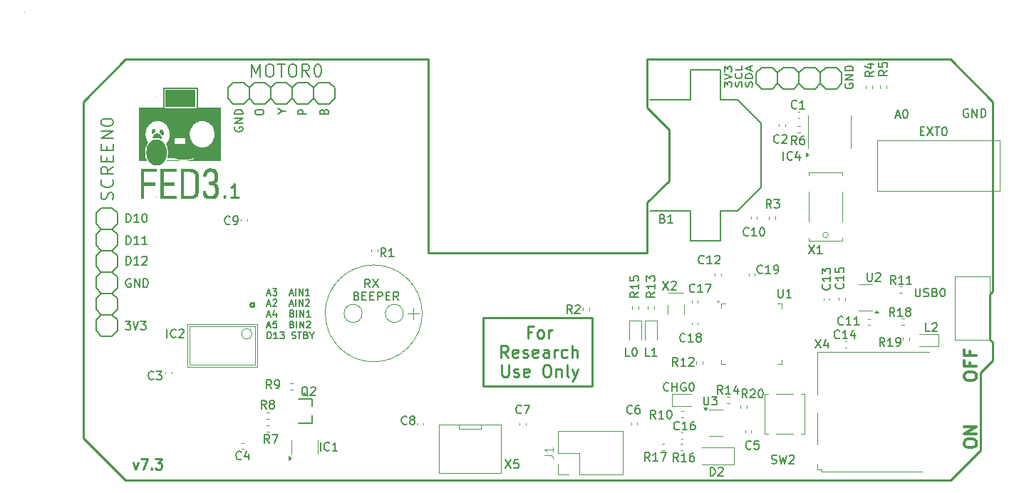
<source format=gbr>
%TF.GenerationSoftware,KiCad,Pcbnew,9.0.0*%
%TF.CreationDate,2025-04-22T12:37:31+01:00*%
%TF.ProjectId,FED3_v7.3,46454433-5f76-4372-9e33-2e6b69636164,rev?*%
%TF.SameCoordinates,Original*%
%TF.FileFunction,Legend,Top*%
%TF.FilePolarity,Positive*%
%FSLAX46Y46*%
G04 Gerber Fmt 4.6, Leading zero omitted, Abs format (unit mm)*
G04 Created by KiCad (PCBNEW 9.0.0) date 2025-04-22 12:37:31*
%MOMM*%
%LPD*%
G01*
G04 APERTURE LIST*
%ADD10C,0.254000*%
%ADD11C,0.010000*%
%ADD12C,0.200000*%
%ADD13C,0.300000*%
%ADD14C,0.137160*%
%ADD15C,0.251460*%
%ADD16C,0.289560*%
%ADD17C,0.213360*%
%ADD18C,0.171450*%
%ADD19C,0.150000*%
%ADD20C,0.100000*%
%ADD21C,0.120000*%
%ADD22C,0.152400*%
%ADD23C,0.203200*%
%ADD24C,0.000000*%
%TA.AperFunction,Profile*%
%ADD25C,0.250000*%
%TD*%
G04 APERTURE END LIST*
D10*
X114821100Y-109175600D02*
G75*
G02*
X114313100Y-109175600I-254000J0D01*
G01*
X114313100Y-109175600D02*
G75*
G02*
X114821100Y-109175600I254000J0D01*
G01*
X154953100Y-110699600D02*
X154953100Y-118827600D01*
X141999100Y-110699600D02*
X154953100Y-110699600D01*
X141999100Y-118827600D02*
X141999100Y-110699600D01*
X154953100Y-118827600D02*
X141999100Y-118827600D01*
D11*
X87487760Y-74351613D02*
X87487787Y-74351642D01*
D12*
X126968006Y-108088409D02*
X127110863Y-108136028D01*
X127110863Y-108136028D02*
X127158482Y-108183647D01*
X127158482Y-108183647D02*
X127206101Y-108278885D01*
X127206101Y-108278885D02*
X127206101Y-108421742D01*
X127206101Y-108421742D02*
X127158482Y-108516980D01*
X127158482Y-108516980D02*
X127110863Y-108564600D01*
X127110863Y-108564600D02*
X127015625Y-108612219D01*
X127015625Y-108612219D02*
X126634673Y-108612219D01*
X126634673Y-108612219D02*
X126634673Y-107612219D01*
X126634673Y-107612219D02*
X126968006Y-107612219D01*
X126968006Y-107612219D02*
X127063244Y-107659838D01*
X127063244Y-107659838D02*
X127110863Y-107707457D01*
X127110863Y-107707457D02*
X127158482Y-107802695D01*
X127158482Y-107802695D02*
X127158482Y-107897933D01*
X127158482Y-107897933D02*
X127110863Y-107993171D01*
X127110863Y-107993171D02*
X127063244Y-108040790D01*
X127063244Y-108040790D02*
X126968006Y-108088409D01*
X126968006Y-108088409D02*
X126634673Y-108088409D01*
X127634673Y-108088409D02*
X127968006Y-108088409D01*
X128110863Y-108612219D02*
X127634673Y-108612219D01*
X127634673Y-108612219D02*
X127634673Y-107612219D01*
X127634673Y-107612219D02*
X128110863Y-107612219D01*
X128539435Y-108088409D02*
X128872768Y-108088409D01*
X129015625Y-108612219D02*
X128539435Y-108612219D01*
X128539435Y-108612219D02*
X128539435Y-107612219D01*
X128539435Y-107612219D02*
X129015625Y-107612219D01*
X129444197Y-108612219D02*
X129444197Y-107612219D01*
X129444197Y-107612219D02*
X129825149Y-107612219D01*
X129825149Y-107612219D02*
X129920387Y-107659838D01*
X129920387Y-107659838D02*
X129968006Y-107707457D01*
X129968006Y-107707457D02*
X130015625Y-107802695D01*
X130015625Y-107802695D02*
X130015625Y-107945552D01*
X130015625Y-107945552D02*
X129968006Y-108040790D01*
X129968006Y-108040790D02*
X129920387Y-108088409D01*
X129920387Y-108088409D02*
X129825149Y-108136028D01*
X129825149Y-108136028D02*
X129444197Y-108136028D01*
X130444197Y-108088409D02*
X130777530Y-108088409D01*
X130920387Y-108612219D02*
X130444197Y-108612219D01*
X130444197Y-108612219D02*
X130444197Y-107612219D01*
X130444197Y-107612219D02*
X130920387Y-107612219D01*
X131920387Y-108612219D02*
X131587054Y-108136028D01*
X131348959Y-108612219D02*
X131348959Y-107612219D01*
X131348959Y-107612219D02*
X131729911Y-107612219D01*
X131729911Y-107612219D02*
X131825149Y-107659838D01*
X131825149Y-107659838D02*
X131872768Y-107707457D01*
X131872768Y-107707457D02*
X131920387Y-107802695D01*
X131920387Y-107802695D02*
X131920387Y-107945552D01*
X131920387Y-107945552D02*
X131872768Y-108040790D01*
X131872768Y-108040790D02*
X131825149Y-108088409D01*
X131825149Y-108088409D02*
X131729911Y-108136028D01*
X131729911Y-108136028D02*
X131348959Y-108136028D01*
X172703600Y-83227945D02*
X172741695Y-83085088D01*
X172741695Y-83085088D02*
X172741695Y-82846993D01*
X172741695Y-82846993D02*
X172703600Y-82751755D01*
X172703600Y-82751755D02*
X172665504Y-82704136D01*
X172665504Y-82704136D02*
X172589314Y-82656517D01*
X172589314Y-82656517D02*
X172513123Y-82656517D01*
X172513123Y-82656517D02*
X172436933Y-82704136D01*
X172436933Y-82704136D02*
X172398838Y-82751755D01*
X172398838Y-82751755D02*
X172360742Y-82846993D01*
X172360742Y-82846993D02*
X172322647Y-83037469D01*
X172322647Y-83037469D02*
X172284552Y-83132707D01*
X172284552Y-83132707D02*
X172246457Y-83180326D01*
X172246457Y-83180326D02*
X172170266Y-83227945D01*
X172170266Y-83227945D02*
X172094076Y-83227945D01*
X172094076Y-83227945D02*
X172017885Y-83180326D01*
X172017885Y-83180326D02*
X171979790Y-83132707D01*
X171979790Y-83132707D02*
X171941695Y-83037469D01*
X171941695Y-83037469D02*
X171941695Y-82799374D01*
X171941695Y-82799374D02*
X171979790Y-82656517D01*
X172665504Y-81656517D02*
X172703600Y-81704136D01*
X172703600Y-81704136D02*
X172741695Y-81846993D01*
X172741695Y-81846993D02*
X172741695Y-81942231D01*
X172741695Y-81942231D02*
X172703600Y-82085088D01*
X172703600Y-82085088D02*
X172627409Y-82180326D01*
X172627409Y-82180326D02*
X172551219Y-82227945D01*
X172551219Y-82227945D02*
X172398838Y-82275564D01*
X172398838Y-82275564D02*
X172284552Y-82275564D01*
X172284552Y-82275564D02*
X172132171Y-82227945D01*
X172132171Y-82227945D02*
X172055980Y-82180326D01*
X172055980Y-82180326D02*
X171979790Y-82085088D01*
X171979790Y-82085088D02*
X171941695Y-81942231D01*
X171941695Y-81942231D02*
X171941695Y-81846993D01*
X171941695Y-81846993D02*
X171979790Y-81704136D01*
X171979790Y-81704136D02*
X172017885Y-81656517D01*
X172741695Y-80751755D02*
X172741695Y-81227945D01*
X172741695Y-81227945D02*
X171941695Y-81227945D01*
X118091028Y-86174374D02*
X118567219Y-86174374D01*
X117567219Y-86507707D02*
X118091028Y-86174374D01*
X118091028Y-86174374D02*
X117567219Y-85841041D01*
X123068409Y-86174374D02*
X123116028Y-86031517D01*
X123116028Y-86031517D02*
X123163647Y-85983898D01*
X123163647Y-85983898D02*
X123258885Y-85936279D01*
X123258885Y-85936279D02*
X123401742Y-85936279D01*
X123401742Y-85936279D02*
X123496980Y-85983898D01*
X123496980Y-85983898D02*
X123544600Y-86031517D01*
X123544600Y-86031517D02*
X123592219Y-86126755D01*
X123592219Y-86126755D02*
X123592219Y-86507707D01*
X123592219Y-86507707D02*
X122592219Y-86507707D01*
X122592219Y-86507707D02*
X122592219Y-86174374D01*
X122592219Y-86174374D02*
X122639838Y-86079136D01*
X122639838Y-86079136D02*
X122687457Y-86031517D01*
X122687457Y-86031517D02*
X122782695Y-85983898D01*
X122782695Y-85983898D02*
X122877933Y-85983898D01*
X122877933Y-85983898D02*
X122973171Y-86031517D01*
X122973171Y-86031517D02*
X123020790Y-86079136D01*
X123020790Y-86079136D02*
X123068409Y-86174374D01*
X123068409Y-86174374D02*
X123068409Y-86507707D01*
X99569673Y-99342219D02*
X99569673Y-98342219D01*
X99569673Y-98342219D02*
X99807768Y-98342219D01*
X99807768Y-98342219D02*
X99950625Y-98389838D01*
X99950625Y-98389838D02*
X100045863Y-98485076D01*
X100045863Y-98485076D02*
X100093482Y-98580314D01*
X100093482Y-98580314D02*
X100141101Y-98770790D01*
X100141101Y-98770790D02*
X100141101Y-98913647D01*
X100141101Y-98913647D02*
X100093482Y-99104123D01*
X100093482Y-99104123D02*
X100045863Y-99199361D01*
X100045863Y-99199361D02*
X99950625Y-99294600D01*
X99950625Y-99294600D02*
X99807768Y-99342219D01*
X99807768Y-99342219D02*
X99569673Y-99342219D01*
X101093482Y-99342219D02*
X100522054Y-99342219D01*
X100807768Y-99342219D02*
X100807768Y-98342219D01*
X100807768Y-98342219D02*
X100712530Y-98485076D01*
X100712530Y-98485076D02*
X100617292Y-98580314D01*
X100617292Y-98580314D02*
X100522054Y-98627933D01*
X101712530Y-98342219D02*
X101807768Y-98342219D01*
X101807768Y-98342219D02*
X101903006Y-98389838D01*
X101903006Y-98389838D02*
X101950625Y-98437457D01*
X101950625Y-98437457D02*
X101998244Y-98532695D01*
X101998244Y-98532695D02*
X102045863Y-98723171D01*
X102045863Y-98723171D02*
X102045863Y-98961266D01*
X102045863Y-98961266D02*
X101998244Y-99151742D01*
X101998244Y-99151742D02*
X101950625Y-99246980D01*
X101950625Y-99246980D02*
X101903006Y-99294600D01*
X101903006Y-99294600D02*
X101807768Y-99342219D01*
X101807768Y-99342219D02*
X101712530Y-99342219D01*
X101712530Y-99342219D02*
X101617292Y-99294600D01*
X101617292Y-99294600D02*
X101569673Y-99246980D01*
X101569673Y-99246980D02*
X101522054Y-99151742D01*
X101522054Y-99151742D02*
X101474435Y-98961266D01*
X101474435Y-98961266D02*
X101474435Y-98723171D01*
X101474435Y-98723171D02*
X101522054Y-98532695D01*
X101522054Y-98532695D02*
X101569673Y-98437457D01*
X101569673Y-98437457D02*
X101617292Y-98389838D01*
X101617292Y-98389838D02*
X101712530Y-98342219D01*
D13*
X199110828Y-125759774D02*
X199110828Y-125474060D01*
X199110828Y-125474060D02*
X199182257Y-125331203D01*
X199182257Y-125331203D02*
X199325114Y-125188346D01*
X199325114Y-125188346D02*
X199610828Y-125116917D01*
X199610828Y-125116917D02*
X200110828Y-125116917D01*
X200110828Y-125116917D02*
X200396542Y-125188346D01*
X200396542Y-125188346D02*
X200539400Y-125331203D01*
X200539400Y-125331203D02*
X200610828Y-125474060D01*
X200610828Y-125474060D02*
X200610828Y-125759774D01*
X200610828Y-125759774D02*
X200539400Y-125902632D01*
X200539400Y-125902632D02*
X200396542Y-126045489D01*
X200396542Y-126045489D02*
X200110828Y-126116917D01*
X200110828Y-126116917D02*
X199610828Y-126116917D01*
X199610828Y-126116917D02*
X199325114Y-126045489D01*
X199325114Y-126045489D02*
X199182257Y-125902632D01*
X199182257Y-125902632D02*
X199110828Y-125759774D01*
X200610828Y-124474060D02*
X199110828Y-124474060D01*
X199110828Y-124474060D02*
X200610828Y-123616917D01*
X200610828Y-123616917D02*
X199110828Y-123616917D01*
D14*
X116333716Y-107802170D02*
X116714669Y-107802170D01*
X116257526Y-108030742D02*
X116524193Y-107230742D01*
X116524193Y-107230742D02*
X116790859Y-108030742D01*
X116981335Y-107230742D02*
X117476573Y-107230742D01*
X117476573Y-107230742D02*
X117209907Y-107535504D01*
X117209907Y-107535504D02*
X117324192Y-107535504D01*
X117324192Y-107535504D02*
X117400383Y-107573599D01*
X117400383Y-107573599D02*
X117438478Y-107611694D01*
X117438478Y-107611694D02*
X117476573Y-107687885D01*
X117476573Y-107687885D02*
X117476573Y-107878361D01*
X117476573Y-107878361D02*
X117438478Y-107954551D01*
X117438478Y-107954551D02*
X117400383Y-107992647D01*
X117400383Y-107992647D02*
X117324192Y-108030742D01*
X117324192Y-108030742D02*
X117095621Y-108030742D01*
X117095621Y-108030742D02*
X117019430Y-107992647D01*
X117019430Y-107992647D02*
X116981335Y-107954551D01*
X119000383Y-107802170D02*
X119381336Y-107802170D01*
X118924193Y-108030742D02*
X119190860Y-107230742D01*
X119190860Y-107230742D02*
X119457526Y-108030742D01*
X119724193Y-108030742D02*
X119724193Y-107230742D01*
X120105145Y-108030742D02*
X120105145Y-107230742D01*
X120105145Y-107230742D02*
X120562288Y-108030742D01*
X120562288Y-108030742D02*
X120562288Y-107230742D01*
X121362287Y-108030742D02*
X120905144Y-108030742D01*
X121133716Y-108030742D02*
X121133716Y-107230742D01*
X121133716Y-107230742D02*
X121057525Y-107345027D01*
X121057525Y-107345027D02*
X120981335Y-107421218D01*
X120981335Y-107421218D02*
X120905144Y-107459313D01*
X116333716Y-109090125D02*
X116714669Y-109090125D01*
X116257526Y-109318697D02*
X116524193Y-108518697D01*
X116524193Y-108518697D02*
X116790859Y-109318697D01*
X117019430Y-108594887D02*
X117057526Y-108556792D01*
X117057526Y-108556792D02*
X117133716Y-108518697D01*
X117133716Y-108518697D02*
X117324192Y-108518697D01*
X117324192Y-108518697D02*
X117400383Y-108556792D01*
X117400383Y-108556792D02*
X117438478Y-108594887D01*
X117438478Y-108594887D02*
X117476573Y-108671078D01*
X117476573Y-108671078D02*
X117476573Y-108747268D01*
X117476573Y-108747268D02*
X117438478Y-108861554D01*
X117438478Y-108861554D02*
X116981335Y-109318697D01*
X116981335Y-109318697D02*
X117476573Y-109318697D01*
X119000383Y-109090125D02*
X119381336Y-109090125D01*
X118924193Y-109318697D02*
X119190860Y-108518697D01*
X119190860Y-108518697D02*
X119457526Y-109318697D01*
X119724193Y-109318697D02*
X119724193Y-108518697D01*
X120105145Y-109318697D02*
X120105145Y-108518697D01*
X120105145Y-108518697D02*
X120562288Y-109318697D01*
X120562288Y-109318697D02*
X120562288Y-108518697D01*
X120905144Y-108594887D02*
X120943240Y-108556792D01*
X120943240Y-108556792D02*
X121019430Y-108518697D01*
X121019430Y-108518697D02*
X121209906Y-108518697D01*
X121209906Y-108518697D02*
X121286097Y-108556792D01*
X121286097Y-108556792D02*
X121324192Y-108594887D01*
X121324192Y-108594887D02*
X121362287Y-108671078D01*
X121362287Y-108671078D02*
X121362287Y-108747268D01*
X121362287Y-108747268D02*
X121324192Y-108861554D01*
X121324192Y-108861554D02*
X120867049Y-109318697D01*
X120867049Y-109318697D02*
X121362287Y-109318697D01*
X116333716Y-110378080D02*
X116714669Y-110378080D01*
X116257526Y-110606652D02*
X116524193Y-109806652D01*
X116524193Y-109806652D02*
X116790859Y-110606652D01*
X117400383Y-110073318D02*
X117400383Y-110606652D01*
X117209907Y-109768557D02*
X117019430Y-110339985D01*
X117019430Y-110339985D02*
X117514669Y-110339985D01*
X119305145Y-110187604D02*
X119419431Y-110225699D01*
X119419431Y-110225699D02*
X119457526Y-110263795D01*
X119457526Y-110263795D02*
X119495622Y-110339985D01*
X119495622Y-110339985D02*
X119495622Y-110454271D01*
X119495622Y-110454271D02*
X119457526Y-110530461D01*
X119457526Y-110530461D02*
X119419431Y-110568557D01*
X119419431Y-110568557D02*
X119343241Y-110606652D01*
X119343241Y-110606652D02*
X119038479Y-110606652D01*
X119038479Y-110606652D02*
X119038479Y-109806652D01*
X119038479Y-109806652D02*
X119305145Y-109806652D01*
X119305145Y-109806652D02*
X119381336Y-109844747D01*
X119381336Y-109844747D02*
X119419431Y-109882842D01*
X119419431Y-109882842D02*
X119457526Y-109959033D01*
X119457526Y-109959033D02*
X119457526Y-110035223D01*
X119457526Y-110035223D02*
X119419431Y-110111414D01*
X119419431Y-110111414D02*
X119381336Y-110149509D01*
X119381336Y-110149509D02*
X119305145Y-110187604D01*
X119305145Y-110187604D02*
X119038479Y-110187604D01*
X119838479Y-110606652D02*
X119838479Y-109806652D01*
X120219431Y-110606652D02*
X120219431Y-109806652D01*
X120219431Y-109806652D02*
X120676574Y-110606652D01*
X120676574Y-110606652D02*
X120676574Y-109806652D01*
X121476573Y-110606652D02*
X121019430Y-110606652D01*
X121248002Y-110606652D02*
X121248002Y-109806652D01*
X121248002Y-109806652D02*
X121171811Y-109920937D01*
X121171811Y-109920937D02*
X121095621Y-109997128D01*
X121095621Y-109997128D02*
X121019430Y-110035223D01*
X116333716Y-111666035D02*
X116714669Y-111666035D01*
X116257526Y-111894607D02*
X116524193Y-111094607D01*
X116524193Y-111094607D02*
X116790859Y-111894607D01*
X117438478Y-111094607D02*
X117057526Y-111094607D01*
X117057526Y-111094607D02*
X117019430Y-111475559D01*
X117019430Y-111475559D02*
X117057526Y-111437464D01*
X117057526Y-111437464D02*
X117133716Y-111399369D01*
X117133716Y-111399369D02*
X117324192Y-111399369D01*
X117324192Y-111399369D02*
X117400383Y-111437464D01*
X117400383Y-111437464D02*
X117438478Y-111475559D01*
X117438478Y-111475559D02*
X117476573Y-111551750D01*
X117476573Y-111551750D02*
X117476573Y-111742226D01*
X117476573Y-111742226D02*
X117438478Y-111818416D01*
X117438478Y-111818416D02*
X117400383Y-111856512D01*
X117400383Y-111856512D02*
X117324192Y-111894607D01*
X117324192Y-111894607D02*
X117133716Y-111894607D01*
X117133716Y-111894607D02*
X117057526Y-111856512D01*
X117057526Y-111856512D02*
X117019430Y-111818416D01*
X119305145Y-111475559D02*
X119419431Y-111513654D01*
X119419431Y-111513654D02*
X119457526Y-111551750D01*
X119457526Y-111551750D02*
X119495622Y-111627940D01*
X119495622Y-111627940D02*
X119495622Y-111742226D01*
X119495622Y-111742226D02*
X119457526Y-111818416D01*
X119457526Y-111818416D02*
X119419431Y-111856512D01*
X119419431Y-111856512D02*
X119343241Y-111894607D01*
X119343241Y-111894607D02*
X119038479Y-111894607D01*
X119038479Y-111894607D02*
X119038479Y-111094607D01*
X119038479Y-111094607D02*
X119305145Y-111094607D01*
X119305145Y-111094607D02*
X119381336Y-111132702D01*
X119381336Y-111132702D02*
X119419431Y-111170797D01*
X119419431Y-111170797D02*
X119457526Y-111246988D01*
X119457526Y-111246988D02*
X119457526Y-111323178D01*
X119457526Y-111323178D02*
X119419431Y-111399369D01*
X119419431Y-111399369D02*
X119381336Y-111437464D01*
X119381336Y-111437464D02*
X119305145Y-111475559D01*
X119305145Y-111475559D02*
X119038479Y-111475559D01*
X119838479Y-111894607D02*
X119838479Y-111094607D01*
X120219431Y-111894607D02*
X120219431Y-111094607D01*
X120219431Y-111094607D02*
X120676574Y-111894607D01*
X120676574Y-111894607D02*
X120676574Y-111094607D01*
X121019430Y-111170797D02*
X121057526Y-111132702D01*
X121057526Y-111132702D02*
X121133716Y-111094607D01*
X121133716Y-111094607D02*
X121324192Y-111094607D01*
X121324192Y-111094607D02*
X121400383Y-111132702D01*
X121400383Y-111132702D02*
X121438478Y-111170797D01*
X121438478Y-111170797D02*
X121476573Y-111246988D01*
X121476573Y-111246988D02*
X121476573Y-111323178D01*
X121476573Y-111323178D02*
X121438478Y-111437464D01*
X121438478Y-111437464D02*
X120981335Y-111894607D01*
X120981335Y-111894607D02*
X121476573Y-111894607D01*
X116371812Y-113182562D02*
X116371812Y-112382562D01*
X116371812Y-112382562D02*
X116562288Y-112382562D01*
X116562288Y-112382562D02*
X116676574Y-112420657D01*
X116676574Y-112420657D02*
X116752764Y-112496847D01*
X116752764Y-112496847D02*
X116790859Y-112573038D01*
X116790859Y-112573038D02*
X116828955Y-112725419D01*
X116828955Y-112725419D02*
X116828955Y-112839705D01*
X116828955Y-112839705D02*
X116790859Y-112992086D01*
X116790859Y-112992086D02*
X116752764Y-113068276D01*
X116752764Y-113068276D02*
X116676574Y-113144467D01*
X116676574Y-113144467D02*
X116562288Y-113182562D01*
X116562288Y-113182562D02*
X116371812Y-113182562D01*
X117590859Y-113182562D02*
X117133716Y-113182562D01*
X117362288Y-113182562D02*
X117362288Y-112382562D01*
X117362288Y-112382562D02*
X117286097Y-112496847D01*
X117286097Y-112496847D02*
X117209907Y-112573038D01*
X117209907Y-112573038D02*
X117133716Y-112611133D01*
X117857526Y-112382562D02*
X118352764Y-112382562D01*
X118352764Y-112382562D02*
X118086098Y-112687324D01*
X118086098Y-112687324D02*
X118200383Y-112687324D01*
X118200383Y-112687324D02*
X118276574Y-112725419D01*
X118276574Y-112725419D02*
X118314669Y-112763514D01*
X118314669Y-112763514D02*
X118352764Y-112839705D01*
X118352764Y-112839705D02*
X118352764Y-113030181D01*
X118352764Y-113030181D02*
X118314669Y-113106371D01*
X118314669Y-113106371D02*
X118276574Y-113144467D01*
X118276574Y-113144467D02*
X118200383Y-113182562D01*
X118200383Y-113182562D02*
X117971812Y-113182562D01*
X117971812Y-113182562D02*
X117895621Y-113144467D01*
X117895621Y-113144467D02*
X117857526Y-113106371D01*
X119267050Y-113144467D02*
X119381336Y-113182562D01*
X119381336Y-113182562D02*
X119571812Y-113182562D01*
X119571812Y-113182562D02*
X119648003Y-113144467D01*
X119648003Y-113144467D02*
X119686098Y-113106371D01*
X119686098Y-113106371D02*
X119724193Y-113030181D01*
X119724193Y-113030181D02*
X119724193Y-112953990D01*
X119724193Y-112953990D02*
X119686098Y-112877800D01*
X119686098Y-112877800D02*
X119648003Y-112839705D01*
X119648003Y-112839705D02*
X119571812Y-112801609D01*
X119571812Y-112801609D02*
X119419431Y-112763514D01*
X119419431Y-112763514D02*
X119343241Y-112725419D01*
X119343241Y-112725419D02*
X119305146Y-112687324D01*
X119305146Y-112687324D02*
X119267050Y-112611133D01*
X119267050Y-112611133D02*
X119267050Y-112534943D01*
X119267050Y-112534943D02*
X119305146Y-112458752D01*
X119305146Y-112458752D02*
X119343241Y-112420657D01*
X119343241Y-112420657D02*
X119419431Y-112382562D01*
X119419431Y-112382562D02*
X119609908Y-112382562D01*
X119609908Y-112382562D02*
X119724193Y-112420657D01*
X119952765Y-112382562D02*
X120409908Y-112382562D01*
X120181336Y-113182562D02*
X120181336Y-112382562D01*
X120943241Y-112763514D02*
X121057527Y-112801609D01*
X121057527Y-112801609D02*
X121095622Y-112839705D01*
X121095622Y-112839705D02*
X121133718Y-112915895D01*
X121133718Y-112915895D02*
X121133718Y-113030181D01*
X121133718Y-113030181D02*
X121095622Y-113106371D01*
X121095622Y-113106371D02*
X121057527Y-113144467D01*
X121057527Y-113144467D02*
X120981337Y-113182562D01*
X120981337Y-113182562D02*
X120676575Y-113182562D01*
X120676575Y-113182562D02*
X120676575Y-112382562D01*
X120676575Y-112382562D02*
X120943241Y-112382562D01*
X120943241Y-112382562D02*
X121019432Y-112420657D01*
X121019432Y-112420657D02*
X121057527Y-112458752D01*
X121057527Y-112458752D02*
X121095622Y-112534943D01*
X121095622Y-112534943D02*
X121095622Y-112611133D01*
X121095622Y-112611133D02*
X121057527Y-112687324D01*
X121057527Y-112687324D02*
X121019432Y-112725419D01*
X121019432Y-112725419D02*
X120943241Y-112763514D01*
X120943241Y-112763514D02*
X120676575Y-112763514D01*
X121628956Y-112801609D02*
X121628956Y-113182562D01*
X121362289Y-112382562D02*
X121628956Y-112801609D01*
X121628956Y-112801609D02*
X121895622Y-112382562D01*
D12*
X199618482Y-85914838D02*
X199523244Y-85867219D01*
X199523244Y-85867219D02*
X199380387Y-85867219D01*
X199380387Y-85867219D02*
X199237530Y-85914838D01*
X199237530Y-85914838D02*
X199142292Y-86010076D01*
X199142292Y-86010076D02*
X199094673Y-86105314D01*
X199094673Y-86105314D02*
X199047054Y-86295790D01*
X199047054Y-86295790D02*
X199047054Y-86438647D01*
X199047054Y-86438647D02*
X199094673Y-86629123D01*
X199094673Y-86629123D02*
X199142292Y-86724361D01*
X199142292Y-86724361D02*
X199237530Y-86819600D01*
X199237530Y-86819600D02*
X199380387Y-86867219D01*
X199380387Y-86867219D02*
X199475625Y-86867219D01*
X199475625Y-86867219D02*
X199618482Y-86819600D01*
X199618482Y-86819600D02*
X199666101Y-86771980D01*
X199666101Y-86771980D02*
X199666101Y-86438647D01*
X199666101Y-86438647D02*
X199475625Y-86438647D01*
X200094673Y-86867219D02*
X200094673Y-85867219D01*
X200094673Y-85867219D02*
X200666101Y-86867219D01*
X200666101Y-86867219D02*
X200666101Y-85867219D01*
X201142292Y-86867219D02*
X201142292Y-85867219D01*
X201142292Y-85867219D02*
X201380387Y-85867219D01*
X201380387Y-85867219D02*
X201523244Y-85914838D01*
X201523244Y-85914838D02*
X201618482Y-86010076D01*
X201618482Y-86010076D02*
X201666101Y-86105314D01*
X201666101Y-86105314D02*
X201713720Y-86295790D01*
X201713720Y-86295790D02*
X201713720Y-86438647D01*
X201713720Y-86438647D02*
X201666101Y-86629123D01*
X201666101Y-86629123D02*
X201618482Y-86724361D01*
X201618482Y-86724361D02*
X201523244Y-86819600D01*
X201523244Y-86819600D02*
X201380387Y-86867219D01*
X201380387Y-86867219D02*
X201142292Y-86867219D01*
X100093482Y-106114838D02*
X99998244Y-106067219D01*
X99998244Y-106067219D02*
X99855387Y-106067219D01*
X99855387Y-106067219D02*
X99712530Y-106114838D01*
X99712530Y-106114838D02*
X99617292Y-106210076D01*
X99617292Y-106210076D02*
X99569673Y-106305314D01*
X99569673Y-106305314D02*
X99522054Y-106495790D01*
X99522054Y-106495790D02*
X99522054Y-106638647D01*
X99522054Y-106638647D02*
X99569673Y-106829123D01*
X99569673Y-106829123D02*
X99617292Y-106924361D01*
X99617292Y-106924361D02*
X99712530Y-107019600D01*
X99712530Y-107019600D02*
X99855387Y-107067219D01*
X99855387Y-107067219D02*
X99950625Y-107067219D01*
X99950625Y-107067219D02*
X100093482Y-107019600D01*
X100093482Y-107019600D02*
X100141101Y-106971980D01*
X100141101Y-106971980D02*
X100141101Y-106638647D01*
X100141101Y-106638647D02*
X99950625Y-106638647D01*
X100569673Y-107067219D02*
X100569673Y-106067219D01*
X100569673Y-106067219D02*
X101141101Y-107067219D01*
X101141101Y-107067219D02*
X101141101Y-106067219D01*
X101617292Y-107067219D02*
X101617292Y-106067219D01*
X101617292Y-106067219D02*
X101855387Y-106067219D01*
X101855387Y-106067219D02*
X101998244Y-106114838D01*
X101998244Y-106114838D02*
X102093482Y-106210076D01*
X102093482Y-106210076D02*
X102141101Y-106305314D01*
X102141101Y-106305314D02*
X102188720Y-106495790D01*
X102188720Y-106495790D02*
X102188720Y-106638647D01*
X102188720Y-106638647D02*
X102141101Y-106829123D01*
X102141101Y-106829123D02*
X102093482Y-106924361D01*
X102093482Y-106924361D02*
X101998244Y-107019600D01*
X101998244Y-107019600D02*
X101855387Y-107067219D01*
X101855387Y-107067219D02*
X101617292Y-107067219D01*
D15*
X147766394Y-112380994D02*
X147291414Y-112380994D01*
X147291414Y-113127391D02*
X147291414Y-111702451D01*
X147291414Y-111702451D02*
X147969957Y-111702451D01*
X148716354Y-113127391D02*
X148580645Y-113059537D01*
X148580645Y-113059537D02*
X148512791Y-112991682D01*
X148512791Y-112991682D02*
X148444937Y-112855974D01*
X148444937Y-112855974D02*
X148444937Y-112448848D01*
X148444937Y-112448848D02*
X148512791Y-112313139D01*
X148512791Y-112313139D02*
X148580645Y-112245285D01*
X148580645Y-112245285D02*
X148716354Y-112177431D01*
X148716354Y-112177431D02*
X148919917Y-112177431D01*
X148919917Y-112177431D02*
X149055625Y-112245285D01*
X149055625Y-112245285D02*
X149123480Y-112313139D01*
X149123480Y-112313139D02*
X149191334Y-112448848D01*
X149191334Y-112448848D02*
X149191334Y-112855974D01*
X149191334Y-112855974D02*
X149123480Y-112991682D01*
X149123480Y-112991682D02*
X149055625Y-113059537D01*
X149055625Y-113059537D02*
X148919917Y-113127391D01*
X148919917Y-113127391D02*
X148716354Y-113127391D01*
X149802022Y-113127391D02*
X149802022Y-112177431D01*
X149802022Y-112448848D02*
X149869876Y-112313139D01*
X149869876Y-112313139D02*
X149937731Y-112245285D01*
X149937731Y-112245285D02*
X150073439Y-112177431D01*
X150073439Y-112177431D02*
X150209148Y-112177431D01*
X144950441Y-115421465D02*
X144475461Y-114742922D01*
X144136190Y-115421465D02*
X144136190Y-113996525D01*
X144136190Y-113996525D02*
X144679024Y-113996525D01*
X144679024Y-113996525D02*
X144814733Y-114064379D01*
X144814733Y-114064379D02*
X144882587Y-114132233D01*
X144882587Y-114132233D02*
X144950441Y-114267942D01*
X144950441Y-114267942D02*
X144950441Y-114471505D01*
X144950441Y-114471505D02*
X144882587Y-114607213D01*
X144882587Y-114607213D02*
X144814733Y-114675068D01*
X144814733Y-114675068D02*
X144679024Y-114742922D01*
X144679024Y-114742922D02*
X144136190Y-114742922D01*
X146103964Y-115353611D02*
X145968256Y-115421465D01*
X145968256Y-115421465D02*
X145696839Y-115421465D01*
X145696839Y-115421465D02*
X145561130Y-115353611D01*
X145561130Y-115353611D02*
X145493276Y-115217902D01*
X145493276Y-115217902D02*
X145493276Y-114675068D01*
X145493276Y-114675068D02*
X145561130Y-114539359D01*
X145561130Y-114539359D02*
X145696839Y-114471505D01*
X145696839Y-114471505D02*
X145968256Y-114471505D01*
X145968256Y-114471505D02*
X146103964Y-114539359D01*
X146103964Y-114539359D02*
X146171819Y-114675068D01*
X146171819Y-114675068D02*
X146171819Y-114810776D01*
X146171819Y-114810776D02*
X145493276Y-114946485D01*
X146714653Y-115353611D02*
X146850361Y-115421465D01*
X146850361Y-115421465D02*
X147121778Y-115421465D01*
X147121778Y-115421465D02*
X147257487Y-115353611D01*
X147257487Y-115353611D02*
X147325341Y-115217902D01*
X147325341Y-115217902D02*
X147325341Y-115150048D01*
X147325341Y-115150048D02*
X147257487Y-115014339D01*
X147257487Y-115014339D02*
X147121778Y-114946485D01*
X147121778Y-114946485D02*
X146918216Y-114946485D01*
X146918216Y-114946485D02*
X146782507Y-114878631D01*
X146782507Y-114878631D02*
X146714653Y-114742922D01*
X146714653Y-114742922D02*
X146714653Y-114675068D01*
X146714653Y-114675068D02*
X146782507Y-114539359D01*
X146782507Y-114539359D02*
X146918216Y-114471505D01*
X146918216Y-114471505D02*
X147121778Y-114471505D01*
X147121778Y-114471505D02*
X147257487Y-114539359D01*
X148478864Y-115353611D02*
X148343156Y-115421465D01*
X148343156Y-115421465D02*
X148071739Y-115421465D01*
X148071739Y-115421465D02*
X147936030Y-115353611D01*
X147936030Y-115353611D02*
X147868176Y-115217902D01*
X147868176Y-115217902D02*
X147868176Y-114675068D01*
X147868176Y-114675068D02*
X147936030Y-114539359D01*
X147936030Y-114539359D02*
X148071739Y-114471505D01*
X148071739Y-114471505D02*
X148343156Y-114471505D01*
X148343156Y-114471505D02*
X148478864Y-114539359D01*
X148478864Y-114539359D02*
X148546719Y-114675068D01*
X148546719Y-114675068D02*
X148546719Y-114810776D01*
X148546719Y-114810776D02*
X147868176Y-114946485D01*
X149768096Y-115421465D02*
X149768096Y-114675068D01*
X149768096Y-114675068D02*
X149700241Y-114539359D01*
X149700241Y-114539359D02*
X149564533Y-114471505D01*
X149564533Y-114471505D02*
X149293116Y-114471505D01*
X149293116Y-114471505D02*
X149157407Y-114539359D01*
X149768096Y-115353611D02*
X149632387Y-115421465D01*
X149632387Y-115421465D02*
X149293116Y-115421465D01*
X149293116Y-115421465D02*
X149157407Y-115353611D01*
X149157407Y-115353611D02*
X149089553Y-115217902D01*
X149089553Y-115217902D02*
X149089553Y-115082193D01*
X149089553Y-115082193D02*
X149157407Y-114946485D01*
X149157407Y-114946485D02*
X149293116Y-114878631D01*
X149293116Y-114878631D02*
X149632387Y-114878631D01*
X149632387Y-114878631D02*
X149768096Y-114810776D01*
X150446638Y-115421465D02*
X150446638Y-114471505D01*
X150446638Y-114742922D02*
X150514492Y-114607213D01*
X150514492Y-114607213D02*
X150582347Y-114539359D01*
X150582347Y-114539359D02*
X150718055Y-114471505D01*
X150718055Y-114471505D02*
X150853764Y-114471505D01*
X151939433Y-115353611D02*
X151803724Y-115421465D01*
X151803724Y-115421465D02*
X151532307Y-115421465D01*
X151532307Y-115421465D02*
X151396598Y-115353611D01*
X151396598Y-115353611D02*
X151328744Y-115285756D01*
X151328744Y-115285756D02*
X151260890Y-115150048D01*
X151260890Y-115150048D02*
X151260890Y-114742922D01*
X151260890Y-114742922D02*
X151328744Y-114607213D01*
X151328744Y-114607213D02*
X151396598Y-114539359D01*
X151396598Y-114539359D02*
X151532307Y-114471505D01*
X151532307Y-114471505D02*
X151803724Y-114471505D01*
X151803724Y-114471505D02*
X151939433Y-114539359D01*
X152550121Y-115421465D02*
X152550121Y-113996525D01*
X153160810Y-115421465D02*
X153160810Y-114675068D01*
X153160810Y-114675068D02*
X153092955Y-114539359D01*
X153092955Y-114539359D02*
X152957247Y-114471505D01*
X152957247Y-114471505D02*
X152753684Y-114471505D01*
X152753684Y-114471505D02*
X152617975Y-114539359D01*
X152617975Y-114539359D02*
X152550121Y-114607213D01*
X144204044Y-116290599D02*
X144204044Y-117444122D01*
X144204044Y-117444122D02*
X144271898Y-117579830D01*
X144271898Y-117579830D02*
X144339753Y-117647685D01*
X144339753Y-117647685D02*
X144475461Y-117715539D01*
X144475461Y-117715539D02*
X144746878Y-117715539D01*
X144746878Y-117715539D02*
X144882587Y-117647685D01*
X144882587Y-117647685D02*
X144950441Y-117579830D01*
X144950441Y-117579830D02*
X145018295Y-117444122D01*
X145018295Y-117444122D02*
X145018295Y-116290599D01*
X145628984Y-117647685D02*
X145764692Y-117715539D01*
X145764692Y-117715539D02*
X146036109Y-117715539D01*
X146036109Y-117715539D02*
X146171818Y-117647685D01*
X146171818Y-117647685D02*
X146239672Y-117511976D01*
X146239672Y-117511976D02*
X146239672Y-117444122D01*
X146239672Y-117444122D02*
X146171818Y-117308413D01*
X146171818Y-117308413D02*
X146036109Y-117240559D01*
X146036109Y-117240559D02*
X145832547Y-117240559D01*
X145832547Y-117240559D02*
X145696838Y-117172705D01*
X145696838Y-117172705D02*
X145628984Y-117036996D01*
X145628984Y-117036996D02*
X145628984Y-116969142D01*
X145628984Y-116969142D02*
X145696838Y-116833433D01*
X145696838Y-116833433D02*
X145832547Y-116765579D01*
X145832547Y-116765579D02*
X146036109Y-116765579D01*
X146036109Y-116765579D02*
X146171818Y-116833433D01*
X147393195Y-117647685D02*
X147257487Y-117715539D01*
X147257487Y-117715539D02*
X146986070Y-117715539D01*
X146986070Y-117715539D02*
X146850361Y-117647685D01*
X146850361Y-117647685D02*
X146782507Y-117511976D01*
X146782507Y-117511976D02*
X146782507Y-116969142D01*
X146782507Y-116969142D02*
X146850361Y-116833433D01*
X146850361Y-116833433D02*
X146986070Y-116765579D01*
X146986070Y-116765579D02*
X147257487Y-116765579D01*
X147257487Y-116765579D02*
X147393195Y-116833433D01*
X147393195Y-116833433D02*
X147461050Y-116969142D01*
X147461050Y-116969142D02*
X147461050Y-117104850D01*
X147461050Y-117104850D02*
X146782507Y-117240559D01*
X149428824Y-116290599D02*
X149700241Y-116290599D01*
X149700241Y-116290599D02*
X149835950Y-116358453D01*
X149835950Y-116358453D02*
X149971658Y-116494162D01*
X149971658Y-116494162D02*
X150039513Y-116765579D01*
X150039513Y-116765579D02*
X150039513Y-117240559D01*
X150039513Y-117240559D02*
X149971658Y-117511976D01*
X149971658Y-117511976D02*
X149835950Y-117647685D01*
X149835950Y-117647685D02*
X149700241Y-117715539D01*
X149700241Y-117715539D02*
X149428824Y-117715539D01*
X149428824Y-117715539D02*
X149293116Y-117647685D01*
X149293116Y-117647685D02*
X149157407Y-117511976D01*
X149157407Y-117511976D02*
X149089553Y-117240559D01*
X149089553Y-117240559D02*
X149089553Y-116765579D01*
X149089553Y-116765579D02*
X149157407Y-116494162D01*
X149157407Y-116494162D02*
X149293116Y-116358453D01*
X149293116Y-116358453D02*
X149428824Y-116290599D01*
X150650201Y-116765579D02*
X150650201Y-117715539D01*
X150650201Y-116901287D02*
X150718055Y-116833433D01*
X150718055Y-116833433D02*
X150853764Y-116765579D01*
X150853764Y-116765579D02*
X151057327Y-116765579D01*
X151057327Y-116765579D02*
X151193035Y-116833433D01*
X151193035Y-116833433D02*
X151260890Y-116969142D01*
X151260890Y-116969142D02*
X151260890Y-117715539D01*
X152142995Y-117715539D02*
X152007286Y-117647685D01*
X152007286Y-117647685D02*
X151939432Y-117511976D01*
X151939432Y-117511976D02*
X151939432Y-116290599D01*
X152550120Y-116765579D02*
X152889392Y-117715539D01*
X153228663Y-116765579D02*
X152889392Y-117715539D01*
X152889392Y-117715539D02*
X152753683Y-118054810D01*
X152753683Y-118054810D02*
X152685829Y-118122665D01*
X152685829Y-118122665D02*
X152550120Y-118190519D01*
D12*
X112489838Y-88031517D02*
X112442219Y-88126755D01*
X112442219Y-88126755D02*
X112442219Y-88269612D01*
X112442219Y-88269612D02*
X112489838Y-88412469D01*
X112489838Y-88412469D02*
X112585076Y-88507707D01*
X112585076Y-88507707D02*
X112680314Y-88555326D01*
X112680314Y-88555326D02*
X112870790Y-88602945D01*
X112870790Y-88602945D02*
X113013647Y-88602945D01*
X113013647Y-88602945D02*
X113204123Y-88555326D01*
X113204123Y-88555326D02*
X113299361Y-88507707D01*
X113299361Y-88507707D02*
X113394600Y-88412469D01*
X113394600Y-88412469D02*
X113442219Y-88269612D01*
X113442219Y-88269612D02*
X113442219Y-88174374D01*
X113442219Y-88174374D02*
X113394600Y-88031517D01*
X113394600Y-88031517D02*
X113346980Y-87983898D01*
X113346980Y-87983898D02*
X113013647Y-87983898D01*
X113013647Y-87983898D02*
X113013647Y-88174374D01*
X113442219Y-87555326D02*
X112442219Y-87555326D01*
X112442219Y-87555326D02*
X113442219Y-86983898D01*
X113442219Y-86983898D02*
X112442219Y-86983898D01*
X113442219Y-86507707D02*
X112442219Y-86507707D01*
X112442219Y-86507707D02*
X112442219Y-86269612D01*
X112442219Y-86269612D02*
X112489838Y-86126755D01*
X112489838Y-86126755D02*
X112585076Y-86031517D01*
X112585076Y-86031517D02*
X112680314Y-85983898D01*
X112680314Y-85983898D02*
X112870790Y-85936279D01*
X112870790Y-85936279D02*
X113013647Y-85936279D01*
X113013647Y-85936279D02*
X113204123Y-85983898D01*
X113204123Y-85983898D02*
X113299361Y-86031517D01*
X113299361Y-86031517D02*
X113394600Y-86126755D01*
X113394600Y-86126755D02*
X113442219Y-86269612D01*
X113442219Y-86269612D02*
X113442219Y-86507707D01*
X191022054Y-86681504D02*
X191498244Y-86681504D01*
X190926816Y-86967219D02*
X191260149Y-85967219D01*
X191260149Y-85967219D02*
X191593482Y-86967219D01*
X192117292Y-85967219D02*
X192212530Y-85967219D01*
X192212530Y-85967219D02*
X192307768Y-86014838D01*
X192307768Y-86014838D02*
X192355387Y-86062457D01*
X192355387Y-86062457D02*
X192403006Y-86157695D01*
X192403006Y-86157695D02*
X192450625Y-86348171D01*
X192450625Y-86348171D02*
X192450625Y-86586266D01*
X192450625Y-86586266D02*
X192403006Y-86776742D01*
X192403006Y-86776742D02*
X192355387Y-86871980D01*
X192355387Y-86871980D02*
X192307768Y-86919600D01*
X192307768Y-86919600D02*
X192212530Y-86967219D01*
X192212530Y-86967219D02*
X192117292Y-86967219D01*
X192117292Y-86967219D02*
X192022054Y-86919600D01*
X192022054Y-86919600D02*
X191974435Y-86871980D01*
X191974435Y-86871980D02*
X191926816Y-86776742D01*
X191926816Y-86776742D02*
X191879197Y-86586266D01*
X191879197Y-86586266D02*
X191879197Y-86348171D01*
X191879197Y-86348171D02*
X191926816Y-86157695D01*
X191926816Y-86157695D02*
X191974435Y-86062457D01*
X191974435Y-86062457D02*
X192022054Y-86014838D01*
X192022054Y-86014838D02*
X192117292Y-85967219D01*
X114892219Y-86364850D02*
X114892219Y-86174374D01*
X114892219Y-86174374D02*
X114939838Y-86079136D01*
X114939838Y-86079136D02*
X115035076Y-85983898D01*
X115035076Y-85983898D02*
X115225552Y-85936279D01*
X115225552Y-85936279D02*
X115558885Y-85936279D01*
X115558885Y-85936279D02*
X115749361Y-85983898D01*
X115749361Y-85983898D02*
X115844600Y-86079136D01*
X115844600Y-86079136D02*
X115892219Y-86174374D01*
X115892219Y-86174374D02*
X115892219Y-86364850D01*
X115892219Y-86364850D02*
X115844600Y-86460088D01*
X115844600Y-86460088D02*
X115749361Y-86555326D01*
X115749361Y-86555326D02*
X115558885Y-86602945D01*
X115558885Y-86602945D02*
X115225552Y-86602945D01*
X115225552Y-86602945D02*
X115035076Y-86555326D01*
X115035076Y-86555326D02*
X114939838Y-86460088D01*
X114939838Y-86460088D02*
X114892219Y-86364850D01*
X170711695Y-83275564D02*
X170711695Y-82656517D01*
X170711695Y-82656517D02*
X171016457Y-82989850D01*
X171016457Y-82989850D02*
X171016457Y-82846993D01*
X171016457Y-82846993D02*
X171054552Y-82751755D01*
X171054552Y-82751755D02*
X171092647Y-82704136D01*
X171092647Y-82704136D02*
X171168838Y-82656517D01*
X171168838Y-82656517D02*
X171359314Y-82656517D01*
X171359314Y-82656517D02*
X171435504Y-82704136D01*
X171435504Y-82704136D02*
X171473600Y-82751755D01*
X171473600Y-82751755D02*
X171511695Y-82846993D01*
X171511695Y-82846993D02*
X171511695Y-83132707D01*
X171511695Y-83132707D02*
X171473600Y-83227945D01*
X171473600Y-83227945D02*
X171435504Y-83275564D01*
X170711695Y-82370802D02*
X171511695Y-82037469D01*
X171511695Y-82037469D02*
X170711695Y-81704136D01*
X170711695Y-81466040D02*
X170711695Y-80846993D01*
X170711695Y-80846993D02*
X171016457Y-81180326D01*
X171016457Y-81180326D02*
X171016457Y-81037469D01*
X171016457Y-81037469D02*
X171054552Y-80942231D01*
X171054552Y-80942231D02*
X171092647Y-80894612D01*
X171092647Y-80894612D02*
X171168838Y-80846993D01*
X171168838Y-80846993D02*
X171359314Y-80846993D01*
X171359314Y-80846993D02*
X171435504Y-80894612D01*
X171435504Y-80894612D02*
X171473600Y-80942231D01*
X171473600Y-80942231D02*
X171511695Y-81037469D01*
X171511695Y-81037469D02*
X171511695Y-81323183D01*
X171511695Y-81323183D02*
X171473600Y-81418421D01*
X171473600Y-81418421D02*
X171435504Y-81466040D01*
X128516101Y-107092219D02*
X128182768Y-106616028D01*
X127944673Y-107092219D02*
X127944673Y-106092219D01*
X127944673Y-106092219D02*
X128325625Y-106092219D01*
X128325625Y-106092219D02*
X128420863Y-106139838D01*
X128420863Y-106139838D02*
X128468482Y-106187457D01*
X128468482Y-106187457D02*
X128516101Y-106282695D01*
X128516101Y-106282695D02*
X128516101Y-106425552D01*
X128516101Y-106425552D02*
X128468482Y-106520790D01*
X128468482Y-106520790D02*
X128420863Y-106568409D01*
X128420863Y-106568409D02*
X128325625Y-106616028D01*
X128325625Y-106616028D02*
X127944673Y-106616028D01*
X128849435Y-106092219D02*
X129516101Y-107092219D01*
X129516101Y-106092219D02*
X128849435Y-107092219D01*
X121017219Y-86507707D02*
X120017219Y-86507707D01*
X120017219Y-86507707D02*
X120017219Y-86126755D01*
X120017219Y-86126755D02*
X120064838Y-86031517D01*
X120064838Y-86031517D02*
X120112457Y-85983898D01*
X120112457Y-85983898D02*
X120207695Y-85936279D01*
X120207695Y-85936279D02*
X120350552Y-85936279D01*
X120350552Y-85936279D02*
X120445790Y-85983898D01*
X120445790Y-85983898D02*
X120493409Y-86031517D01*
X120493409Y-86031517D02*
X120541028Y-86126755D01*
X120541028Y-86126755D02*
X120541028Y-86507707D01*
X99569673Y-104392219D02*
X99569673Y-103392219D01*
X99569673Y-103392219D02*
X99807768Y-103392219D01*
X99807768Y-103392219D02*
X99950625Y-103439838D01*
X99950625Y-103439838D02*
X100045863Y-103535076D01*
X100045863Y-103535076D02*
X100093482Y-103630314D01*
X100093482Y-103630314D02*
X100141101Y-103820790D01*
X100141101Y-103820790D02*
X100141101Y-103963647D01*
X100141101Y-103963647D02*
X100093482Y-104154123D01*
X100093482Y-104154123D02*
X100045863Y-104249361D01*
X100045863Y-104249361D02*
X99950625Y-104344600D01*
X99950625Y-104344600D02*
X99807768Y-104392219D01*
X99807768Y-104392219D02*
X99569673Y-104392219D01*
X101093482Y-104392219D02*
X100522054Y-104392219D01*
X100807768Y-104392219D02*
X100807768Y-103392219D01*
X100807768Y-103392219D02*
X100712530Y-103535076D01*
X100712530Y-103535076D02*
X100617292Y-103630314D01*
X100617292Y-103630314D02*
X100522054Y-103677933D01*
X101474435Y-103487457D02*
X101522054Y-103439838D01*
X101522054Y-103439838D02*
X101617292Y-103392219D01*
X101617292Y-103392219D02*
X101855387Y-103392219D01*
X101855387Y-103392219D02*
X101950625Y-103439838D01*
X101950625Y-103439838D02*
X101998244Y-103487457D01*
X101998244Y-103487457D02*
X102045863Y-103582695D01*
X102045863Y-103582695D02*
X102045863Y-103677933D01*
X102045863Y-103677933D02*
X101998244Y-103820790D01*
X101998244Y-103820790D02*
X101426816Y-104392219D01*
X101426816Y-104392219D02*
X102045863Y-104392219D01*
X99474435Y-111117219D02*
X100093482Y-111117219D01*
X100093482Y-111117219D02*
X99760149Y-111498171D01*
X99760149Y-111498171D02*
X99903006Y-111498171D01*
X99903006Y-111498171D02*
X99998244Y-111545790D01*
X99998244Y-111545790D02*
X100045863Y-111593409D01*
X100045863Y-111593409D02*
X100093482Y-111688647D01*
X100093482Y-111688647D02*
X100093482Y-111926742D01*
X100093482Y-111926742D02*
X100045863Y-112021980D01*
X100045863Y-112021980D02*
X99998244Y-112069600D01*
X99998244Y-112069600D02*
X99903006Y-112117219D01*
X99903006Y-112117219D02*
X99617292Y-112117219D01*
X99617292Y-112117219D02*
X99522054Y-112069600D01*
X99522054Y-112069600D02*
X99474435Y-112021980D01*
X100379197Y-111117219D02*
X100712530Y-112117219D01*
X100712530Y-112117219D02*
X101045863Y-111117219D01*
X101283959Y-111117219D02*
X101903006Y-111117219D01*
X101903006Y-111117219D02*
X101569673Y-111498171D01*
X101569673Y-111498171D02*
X101712530Y-111498171D01*
X101712530Y-111498171D02*
X101807768Y-111545790D01*
X101807768Y-111545790D02*
X101855387Y-111593409D01*
X101855387Y-111593409D02*
X101903006Y-111688647D01*
X101903006Y-111688647D02*
X101903006Y-111926742D01*
X101903006Y-111926742D02*
X101855387Y-112021980D01*
X101855387Y-112021980D02*
X101807768Y-112069600D01*
X101807768Y-112069600D02*
X101712530Y-112117219D01*
X101712530Y-112117219D02*
X101426816Y-112117219D01*
X101426816Y-112117219D02*
X101331578Y-112069600D01*
X101331578Y-112069600D02*
X101283959Y-112021980D01*
D13*
X199110828Y-117779774D02*
X199110828Y-117494060D01*
X199110828Y-117494060D02*
X199182257Y-117351203D01*
X199182257Y-117351203D02*
X199325114Y-117208346D01*
X199325114Y-117208346D02*
X199610828Y-117136917D01*
X199610828Y-117136917D02*
X200110828Y-117136917D01*
X200110828Y-117136917D02*
X200396542Y-117208346D01*
X200396542Y-117208346D02*
X200539400Y-117351203D01*
X200539400Y-117351203D02*
X200610828Y-117494060D01*
X200610828Y-117494060D02*
X200610828Y-117779774D01*
X200610828Y-117779774D02*
X200539400Y-117922632D01*
X200539400Y-117922632D02*
X200396542Y-118065489D01*
X200396542Y-118065489D02*
X200110828Y-118136917D01*
X200110828Y-118136917D02*
X199610828Y-118136917D01*
X199610828Y-118136917D02*
X199325114Y-118065489D01*
X199325114Y-118065489D02*
X199182257Y-117922632D01*
X199182257Y-117922632D02*
X199110828Y-117779774D01*
X199825114Y-115994060D02*
X199825114Y-116494060D01*
X200610828Y-116494060D02*
X199110828Y-116494060D01*
X199110828Y-116494060D02*
X199110828Y-115779774D01*
X199825114Y-114708346D02*
X199825114Y-115208346D01*
X200610828Y-115208346D02*
X199110828Y-115208346D01*
X199110828Y-115208346D02*
X199110828Y-114494060D01*
D12*
X173933600Y-83227945D02*
X173971695Y-83085088D01*
X173971695Y-83085088D02*
X173971695Y-82846993D01*
X173971695Y-82846993D02*
X173933600Y-82751755D01*
X173933600Y-82751755D02*
X173895504Y-82704136D01*
X173895504Y-82704136D02*
X173819314Y-82656517D01*
X173819314Y-82656517D02*
X173743123Y-82656517D01*
X173743123Y-82656517D02*
X173666933Y-82704136D01*
X173666933Y-82704136D02*
X173628838Y-82751755D01*
X173628838Y-82751755D02*
X173590742Y-82846993D01*
X173590742Y-82846993D02*
X173552647Y-83037469D01*
X173552647Y-83037469D02*
X173514552Y-83132707D01*
X173514552Y-83132707D02*
X173476457Y-83180326D01*
X173476457Y-83180326D02*
X173400266Y-83227945D01*
X173400266Y-83227945D02*
X173324076Y-83227945D01*
X173324076Y-83227945D02*
X173247885Y-83180326D01*
X173247885Y-83180326D02*
X173209790Y-83132707D01*
X173209790Y-83132707D02*
X173171695Y-83037469D01*
X173171695Y-83037469D02*
X173171695Y-82799374D01*
X173171695Y-82799374D02*
X173209790Y-82656517D01*
X173971695Y-82227945D02*
X173171695Y-82227945D01*
X173171695Y-82227945D02*
X173171695Y-81989850D01*
X173171695Y-81989850D02*
X173209790Y-81846993D01*
X173209790Y-81846993D02*
X173285980Y-81751755D01*
X173285980Y-81751755D02*
X173362171Y-81704136D01*
X173362171Y-81704136D02*
X173514552Y-81656517D01*
X173514552Y-81656517D02*
X173628838Y-81656517D01*
X173628838Y-81656517D02*
X173781219Y-81704136D01*
X173781219Y-81704136D02*
X173857409Y-81751755D01*
X173857409Y-81751755D02*
X173933600Y-81846993D01*
X173933600Y-81846993D02*
X173971695Y-81989850D01*
X173971695Y-81989850D02*
X173971695Y-82227945D01*
X173743123Y-81275564D02*
X173743123Y-80799374D01*
X173971695Y-81370802D02*
X173171695Y-81037469D01*
X173171695Y-81037469D02*
X173971695Y-80704136D01*
D16*
X111281176Y-96255864D02*
X111359311Y-96334000D01*
X111359311Y-96334000D02*
X111281176Y-96412135D01*
X111281176Y-96412135D02*
X111203040Y-96334000D01*
X111203040Y-96334000D02*
X111281176Y-96255864D01*
X111281176Y-96255864D02*
X111281176Y-96412135D01*
X112922015Y-96412135D02*
X111984392Y-96412135D01*
X112453204Y-96412135D02*
X112453204Y-94771295D01*
X112453204Y-94771295D02*
X112296933Y-95005700D01*
X112296933Y-95005700D02*
X112140663Y-95161971D01*
X112140663Y-95161971D02*
X111984392Y-95240106D01*
D12*
X185014838Y-82881517D02*
X184967219Y-82976755D01*
X184967219Y-82976755D02*
X184967219Y-83119612D01*
X184967219Y-83119612D02*
X185014838Y-83262469D01*
X185014838Y-83262469D02*
X185110076Y-83357707D01*
X185110076Y-83357707D02*
X185205314Y-83405326D01*
X185205314Y-83405326D02*
X185395790Y-83452945D01*
X185395790Y-83452945D02*
X185538647Y-83452945D01*
X185538647Y-83452945D02*
X185729123Y-83405326D01*
X185729123Y-83405326D02*
X185824361Y-83357707D01*
X185824361Y-83357707D02*
X185919600Y-83262469D01*
X185919600Y-83262469D02*
X185967219Y-83119612D01*
X185967219Y-83119612D02*
X185967219Y-83024374D01*
X185967219Y-83024374D02*
X185919600Y-82881517D01*
X185919600Y-82881517D02*
X185871980Y-82833898D01*
X185871980Y-82833898D02*
X185538647Y-82833898D01*
X185538647Y-82833898D02*
X185538647Y-83024374D01*
X185967219Y-82405326D02*
X184967219Y-82405326D01*
X184967219Y-82405326D02*
X185967219Y-81833898D01*
X185967219Y-81833898D02*
X184967219Y-81833898D01*
X185967219Y-81357707D02*
X184967219Y-81357707D01*
X184967219Y-81357707D02*
X184967219Y-81119612D01*
X184967219Y-81119612D02*
X185014838Y-80976755D01*
X185014838Y-80976755D02*
X185110076Y-80881517D01*
X185110076Y-80881517D02*
X185205314Y-80833898D01*
X185205314Y-80833898D02*
X185395790Y-80786279D01*
X185395790Y-80786279D02*
X185538647Y-80786279D01*
X185538647Y-80786279D02*
X185729123Y-80833898D01*
X185729123Y-80833898D02*
X185824361Y-80881517D01*
X185824361Y-80881517D02*
X185919600Y-80976755D01*
X185919600Y-80976755D02*
X185967219Y-81119612D01*
X185967219Y-81119612D02*
X185967219Y-81357707D01*
D17*
X100413088Y-127884915D02*
X100700954Y-128690942D01*
X100700954Y-128690942D02*
X100988821Y-127884915D01*
X101334261Y-127481902D02*
X102140287Y-127481902D01*
X102140287Y-127481902D02*
X101622127Y-128690942D01*
X102600874Y-128575795D02*
X102658448Y-128633369D01*
X102658448Y-128633369D02*
X102600874Y-128690942D01*
X102600874Y-128690942D02*
X102543301Y-128633369D01*
X102543301Y-128633369D02*
X102600874Y-128575795D01*
X102600874Y-128575795D02*
X102600874Y-128690942D01*
X103061461Y-127481902D02*
X103809914Y-127481902D01*
X103809914Y-127481902D02*
X103406901Y-127942489D01*
X103406901Y-127942489D02*
X103579621Y-127942489D01*
X103579621Y-127942489D02*
X103694767Y-128000062D01*
X103694767Y-128000062D02*
X103752341Y-128057635D01*
X103752341Y-128057635D02*
X103809914Y-128172782D01*
X103809914Y-128172782D02*
X103809914Y-128460649D01*
X103809914Y-128460649D02*
X103752341Y-128575795D01*
X103752341Y-128575795D02*
X103694767Y-128633369D01*
X103694767Y-128633369D02*
X103579621Y-128690942D01*
X103579621Y-128690942D02*
X103234181Y-128690942D01*
X103234181Y-128690942D02*
X103119034Y-128633369D01*
X103119034Y-128633369D02*
X103061461Y-128575795D01*
D12*
X99569673Y-101967219D02*
X99569673Y-100967219D01*
X99569673Y-100967219D02*
X99807768Y-100967219D01*
X99807768Y-100967219D02*
X99950625Y-101014838D01*
X99950625Y-101014838D02*
X100045863Y-101110076D01*
X100045863Y-101110076D02*
X100093482Y-101205314D01*
X100093482Y-101205314D02*
X100141101Y-101395790D01*
X100141101Y-101395790D02*
X100141101Y-101538647D01*
X100141101Y-101538647D02*
X100093482Y-101729123D01*
X100093482Y-101729123D02*
X100045863Y-101824361D01*
X100045863Y-101824361D02*
X99950625Y-101919600D01*
X99950625Y-101919600D02*
X99807768Y-101967219D01*
X99807768Y-101967219D02*
X99569673Y-101967219D01*
X101093482Y-101967219D02*
X100522054Y-101967219D01*
X100807768Y-101967219D02*
X100807768Y-100967219D01*
X100807768Y-100967219D02*
X100712530Y-101110076D01*
X100712530Y-101110076D02*
X100617292Y-101205314D01*
X100617292Y-101205314D02*
X100522054Y-101252933D01*
X102045863Y-101967219D02*
X101474435Y-101967219D01*
X101760149Y-101967219D02*
X101760149Y-100967219D01*
X101760149Y-100967219D02*
X101664911Y-101110076D01*
X101664911Y-101110076D02*
X101569673Y-101205314D01*
X101569673Y-101205314D02*
X101474435Y-101252933D01*
X176266667Y-127979600D02*
X176409524Y-128027219D01*
X176409524Y-128027219D02*
X176647619Y-128027219D01*
X176647619Y-128027219D02*
X176742857Y-127979600D01*
X176742857Y-127979600D02*
X176790476Y-127931980D01*
X176790476Y-127931980D02*
X176838095Y-127836742D01*
X176838095Y-127836742D02*
X176838095Y-127741504D01*
X176838095Y-127741504D02*
X176790476Y-127646266D01*
X176790476Y-127646266D02*
X176742857Y-127598647D01*
X176742857Y-127598647D02*
X176647619Y-127551028D01*
X176647619Y-127551028D02*
X176457143Y-127503409D01*
X176457143Y-127503409D02*
X176361905Y-127455790D01*
X176361905Y-127455790D02*
X176314286Y-127408171D01*
X176314286Y-127408171D02*
X176266667Y-127312933D01*
X176266667Y-127312933D02*
X176266667Y-127217695D01*
X176266667Y-127217695D02*
X176314286Y-127122457D01*
X176314286Y-127122457D02*
X176361905Y-127074838D01*
X176361905Y-127074838D02*
X176457143Y-127027219D01*
X176457143Y-127027219D02*
X176695238Y-127027219D01*
X176695238Y-127027219D02*
X176838095Y-127074838D01*
X177171429Y-127027219D02*
X177409524Y-128027219D01*
X177409524Y-128027219D02*
X177600000Y-127312933D01*
X177600000Y-127312933D02*
X177790476Y-128027219D01*
X177790476Y-128027219D02*
X178028572Y-127027219D01*
X178361905Y-127122457D02*
X178409524Y-127074838D01*
X178409524Y-127074838D02*
X178504762Y-127027219D01*
X178504762Y-127027219D02*
X178742857Y-127027219D01*
X178742857Y-127027219D02*
X178838095Y-127074838D01*
X178838095Y-127074838D02*
X178885714Y-127122457D01*
X178885714Y-127122457D02*
X178933333Y-127217695D01*
X178933333Y-127217695D02*
X178933333Y-127312933D01*
X178933333Y-127312933D02*
X178885714Y-127455790D01*
X178885714Y-127455790D02*
X178314286Y-128027219D01*
X178314286Y-128027219D02*
X178933333Y-128027219D01*
X165182142Y-127777219D02*
X164848809Y-127301028D01*
X164610714Y-127777219D02*
X164610714Y-126777219D01*
X164610714Y-126777219D02*
X164991666Y-126777219D01*
X164991666Y-126777219D02*
X165086904Y-126824838D01*
X165086904Y-126824838D02*
X165134523Y-126872457D01*
X165134523Y-126872457D02*
X165182142Y-126967695D01*
X165182142Y-126967695D02*
X165182142Y-127110552D01*
X165182142Y-127110552D02*
X165134523Y-127205790D01*
X165134523Y-127205790D02*
X165086904Y-127253409D01*
X165086904Y-127253409D02*
X164991666Y-127301028D01*
X164991666Y-127301028D02*
X164610714Y-127301028D01*
X166134523Y-127777219D02*
X165563095Y-127777219D01*
X165848809Y-127777219D02*
X165848809Y-126777219D01*
X165848809Y-126777219D02*
X165753571Y-126920076D01*
X165753571Y-126920076D02*
X165658333Y-127015314D01*
X165658333Y-127015314D02*
X165563095Y-127062933D01*
X166991666Y-126777219D02*
X166801190Y-126777219D01*
X166801190Y-126777219D02*
X166705952Y-126824838D01*
X166705952Y-126824838D02*
X166658333Y-126872457D01*
X166658333Y-126872457D02*
X166563095Y-127015314D01*
X166563095Y-127015314D02*
X166515476Y-127205790D01*
X166515476Y-127205790D02*
X166515476Y-127586742D01*
X166515476Y-127586742D02*
X166563095Y-127681980D01*
X166563095Y-127681980D02*
X166610714Y-127729600D01*
X166610714Y-127729600D02*
X166705952Y-127777219D01*
X166705952Y-127777219D02*
X166896428Y-127777219D01*
X166896428Y-127777219D02*
X166991666Y-127729600D01*
X166991666Y-127729600D02*
X167039285Y-127681980D01*
X167039285Y-127681980D02*
X167086904Y-127586742D01*
X167086904Y-127586742D02*
X167086904Y-127348647D01*
X167086904Y-127348647D02*
X167039285Y-127253409D01*
X167039285Y-127253409D02*
X166991666Y-127205790D01*
X166991666Y-127205790D02*
X166896428Y-127158171D01*
X166896428Y-127158171D02*
X166705952Y-127158171D01*
X166705952Y-127158171D02*
X166610714Y-127205790D01*
X166610714Y-127205790D02*
X166563095Y-127253409D01*
X166563095Y-127253409D02*
X166515476Y-127348647D01*
D18*
X97999543Y-96639346D02*
X98071207Y-96424354D01*
X98071207Y-96424354D02*
X98071207Y-96066032D01*
X98071207Y-96066032D02*
X97999543Y-95922704D01*
X97999543Y-95922704D02*
X97927878Y-95851039D01*
X97927878Y-95851039D02*
X97784550Y-95779375D01*
X97784550Y-95779375D02*
X97641221Y-95779375D01*
X97641221Y-95779375D02*
X97497893Y-95851039D01*
X97497893Y-95851039D02*
X97426228Y-95922704D01*
X97426228Y-95922704D02*
X97354564Y-96066032D01*
X97354564Y-96066032D02*
X97282900Y-96352689D01*
X97282900Y-96352689D02*
X97211235Y-96496018D01*
X97211235Y-96496018D02*
X97139571Y-96567682D01*
X97139571Y-96567682D02*
X96996243Y-96639346D01*
X96996243Y-96639346D02*
X96852914Y-96639346D01*
X96852914Y-96639346D02*
X96709585Y-96567682D01*
X96709585Y-96567682D02*
X96637921Y-96496018D01*
X96637921Y-96496018D02*
X96566257Y-96352689D01*
X96566257Y-96352689D02*
X96566257Y-95994368D01*
X96566257Y-95994368D02*
X96637921Y-95779375D01*
X97927878Y-94274425D02*
X97999543Y-94346089D01*
X97999543Y-94346089D02*
X98071207Y-94561082D01*
X98071207Y-94561082D02*
X98071207Y-94704410D01*
X98071207Y-94704410D02*
X97999543Y-94919403D01*
X97999543Y-94919403D02*
X97856214Y-95062732D01*
X97856214Y-95062732D02*
X97712885Y-95134396D01*
X97712885Y-95134396D02*
X97426228Y-95206060D01*
X97426228Y-95206060D02*
X97211235Y-95206060D01*
X97211235Y-95206060D02*
X96924578Y-95134396D01*
X96924578Y-95134396D02*
X96781250Y-95062732D01*
X96781250Y-95062732D02*
X96637921Y-94919403D01*
X96637921Y-94919403D02*
X96566257Y-94704410D01*
X96566257Y-94704410D02*
X96566257Y-94561082D01*
X96566257Y-94561082D02*
X96637921Y-94346089D01*
X96637921Y-94346089D02*
X96709585Y-94274425D01*
X98071207Y-92769475D02*
X97354564Y-93271125D01*
X98071207Y-93629446D02*
X96566257Y-93629446D01*
X96566257Y-93629446D02*
X96566257Y-93056132D01*
X96566257Y-93056132D02*
X96637921Y-92912803D01*
X96637921Y-92912803D02*
X96709585Y-92841139D01*
X96709585Y-92841139D02*
X96852914Y-92769475D01*
X96852914Y-92769475D02*
X97067907Y-92769475D01*
X97067907Y-92769475D02*
X97211235Y-92841139D01*
X97211235Y-92841139D02*
X97282900Y-92912803D01*
X97282900Y-92912803D02*
X97354564Y-93056132D01*
X97354564Y-93056132D02*
X97354564Y-93629446D01*
X97282900Y-92124496D02*
X97282900Y-91622846D01*
X98071207Y-91407853D02*
X98071207Y-92124496D01*
X98071207Y-92124496D02*
X96566257Y-92124496D01*
X96566257Y-92124496D02*
X96566257Y-91407853D01*
X97282900Y-90762875D02*
X97282900Y-90261225D01*
X98071207Y-90046232D02*
X98071207Y-90762875D01*
X98071207Y-90762875D02*
X96566257Y-90762875D01*
X96566257Y-90762875D02*
X96566257Y-90046232D01*
X98071207Y-89401254D02*
X96566257Y-89401254D01*
X96566257Y-89401254D02*
X98071207Y-88541283D01*
X98071207Y-88541283D02*
X96566257Y-88541283D01*
X96566257Y-87537983D02*
X96566257Y-87394654D01*
X96566257Y-87394654D02*
X96637921Y-87251326D01*
X96637921Y-87251326D02*
X96709585Y-87179662D01*
X96709585Y-87179662D02*
X96852914Y-87107997D01*
X96852914Y-87107997D02*
X97139571Y-87036333D01*
X97139571Y-87036333D02*
X97497893Y-87036333D01*
X97497893Y-87036333D02*
X97784550Y-87107997D01*
X97784550Y-87107997D02*
X97927878Y-87179662D01*
X97927878Y-87179662D02*
X97999543Y-87251326D01*
X97999543Y-87251326D02*
X98071207Y-87394654D01*
X98071207Y-87394654D02*
X98071207Y-87537983D01*
X98071207Y-87537983D02*
X97999543Y-87681312D01*
X97999543Y-87681312D02*
X97927878Y-87752976D01*
X97927878Y-87752976D02*
X97784550Y-87824640D01*
X97784550Y-87824640D02*
X97497893Y-87896304D01*
X97497893Y-87896304D02*
X97139571Y-87896304D01*
X97139571Y-87896304D02*
X96852914Y-87824640D01*
X96852914Y-87824640D02*
X96709585Y-87752976D01*
X96709585Y-87752976D02*
X96637921Y-87681312D01*
X96637921Y-87681312D02*
X96566257Y-87537983D01*
D12*
X165972142Y-113471980D02*
X165924523Y-113519600D01*
X165924523Y-113519600D02*
X165781666Y-113567219D01*
X165781666Y-113567219D02*
X165686428Y-113567219D01*
X165686428Y-113567219D02*
X165543571Y-113519600D01*
X165543571Y-113519600D02*
X165448333Y-113424361D01*
X165448333Y-113424361D02*
X165400714Y-113329123D01*
X165400714Y-113329123D02*
X165353095Y-113138647D01*
X165353095Y-113138647D02*
X165353095Y-112995790D01*
X165353095Y-112995790D02*
X165400714Y-112805314D01*
X165400714Y-112805314D02*
X165448333Y-112710076D01*
X165448333Y-112710076D02*
X165543571Y-112614838D01*
X165543571Y-112614838D02*
X165686428Y-112567219D01*
X165686428Y-112567219D02*
X165781666Y-112567219D01*
X165781666Y-112567219D02*
X165924523Y-112614838D01*
X165924523Y-112614838D02*
X165972142Y-112662457D01*
X166924523Y-113567219D02*
X166353095Y-113567219D01*
X166638809Y-113567219D02*
X166638809Y-112567219D01*
X166638809Y-112567219D02*
X166543571Y-112710076D01*
X166543571Y-112710076D02*
X166448333Y-112805314D01*
X166448333Y-112805314D02*
X166353095Y-112852933D01*
X167495952Y-112995790D02*
X167400714Y-112948171D01*
X167400714Y-112948171D02*
X167353095Y-112900552D01*
X167353095Y-112900552D02*
X167305476Y-112805314D01*
X167305476Y-112805314D02*
X167305476Y-112757695D01*
X167305476Y-112757695D02*
X167353095Y-112662457D01*
X167353095Y-112662457D02*
X167400714Y-112614838D01*
X167400714Y-112614838D02*
X167495952Y-112567219D01*
X167495952Y-112567219D02*
X167686428Y-112567219D01*
X167686428Y-112567219D02*
X167781666Y-112614838D01*
X167781666Y-112614838D02*
X167829285Y-112662457D01*
X167829285Y-112662457D02*
X167876904Y-112757695D01*
X167876904Y-112757695D02*
X167876904Y-112805314D01*
X167876904Y-112805314D02*
X167829285Y-112900552D01*
X167829285Y-112900552D02*
X167781666Y-112948171D01*
X167781666Y-112948171D02*
X167686428Y-112995790D01*
X167686428Y-112995790D02*
X167495952Y-112995790D01*
X167495952Y-112995790D02*
X167400714Y-113043409D01*
X167400714Y-113043409D02*
X167353095Y-113091028D01*
X167353095Y-113091028D02*
X167305476Y-113186266D01*
X167305476Y-113186266D02*
X167305476Y-113376742D01*
X167305476Y-113376742D02*
X167353095Y-113471980D01*
X167353095Y-113471980D02*
X167400714Y-113519600D01*
X167400714Y-113519600D02*
X167495952Y-113567219D01*
X167495952Y-113567219D02*
X167686428Y-113567219D01*
X167686428Y-113567219D02*
X167781666Y-113519600D01*
X167781666Y-113519600D02*
X167829285Y-113471980D01*
X167829285Y-113471980D02*
X167876904Y-113376742D01*
X167876904Y-113376742D02*
X167876904Y-113186266D01*
X167876904Y-113186266D02*
X167829285Y-113091028D01*
X167829285Y-113091028D02*
X167781666Y-113043409D01*
X167781666Y-113043409D02*
X167686428Y-112995790D01*
X167132142Y-107581980D02*
X167084523Y-107629600D01*
X167084523Y-107629600D02*
X166941666Y-107677219D01*
X166941666Y-107677219D02*
X166846428Y-107677219D01*
X166846428Y-107677219D02*
X166703571Y-107629600D01*
X166703571Y-107629600D02*
X166608333Y-107534361D01*
X166608333Y-107534361D02*
X166560714Y-107439123D01*
X166560714Y-107439123D02*
X166513095Y-107248647D01*
X166513095Y-107248647D02*
X166513095Y-107105790D01*
X166513095Y-107105790D02*
X166560714Y-106915314D01*
X166560714Y-106915314D02*
X166608333Y-106820076D01*
X166608333Y-106820076D02*
X166703571Y-106724838D01*
X166703571Y-106724838D02*
X166846428Y-106677219D01*
X166846428Y-106677219D02*
X166941666Y-106677219D01*
X166941666Y-106677219D02*
X167084523Y-106724838D01*
X167084523Y-106724838D02*
X167132142Y-106772457D01*
X168084523Y-107677219D02*
X167513095Y-107677219D01*
X167798809Y-107677219D02*
X167798809Y-106677219D01*
X167798809Y-106677219D02*
X167703571Y-106820076D01*
X167703571Y-106820076D02*
X167608333Y-106915314D01*
X167608333Y-106915314D02*
X167513095Y-106962933D01*
X168417857Y-106677219D02*
X169084523Y-106677219D01*
X169084523Y-106677219D02*
X168655952Y-107677219D01*
X162482142Y-122677219D02*
X162148809Y-122201028D01*
X161910714Y-122677219D02*
X161910714Y-121677219D01*
X161910714Y-121677219D02*
X162291666Y-121677219D01*
X162291666Y-121677219D02*
X162386904Y-121724838D01*
X162386904Y-121724838D02*
X162434523Y-121772457D01*
X162434523Y-121772457D02*
X162482142Y-121867695D01*
X162482142Y-121867695D02*
X162482142Y-122010552D01*
X162482142Y-122010552D02*
X162434523Y-122105790D01*
X162434523Y-122105790D02*
X162386904Y-122153409D01*
X162386904Y-122153409D02*
X162291666Y-122201028D01*
X162291666Y-122201028D02*
X161910714Y-122201028D01*
X163434523Y-122677219D02*
X162863095Y-122677219D01*
X163148809Y-122677219D02*
X163148809Y-121677219D01*
X163148809Y-121677219D02*
X163053571Y-121820076D01*
X163053571Y-121820076D02*
X162958333Y-121915314D01*
X162958333Y-121915314D02*
X162863095Y-121962933D01*
X164053571Y-121677219D02*
X164148809Y-121677219D01*
X164148809Y-121677219D02*
X164244047Y-121724838D01*
X164244047Y-121724838D02*
X164291666Y-121772457D01*
X164291666Y-121772457D02*
X164339285Y-121867695D01*
X164339285Y-121867695D02*
X164386904Y-122058171D01*
X164386904Y-122058171D02*
X164386904Y-122296266D01*
X164386904Y-122296266D02*
X164339285Y-122486742D01*
X164339285Y-122486742D02*
X164291666Y-122581980D01*
X164291666Y-122581980D02*
X164244047Y-122629600D01*
X164244047Y-122629600D02*
X164148809Y-122677219D01*
X164148809Y-122677219D02*
X164053571Y-122677219D01*
X164053571Y-122677219D02*
X163958333Y-122629600D01*
X163958333Y-122629600D02*
X163910714Y-122581980D01*
X163910714Y-122581980D02*
X163863095Y-122486742D01*
X163863095Y-122486742D02*
X163815476Y-122296266D01*
X163815476Y-122296266D02*
X163815476Y-122058171D01*
X163815476Y-122058171D02*
X163863095Y-121867695D01*
X163863095Y-121867695D02*
X163910714Y-121772457D01*
X163910714Y-121772457D02*
X163958333Y-121724838D01*
X163958333Y-121724838D02*
X164053571Y-121677219D01*
X163365476Y-106352219D02*
X164032142Y-107352219D01*
X164032142Y-106352219D02*
X163365476Y-107352219D01*
X164365476Y-106447457D02*
X164413095Y-106399838D01*
X164413095Y-106399838D02*
X164508333Y-106352219D01*
X164508333Y-106352219D02*
X164746428Y-106352219D01*
X164746428Y-106352219D02*
X164841666Y-106399838D01*
X164841666Y-106399838D02*
X164889285Y-106447457D01*
X164889285Y-106447457D02*
X164936904Y-106542695D01*
X164936904Y-106542695D02*
X164936904Y-106637933D01*
X164936904Y-106637933D02*
X164889285Y-106780790D01*
X164889285Y-106780790D02*
X164317857Y-107352219D01*
X164317857Y-107352219D02*
X164936904Y-107352219D01*
X179233333Y-90102219D02*
X178900000Y-89626028D01*
X178661905Y-90102219D02*
X178661905Y-89102219D01*
X178661905Y-89102219D02*
X179042857Y-89102219D01*
X179042857Y-89102219D02*
X179138095Y-89149838D01*
X179138095Y-89149838D02*
X179185714Y-89197457D01*
X179185714Y-89197457D02*
X179233333Y-89292695D01*
X179233333Y-89292695D02*
X179233333Y-89435552D01*
X179233333Y-89435552D02*
X179185714Y-89530790D01*
X179185714Y-89530790D02*
X179138095Y-89578409D01*
X179138095Y-89578409D02*
X179042857Y-89626028D01*
X179042857Y-89626028D02*
X178661905Y-89626028D01*
X180090476Y-89102219D02*
X179900000Y-89102219D01*
X179900000Y-89102219D02*
X179804762Y-89149838D01*
X179804762Y-89149838D02*
X179757143Y-89197457D01*
X179757143Y-89197457D02*
X179661905Y-89340314D01*
X179661905Y-89340314D02*
X179614286Y-89530790D01*
X179614286Y-89530790D02*
X179614286Y-89911742D01*
X179614286Y-89911742D02*
X179661905Y-90006980D01*
X179661905Y-90006980D02*
X179709524Y-90054600D01*
X179709524Y-90054600D02*
X179804762Y-90102219D01*
X179804762Y-90102219D02*
X179995238Y-90102219D01*
X179995238Y-90102219D02*
X180090476Y-90054600D01*
X180090476Y-90054600D02*
X180138095Y-90006980D01*
X180138095Y-90006980D02*
X180185714Y-89911742D01*
X180185714Y-89911742D02*
X180185714Y-89673647D01*
X180185714Y-89673647D02*
X180138095Y-89578409D01*
X180138095Y-89578409D02*
X180090476Y-89530790D01*
X180090476Y-89530790D02*
X179995238Y-89483171D01*
X179995238Y-89483171D02*
X179804762Y-89483171D01*
X179804762Y-89483171D02*
X179709524Y-89530790D01*
X179709524Y-89530790D02*
X179661905Y-89578409D01*
X179661905Y-89578409D02*
X179614286Y-89673647D01*
X170432142Y-119752219D02*
X170098809Y-119276028D01*
X169860714Y-119752219D02*
X169860714Y-118752219D01*
X169860714Y-118752219D02*
X170241666Y-118752219D01*
X170241666Y-118752219D02*
X170336904Y-118799838D01*
X170336904Y-118799838D02*
X170384523Y-118847457D01*
X170384523Y-118847457D02*
X170432142Y-118942695D01*
X170432142Y-118942695D02*
X170432142Y-119085552D01*
X170432142Y-119085552D02*
X170384523Y-119180790D01*
X170384523Y-119180790D02*
X170336904Y-119228409D01*
X170336904Y-119228409D02*
X170241666Y-119276028D01*
X170241666Y-119276028D02*
X169860714Y-119276028D01*
X171384523Y-119752219D02*
X170813095Y-119752219D01*
X171098809Y-119752219D02*
X171098809Y-118752219D01*
X171098809Y-118752219D02*
X171003571Y-118895076D01*
X171003571Y-118895076D02*
X170908333Y-118990314D01*
X170908333Y-118990314D02*
X170813095Y-119037933D01*
X172241666Y-119085552D02*
X172241666Y-119752219D01*
X172003571Y-118704600D02*
X171765476Y-119418885D01*
X171765476Y-119418885D02*
X172384523Y-119418885D01*
X173532142Y-100881980D02*
X173484523Y-100929600D01*
X173484523Y-100929600D02*
X173341666Y-100977219D01*
X173341666Y-100977219D02*
X173246428Y-100977219D01*
X173246428Y-100977219D02*
X173103571Y-100929600D01*
X173103571Y-100929600D02*
X173008333Y-100834361D01*
X173008333Y-100834361D02*
X172960714Y-100739123D01*
X172960714Y-100739123D02*
X172913095Y-100548647D01*
X172913095Y-100548647D02*
X172913095Y-100405790D01*
X172913095Y-100405790D02*
X172960714Y-100215314D01*
X172960714Y-100215314D02*
X173008333Y-100120076D01*
X173008333Y-100120076D02*
X173103571Y-100024838D01*
X173103571Y-100024838D02*
X173246428Y-99977219D01*
X173246428Y-99977219D02*
X173341666Y-99977219D01*
X173341666Y-99977219D02*
X173484523Y-100024838D01*
X173484523Y-100024838D02*
X173532142Y-100072457D01*
X174484523Y-100977219D02*
X173913095Y-100977219D01*
X174198809Y-100977219D02*
X174198809Y-99977219D01*
X174198809Y-99977219D02*
X174103571Y-100120076D01*
X174103571Y-100120076D02*
X174008333Y-100215314D01*
X174008333Y-100215314D02*
X173913095Y-100262933D01*
X175103571Y-99977219D02*
X175198809Y-99977219D01*
X175198809Y-99977219D02*
X175294047Y-100024838D01*
X175294047Y-100024838D02*
X175341666Y-100072457D01*
X175341666Y-100072457D02*
X175389285Y-100167695D01*
X175389285Y-100167695D02*
X175436904Y-100358171D01*
X175436904Y-100358171D02*
X175436904Y-100596266D01*
X175436904Y-100596266D02*
X175389285Y-100786742D01*
X175389285Y-100786742D02*
X175341666Y-100881980D01*
X175341666Y-100881980D02*
X175294047Y-100929600D01*
X175294047Y-100929600D02*
X175198809Y-100977219D01*
X175198809Y-100977219D02*
X175103571Y-100977219D01*
X175103571Y-100977219D02*
X175008333Y-100929600D01*
X175008333Y-100929600D02*
X174960714Y-100881980D01*
X174960714Y-100881980D02*
X174913095Y-100786742D01*
X174913095Y-100786742D02*
X174865476Y-100596266D01*
X174865476Y-100596266D02*
X174865476Y-100358171D01*
X174865476Y-100358171D02*
X174913095Y-100167695D01*
X174913095Y-100167695D02*
X174960714Y-100072457D01*
X174960714Y-100072457D02*
X175008333Y-100024838D01*
X175008333Y-100024838D02*
X175103571Y-99977219D01*
X161782142Y-127727219D02*
X161448809Y-127251028D01*
X161210714Y-127727219D02*
X161210714Y-126727219D01*
X161210714Y-126727219D02*
X161591666Y-126727219D01*
X161591666Y-126727219D02*
X161686904Y-126774838D01*
X161686904Y-126774838D02*
X161734523Y-126822457D01*
X161734523Y-126822457D02*
X161782142Y-126917695D01*
X161782142Y-126917695D02*
X161782142Y-127060552D01*
X161782142Y-127060552D02*
X161734523Y-127155790D01*
X161734523Y-127155790D02*
X161686904Y-127203409D01*
X161686904Y-127203409D02*
X161591666Y-127251028D01*
X161591666Y-127251028D02*
X161210714Y-127251028D01*
X162734523Y-127727219D02*
X162163095Y-127727219D01*
X162448809Y-127727219D02*
X162448809Y-126727219D01*
X162448809Y-126727219D02*
X162353571Y-126870076D01*
X162353571Y-126870076D02*
X162258333Y-126965314D01*
X162258333Y-126965314D02*
X162163095Y-127012933D01*
X163067857Y-126727219D02*
X163734523Y-126727219D01*
X163734523Y-126727219D02*
X163305952Y-127727219D01*
X179233333Y-85756980D02*
X179185714Y-85804600D01*
X179185714Y-85804600D02*
X179042857Y-85852219D01*
X179042857Y-85852219D02*
X178947619Y-85852219D01*
X178947619Y-85852219D02*
X178804762Y-85804600D01*
X178804762Y-85804600D02*
X178709524Y-85709361D01*
X178709524Y-85709361D02*
X178661905Y-85614123D01*
X178661905Y-85614123D02*
X178614286Y-85423647D01*
X178614286Y-85423647D02*
X178614286Y-85280790D01*
X178614286Y-85280790D02*
X178661905Y-85090314D01*
X178661905Y-85090314D02*
X178709524Y-84995076D01*
X178709524Y-84995076D02*
X178804762Y-84899838D01*
X178804762Y-84899838D02*
X178947619Y-84852219D01*
X178947619Y-84852219D02*
X179042857Y-84852219D01*
X179042857Y-84852219D02*
X179185714Y-84899838D01*
X179185714Y-84899838D02*
X179233333Y-84947457D01*
X180185714Y-85852219D02*
X179614286Y-85852219D01*
X179900000Y-85852219D02*
X179900000Y-84852219D01*
X179900000Y-84852219D02*
X179804762Y-84995076D01*
X179804762Y-84995076D02*
X179709524Y-85090314D01*
X179709524Y-85090314D02*
X179614286Y-85137933D01*
X163328006Y-98893409D02*
X163470863Y-98941028D01*
X163470863Y-98941028D02*
X163518482Y-98988647D01*
X163518482Y-98988647D02*
X163566101Y-99083885D01*
X163566101Y-99083885D02*
X163566101Y-99226742D01*
X163566101Y-99226742D02*
X163518482Y-99321980D01*
X163518482Y-99321980D02*
X163470863Y-99369600D01*
X163470863Y-99369600D02*
X163375625Y-99417219D01*
X163375625Y-99417219D02*
X162994673Y-99417219D01*
X162994673Y-99417219D02*
X162994673Y-98417219D01*
X162994673Y-98417219D02*
X163328006Y-98417219D01*
X163328006Y-98417219D02*
X163423244Y-98464838D01*
X163423244Y-98464838D02*
X163470863Y-98512457D01*
X163470863Y-98512457D02*
X163518482Y-98607695D01*
X163518482Y-98607695D02*
X163518482Y-98702933D01*
X163518482Y-98702933D02*
X163470863Y-98798171D01*
X163470863Y-98798171D02*
X163423244Y-98845790D01*
X163423244Y-98845790D02*
X163328006Y-98893409D01*
X163328006Y-98893409D02*
X162994673Y-98893409D01*
X164518482Y-99417219D02*
X163947054Y-99417219D01*
X164232768Y-99417219D02*
X164232768Y-98417219D01*
X164232768Y-98417219D02*
X164137530Y-98560076D01*
X164137530Y-98560076D02*
X164042292Y-98655314D01*
X164042292Y-98655314D02*
X163947054Y-98702933D01*
X195058333Y-112327219D02*
X194582143Y-112327219D01*
X194582143Y-112327219D02*
X194582143Y-111327219D01*
X195344048Y-111422457D02*
X195391667Y-111374838D01*
X195391667Y-111374838D02*
X195486905Y-111327219D01*
X195486905Y-111327219D02*
X195725000Y-111327219D01*
X195725000Y-111327219D02*
X195820238Y-111374838D01*
X195820238Y-111374838D02*
X195867857Y-111422457D01*
X195867857Y-111422457D02*
X195915476Y-111517695D01*
X195915476Y-111517695D02*
X195915476Y-111612933D01*
X195915476Y-111612933D02*
X195867857Y-111755790D01*
X195867857Y-111755790D02*
X195296429Y-112327219D01*
X195296429Y-112327219D02*
X195915476Y-112327219D01*
X190882142Y-110527219D02*
X190548809Y-110051028D01*
X190310714Y-110527219D02*
X190310714Y-109527219D01*
X190310714Y-109527219D02*
X190691666Y-109527219D01*
X190691666Y-109527219D02*
X190786904Y-109574838D01*
X190786904Y-109574838D02*
X190834523Y-109622457D01*
X190834523Y-109622457D02*
X190882142Y-109717695D01*
X190882142Y-109717695D02*
X190882142Y-109860552D01*
X190882142Y-109860552D02*
X190834523Y-109955790D01*
X190834523Y-109955790D02*
X190786904Y-110003409D01*
X190786904Y-110003409D02*
X190691666Y-110051028D01*
X190691666Y-110051028D02*
X190310714Y-110051028D01*
X191834523Y-110527219D02*
X191263095Y-110527219D01*
X191548809Y-110527219D02*
X191548809Y-109527219D01*
X191548809Y-109527219D02*
X191453571Y-109670076D01*
X191453571Y-109670076D02*
X191358333Y-109765314D01*
X191358333Y-109765314D02*
X191263095Y-109812933D01*
X192405952Y-109955790D02*
X192310714Y-109908171D01*
X192310714Y-109908171D02*
X192263095Y-109860552D01*
X192263095Y-109860552D02*
X192215476Y-109765314D01*
X192215476Y-109765314D02*
X192215476Y-109717695D01*
X192215476Y-109717695D02*
X192263095Y-109622457D01*
X192263095Y-109622457D02*
X192310714Y-109574838D01*
X192310714Y-109574838D02*
X192405952Y-109527219D01*
X192405952Y-109527219D02*
X192596428Y-109527219D01*
X192596428Y-109527219D02*
X192691666Y-109574838D01*
X192691666Y-109574838D02*
X192739285Y-109622457D01*
X192739285Y-109622457D02*
X192786904Y-109717695D01*
X192786904Y-109717695D02*
X192786904Y-109765314D01*
X192786904Y-109765314D02*
X192739285Y-109860552D01*
X192739285Y-109860552D02*
X192691666Y-109908171D01*
X192691666Y-109908171D02*
X192596428Y-109955790D01*
X192596428Y-109955790D02*
X192405952Y-109955790D01*
X192405952Y-109955790D02*
X192310714Y-110003409D01*
X192310714Y-110003409D02*
X192263095Y-110051028D01*
X192263095Y-110051028D02*
X192215476Y-110146266D01*
X192215476Y-110146266D02*
X192215476Y-110336742D01*
X192215476Y-110336742D02*
X192263095Y-110431980D01*
X192263095Y-110431980D02*
X192310714Y-110479600D01*
X192310714Y-110479600D02*
X192405952Y-110527219D01*
X192405952Y-110527219D02*
X192596428Y-110527219D01*
X192596428Y-110527219D02*
X192691666Y-110479600D01*
X192691666Y-110479600D02*
X192739285Y-110431980D01*
X192739285Y-110431980D02*
X192786904Y-110336742D01*
X192786904Y-110336742D02*
X192786904Y-110146266D01*
X192786904Y-110146266D02*
X192739285Y-110051028D01*
X192739285Y-110051028D02*
X192691666Y-110003409D01*
X192691666Y-110003409D02*
X192596428Y-109955790D01*
X161773333Y-115272219D02*
X161297143Y-115272219D01*
X161297143Y-115272219D02*
X161297143Y-114272219D01*
X162630476Y-115272219D02*
X162059048Y-115272219D01*
X162344762Y-115272219D02*
X162344762Y-114272219D01*
X162344762Y-114272219D02*
X162249524Y-114415076D01*
X162249524Y-114415076D02*
X162154286Y-114510314D01*
X162154286Y-114510314D02*
X162059048Y-114557933D01*
X190006619Y-81307766D02*
X189530428Y-81641099D01*
X190006619Y-81879194D02*
X189006619Y-81879194D01*
X189006619Y-81879194D02*
X189006619Y-81498242D01*
X189006619Y-81498242D02*
X189054238Y-81403004D01*
X189054238Y-81403004D02*
X189101857Y-81355385D01*
X189101857Y-81355385D02*
X189197095Y-81307766D01*
X189197095Y-81307766D02*
X189339952Y-81307766D01*
X189339952Y-81307766D02*
X189435190Y-81355385D01*
X189435190Y-81355385D02*
X189482809Y-81403004D01*
X189482809Y-81403004D02*
X189530428Y-81498242D01*
X189530428Y-81498242D02*
X189530428Y-81879194D01*
X189006619Y-80403004D02*
X189006619Y-80879194D01*
X189006619Y-80879194D02*
X189482809Y-80926813D01*
X189482809Y-80926813D02*
X189435190Y-80879194D01*
X189435190Y-80879194D02*
X189387571Y-80783956D01*
X189387571Y-80783956D02*
X189387571Y-80545861D01*
X189387571Y-80545861D02*
X189435190Y-80450623D01*
X189435190Y-80450623D02*
X189482809Y-80403004D01*
X189482809Y-80403004D02*
X189578047Y-80355385D01*
X189578047Y-80355385D02*
X189816142Y-80355385D01*
X189816142Y-80355385D02*
X189911380Y-80403004D01*
X189911380Y-80403004D02*
X189959000Y-80450623D01*
X189959000Y-80450623D02*
X190006619Y-80545861D01*
X190006619Y-80545861D02*
X190006619Y-80783956D01*
X190006619Y-80783956D02*
X189959000Y-80879194D01*
X189959000Y-80879194D02*
X189911380Y-80926813D01*
D19*
X132908333Y-123284580D02*
X132860714Y-123332200D01*
X132860714Y-123332200D02*
X132717857Y-123379819D01*
X132717857Y-123379819D02*
X132622619Y-123379819D01*
X132622619Y-123379819D02*
X132479762Y-123332200D01*
X132479762Y-123332200D02*
X132384524Y-123236961D01*
X132384524Y-123236961D02*
X132336905Y-123141723D01*
X132336905Y-123141723D02*
X132289286Y-122951247D01*
X132289286Y-122951247D02*
X132289286Y-122808390D01*
X132289286Y-122808390D02*
X132336905Y-122617914D01*
X132336905Y-122617914D02*
X132384524Y-122522676D01*
X132384524Y-122522676D02*
X132479762Y-122427438D01*
X132479762Y-122427438D02*
X132622619Y-122379819D01*
X132622619Y-122379819D02*
X132717857Y-122379819D01*
X132717857Y-122379819D02*
X132860714Y-122427438D01*
X132860714Y-122427438D02*
X132908333Y-122475057D01*
X133479762Y-122808390D02*
X133384524Y-122760771D01*
X133384524Y-122760771D02*
X133336905Y-122713152D01*
X133336905Y-122713152D02*
X133289286Y-122617914D01*
X133289286Y-122617914D02*
X133289286Y-122570295D01*
X133289286Y-122570295D02*
X133336905Y-122475057D01*
X133336905Y-122475057D02*
X133384524Y-122427438D01*
X133384524Y-122427438D02*
X133479762Y-122379819D01*
X133479762Y-122379819D02*
X133670238Y-122379819D01*
X133670238Y-122379819D02*
X133765476Y-122427438D01*
X133765476Y-122427438D02*
X133813095Y-122475057D01*
X133813095Y-122475057D02*
X133860714Y-122570295D01*
X133860714Y-122570295D02*
X133860714Y-122617914D01*
X133860714Y-122617914D02*
X133813095Y-122713152D01*
X133813095Y-122713152D02*
X133765476Y-122760771D01*
X133765476Y-122760771D02*
X133670238Y-122808390D01*
X133670238Y-122808390D02*
X133479762Y-122808390D01*
X133479762Y-122808390D02*
X133384524Y-122856009D01*
X133384524Y-122856009D02*
X133336905Y-122903628D01*
X133336905Y-122903628D02*
X133289286Y-122998866D01*
X133289286Y-122998866D02*
X133289286Y-123189342D01*
X133289286Y-123189342D02*
X133336905Y-123284580D01*
X133336905Y-123284580D02*
X133384524Y-123332200D01*
X133384524Y-123332200D02*
X133479762Y-123379819D01*
X133479762Y-123379819D02*
X133670238Y-123379819D01*
X133670238Y-123379819D02*
X133765476Y-123332200D01*
X133765476Y-123332200D02*
X133813095Y-123284580D01*
X133813095Y-123284580D02*
X133860714Y-123189342D01*
X133860714Y-123189342D02*
X133860714Y-122998866D01*
X133860714Y-122998866D02*
X133813095Y-122903628D01*
X133813095Y-122903628D02*
X133765476Y-122856009D01*
X133765476Y-122856009D02*
X133670238Y-122808390D01*
D12*
X121161339Y-120012457D02*
X121066101Y-119964838D01*
X121066101Y-119964838D02*
X120970863Y-119869600D01*
X120970863Y-119869600D02*
X120828006Y-119726742D01*
X120828006Y-119726742D02*
X120732768Y-119679123D01*
X120732768Y-119679123D02*
X120637530Y-119679123D01*
X120685149Y-119917219D02*
X120589911Y-119869600D01*
X120589911Y-119869600D02*
X120494673Y-119774361D01*
X120494673Y-119774361D02*
X120447054Y-119583885D01*
X120447054Y-119583885D02*
X120447054Y-119250552D01*
X120447054Y-119250552D02*
X120494673Y-119060076D01*
X120494673Y-119060076D02*
X120589911Y-118964838D01*
X120589911Y-118964838D02*
X120685149Y-118917219D01*
X120685149Y-118917219D02*
X120875625Y-118917219D01*
X120875625Y-118917219D02*
X120970863Y-118964838D01*
X120970863Y-118964838D02*
X121066101Y-119060076D01*
X121066101Y-119060076D02*
X121113720Y-119250552D01*
X121113720Y-119250552D02*
X121113720Y-119583885D01*
X121113720Y-119583885D02*
X121066101Y-119774361D01*
X121066101Y-119774361D02*
X120970863Y-119869600D01*
X120970863Y-119869600D02*
X120875625Y-119917219D01*
X120875625Y-119917219D02*
X120685149Y-119917219D01*
X121494673Y-119012457D02*
X121542292Y-118964838D01*
X121542292Y-118964838D02*
X121637530Y-118917219D01*
X121637530Y-118917219D02*
X121875625Y-118917219D01*
X121875625Y-118917219D02*
X121970863Y-118964838D01*
X121970863Y-118964838D02*
X122018482Y-119012457D01*
X122018482Y-119012457D02*
X122066101Y-119107695D01*
X122066101Y-119107695D02*
X122066101Y-119202933D01*
X122066101Y-119202933D02*
X122018482Y-119345790D01*
X122018482Y-119345790D02*
X121447054Y-119917219D01*
X121447054Y-119917219D02*
X122066101Y-119917219D01*
D20*
X149302419Y-127078333D02*
X150016704Y-127078333D01*
X150016704Y-127078333D02*
X150159561Y-127125952D01*
X150159561Y-127125952D02*
X150254800Y-127221190D01*
X150254800Y-127221190D02*
X150302419Y-127364047D01*
X150302419Y-127364047D02*
X150302419Y-127459285D01*
X150302419Y-126078333D02*
X150302419Y-126649761D01*
X150302419Y-126364047D02*
X149302419Y-126364047D01*
X149302419Y-126364047D02*
X149445276Y-126459285D01*
X149445276Y-126459285D02*
X149540514Y-126554523D01*
X149540514Y-126554523D02*
X149588133Y-126649761D01*
D12*
X159683333Y-122006980D02*
X159635714Y-122054600D01*
X159635714Y-122054600D02*
X159492857Y-122102219D01*
X159492857Y-122102219D02*
X159397619Y-122102219D01*
X159397619Y-122102219D02*
X159254762Y-122054600D01*
X159254762Y-122054600D02*
X159159524Y-121959361D01*
X159159524Y-121959361D02*
X159111905Y-121864123D01*
X159111905Y-121864123D02*
X159064286Y-121673647D01*
X159064286Y-121673647D02*
X159064286Y-121530790D01*
X159064286Y-121530790D02*
X159111905Y-121340314D01*
X159111905Y-121340314D02*
X159159524Y-121245076D01*
X159159524Y-121245076D02*
X159254762Y-121149838D01*
X159254762Y-121149838D02*
X159397619Y-121102219D01*
X159397619Y-121102219D02*
X159492857Y-121102219D01*
X159492857Y-121102219D02*
X159635714Y-121149838D01*
X159635714Y-121149838D02*
X159683333Y-121197457D01*
X160540476Y-121102219D02*
X160350000Y-121102219D01*
X160350000Y-121102219D02*
X160254762Y-121149838D01*
X160254762Y-121149838D02*
X160207143Y-121197457D01*
X160207143Y-121197457D02*
X160111905Y-121340314D01*
X160111905Y-121340314D02*
X160064286Y-121530790D01*
X160064286Y-121530790D02*
X160064286Y-121911742D01*
X160064286Y-121911742D02*
X160111905Y-122006980D01*
X160111905Y-122006980D02*
X160159524Y-122054600D01*
X160159524Y-122054600D02*
X160254762Y-122102219D01*
X160254762Y-122102219D02*
X160445238Y-122102219D01*
X160445238Y-122102219D02*
X160540476Y-122054600D01*
X160540476Y-122054600D02*
X160588095Y-122006980D01*
X160588095Y-122006980D02*
X160635714Y-121911742D01*
X160635714Y-121911742D02*
X160635714Y-121673647D01*
X160635714Y-121673647D02*
X160588095Y-121578409D01*
X160588095Y-121578409D02*
X160540476Y-121530790D01*
X160540476Y-121530790D02*
X160445238Y-121483171D01*
X160445238Y-121483171D02*
X160254762Y-121483171D01*
X160254762Y-121483171D02*
X160159524Y-121530790D01*
X160159524Y-121530790D02*
X160111905Y-121578409D01*
X160111905Y-121578409D02*
X160064286Y-121673647D01*
X102833333Y-117956980D02*
X102785714Y-118004600D01*
X102785714Y-118004600D02*
X102642857Y-118052219D01*
X102642857Y-118052219D02*
X102547619Y-118052219D01*
X102547619Y-118052219D02*
X102404762Y-118004600D01*
X102404762Y-118004600D02*
X102309524Y-117909361D01*
X102309524Y-117909361D02*
X102261905Y-117814123D01*
X102261905Y-117814123D02*
X102214286Y-117623647D01*
X102214286Y-117623647D02*
X102214286Y-117480790D01*
X102214286Y-117480790D02*
X102261905Y-117290314D01*
X102261905Y-117290314D02*
X102309524Y-117195076D01*
X102309524Y-117195076D02*
X102404762Y-117099838D01*
X102404762Y-117099838D02*
X102547619Y-117052219D01*
X102547619Y-117052219D02*
X102642857Y-117052219D01*
X102642857Y-117052219D02*
X102785714Y-117099838D01*
X102785714Y-117099838D02*
X102833333Y-117147457D01*
X103166667Y-117052219D02*
X103785714Y-117052219D01*
X103785714Y-117052219D02*
X103452381Y-117433171D01*
X103452381Y-117433171D02*
X103595238Y-117433171D01*
X103595238Y-117433171D02*
X103690476Y-117480790D01*
X103690476Y-117480790D02*
X103738095Y-117528409D01*
X103738095Y-117528409D02*
X103785714Y-117623647D01*
X103785714Y-117623647D02*
X103785714Y-117861742D01*
X103785714Y-117861742D02*
X103738095Y-117956980D01*
X103738095Y-117956980D02*
X103690476Y-118004600D01*
X103690476Y-118004600D02*
X103595238Y-118052219D01*
X103595238Y-118052219D02*
X103309524Y-118052219D01*
X103309524Y-118052219D02*
X103214286Y-118004600D01*
X103214286Y-118004600D02*
X103166667Y-117956980D01*
X165107142Y-116427219D02*
X164773809Y-115951028D01*
X164535714Y-116427219D02*
X164535714Y-115427219D01*
X164535714Y-115427219D02*
X164916666Y-115427219D01*
X164916666Y-115427219D02*
X165011904Y-115474838D01*
X165011904Y-115474838D02*
X165059523Y-115522457D01*
X165059523Y-115522457D02*
X165107142Y-115617695D01*
X165107142Y-115617695D02*
X165107142Y-115760552D01*
X165107142Y-115760552D02*
X165059523Y-115855790D01*
X165059523Y-115855790D02*
X165011904Y-115903409D01*
X165011904Y-115903409D02*
X164916666Y-115951028D01*
X164916666Y-115951028D02*
X164535714Y-115951028D01*
X166059523Y-116427219D02*
X165488095Y-116427219D01*
X165773809Y-116427219D02*
X165773809Y-115427219D01*
X165773809Y-115427219D02*
X165678571Y-115570076D01*
X165678571Y-115570076D02*
X165583333Y-115665314D01*
X165583333Y-115665314D02*
X165488095Y-115712933D01*
X166440476Y-115522457D02*
X166488095Y-115474838D01*
X166488095Y-115474838D02*
X166583333Y-115427219D01*
X166583333Y-115427219D02*
X166821428Y-115427219D01*
X166821428Y-115427219D02*
X166916666Y-115474838D01*
X166916666Y-115474838D02*
X166964285Y-115522457D01*
X166964285Y-115522457D02*
X167011904Y-115617695D01*
X167011904Y-115617695D02*
X167011904Y-115712933D01*
X167011904Y-115712933D02*
X166964285Y-115855790D01*
X166964285Y-115855790D02*
X166392857Y-116427219D01*
X166392857Y-116427219D02*
X167011904Y-116427219D01*
X104427946Y-113062219D02*
X104427946Y-112062219D01*
X105475564Y-112966980D02*
X105427945Y-113014600D01*
X105427945Y-113014600D02*
X105285088Y-113062219D01*
X105285088Y-113062219D02*
X105189850Y-113062219D01*
X105189850Y-113062219D02*
X105046993Y-113014600D01*
X105046993Y-113014600D02*
X104951755Y-112919361D01*
X104951755Y-112919361D02*
X104904136Y-112824123D01*
X104904136Y-112824123D02*
X104856517Y-112633647D01*
X104856517Y-112633647D02*
X104856517Y-112490790D01*
X104856517Y-112490790D02*
X104904136Y-112300314D01*
X104904136Y-112300314D02*
X104951755Y-112205076D01*
X104951755Y-112205076D02*
X105046993Y-112109838D01*
X105046993Y-112109838D02*
X105189850Y-112062219D01*
X105189850Y-112062219D02*
X105285088Y-112062219D01*
X105285088Y-112062219D02*
X105427945Y-112109838D01*
X105427945Y-112109838D02*
X105475564Y-112157457D01*
X105856517Y-112157457D02*
X105904136Y-112109838D01*
X105904136Y-112109838D02*
X105999374Y-112062219D01*
X105999374Y-112062219D02*
X106237469Y-112062219D01*
X106237469Y-112062219D02*
X106332707Y-112109838D01*
X106332707Y-112109838D02*
X106380326Y-112157457D01*
X106380326Y-112157457D02*
X106427945Y-112252695D01*
X106427945Y-112252695D02*
X106427945Y-112347933D01*
X106427945Y-112347933D02*
X106380326Y-112490790D01*
X106380326Y-112490790D02*
X105808898Y-113062219D01*
X105808898Y-113062219D02*
X106427945Y-113062219D01*
X168200763Y-120060055D02*
X168200763Y-120869578D01*
X168200763Y-120869578D02*
X168248382Y-120964816D01*
X168248382Y-120964816D02*
X168296001Y-121012436D01*
X168296001Y-121012436D02*
X168391239Y-121060055D01*
X168391239Y-121060055D02*
X168581715Y-121060055D01*
X168581715Y-121060055D02*
X168676953Y-121012436D01*
X168676953Y-121012436D02*
X168724572Y-120964816D01*
X168724572Y-120964816D02*
X168772191Y-120869578D01*
X168772191Y-120869578D02*
X168772191Y-120060055D01*
X169153144Y-120060055D02*
X169772191Y-120060055D01*
X169772191Y-120060055D02*
X169438858Y-120441007D01*
X169438858Y-120441007D02*
X169581715Y-120441007D01*
X169581715Y-120441007D02*
X169676953Y-120488626D01*
X169676953Y-120488626D02*
X169724572Y-120536245D01*
X169724572Y-120536245D02*
X169772191Y-120631483D01*
X169772191Y-120631483D02*
X169772191Y-120869578D01*
X169772191Y-120869578D02*
X169724572Y-120964816D01*
X169724572Y-120964816D02*
X169676953Y-121012436D01*
X169676953Y-121012436D02*
X169581715Y-121060055D01*
X169581715Y-121060055D02*
X169296001Y-121060055D01*
X169296001Y-121060055D02*
X169200763Y-121012436D01*
X169200763Y-121012436D02*
X169153144Y-120964816D01*
X180681517Y-102087219D02*
X181348183Y-103087219D01*
X181348183Y-102087219D02*
X180681517Y-103087219D01*
X182252945Y-103087219D02*
X181681517Y-103087219D01*
X181967231Y-103087219D02*
X181967231Y-102087219D01*
X181967231Y-102087219D02*
X181871993Y-102230076D01*
X181871993Y-102230076D02*
X181776755Y-102325314D01*
X181776755Y-102325314D02*
X181681517Y-102372933D01*
X116213333Y-121522219D02*
X115880000Y-121046028D01*
X115641905Y-121522219D02*
X115641905Y-120522219D01*
X115641905Y-120522219D02*
X116022857Y-120522219D01*
X116022857Y-120522219D02*
X116118095Y-120569838D01*
X116118095Y-120569838D02*
X116165714Y-120617457D01*
X116165714Y-120617457D02*
X116213333Y-120712695D01*
X116213333Y-120712695D02*
X116213333Y-120855552D01*
X116213333Y-120855552D02*
X116165714Y-120950790D01*
X116165714Y-120950790D02*
X116118095Y-120998409D01*
X116118095Y-120998409D02*
X116022857Y-121046028D01*
X116022857Y-121046028D02*
X115641905Y-121046028D01*
X116784762Y-120950790D02*
X116689524Y-120903171D01*
X116689524Y-120903171D02*
X116641905Y-120855552D01*
X116641905Y-120855552D02*
X116594286Y-120760314D01*
X116594286Y-120760314D02*
X116594286Y-120712695D01*
X116594286Y-120712695D02*
X116641905Y-120617457D01*
X116641905Y-120617457D02*
X116689524Y-120569838D01*
X116689524Y-120569838D02*
X116784762Y-120522219D01*
X116784762Y-120522219D02*
X116975238Y-120522219D01*
X116975238Y-120522219D02*
X117070476Y-120569838D01*
X117070476Y-120569838D02*
X117118095Y-120617457D01*
X117118095Y-120617457D02*
X117165714Y-120712695D01*
X117165714Y-120712695D02*
X117165714Y-120760314D01*
X117165714Y-120760314D02*
X117118095Y-120855552D01*
X117118095Y-120855552D02*
X117070476Y-120903171D01*
X117070476Y-120903171D02*
X116975238Y-120950790D01*
X116975238Y-120950790D02*
X116784762Y-120950790D01*
X116784762Y-120950790D02*
X116689524Y-120998409D01*
X116689524Y-120998409D02*
X116641905Y-121046028D01*
X116641905Y-121046028D02*
X116594286Y-121141266D01*
X116594286Y-121141266D02*
X116594286Y-121331742D01*
X116594286Y-121331742D02*
X116641905Y-121426980D01*
X116641905Y-121426980D02*
X116689524Y-121474600D01*
X116689524Y-121474600D02*
X116784762Y-121522219D01*
X116784762Y-121522219D02*
X116975238Y-121522219D01*
X116975238Y-121522219D02*
X117070476Y-121474600D01*
X117070476Y-121474600D02*
X117118095Y-121426980D01*
X117118095Y-121426980D02*
X117165714Y-121331742D01*
X117165714Y-121331742D02*
X117165714Y-121141266D01*
X117165714Y-121141266D02*
X117118095Y-121046028D01*
X117118095Y-121046028D02*
X117070476Y-120998409D01*
X117070476Y-120998409D02*
X116975238Y-120950790D01*
X122673810Y-126502219D02*
X122673810Y-125502219D01*
X123721428Y-126406980D02*
X123673809Y-126454600D01*
X123673809Y-126454600D02*
X123530952Y-126502219D01*
X123530952Y-126502219D02*
X123435714Y-126502219D01*
X123435714Y-126502219D02*
X123292857Y-126454600D01*
X123292857Y-126454600D02*
X123197619Y-126359361D01*
X123197619Y-126359361D02*
X123150000Y-126264123D01*
X123150000Y-126264123D02*
X123102381Y-126073647D01*
X123102381Y-126073647D02*
X123102381Y-125930790D01*
X123102381Y-125930790D02*
X123150000Y-125740314D01*
X123150000Y-125740314D02*
X123197619Y-125645076D01*
X123197619Y-125645076D02*
X123292857Y-125549838D01*
X123292857Y-125549838D02*
X123435714Y-125502219D01*
X123435714Y-125502219D02*
X123530952Y-125502219D01*
X123530952Y-125502219D02*
X123673809Y-125549838D01*
X123673809Y-125549838D02*
X123721428Y-125597457D01*
X124673809Y-126502219D02*
X124102381Y-126502219D01*
X124388095Y-126502219D02*
X124388095Y-125502219D01*
X124388095Y-125502219D02*
X124292857Y-125645076D01*
X124292857Y-125645076D02*
X124197619Y-125740314D01*
X124197619Y-125740314D02*
X124102381Y-125787933D01*
X175157142Y-105331980D02*
X175109523Y-105379600D01*
X175109523Y-105379600D02*
X174966666Y-105427219D01*
X174966666Y-105427219D02*
X174871428Y-105427219D01*
X174871428Y-105427219D02*
X174728571Y-105379600D01*
X174728571Y-105379600D02*
X174633333Y-105284361D01*
X174633333Y-105284361D02*
X174585714Y-105189123D01*
X174585714Y-105189123D02*
X174538095Y-104998647D01*
X174538095Y-104998647D02*
X174538095Y-104855790D01*
X174538095Y-104855790D02*
X174585714Y-104665314D01*
X174585714Y-104665314D02*
X174633333Y-104570076D01*
X174633333Y-104570076D02*
X174728571Y-104474838D01*
X174728571Y-104474838D02*
X174871428Y-104427219D01*
X174871428Y-104427219D02*
X174966666Y-104427219D01*
X174966666Y-104427219D02*
X175109523Y-104474838D01*
X175109523Y-104474838D02*
X175157142Y-104522457D01*
X176109523Y-105427219D02*
X175538095Y-105427219D01*
X175823809Y-105427219D02*
X175823809Y-104427219D01*
X175823809Y-104427219D02*
X175728571Y-104570076D01*
X175728571Y-104570076D02*
X175633333Y-104665314D01*
X175633333Y-104665314D02*
X175538095Y-104712933D01*
X176585714Y-105427219D02*
X176776190Y-105427219D01*
X176776190Y-105427219D02*
X176871428Y-105379600D01*
X176871428Y-105379600D02*
X176919047Y-105331980D01*
X176919047Y-105331980D02*
X177014285Y-105189123D01*
X177014285Y-105189123D02*
X177061904Y-104998647D01*
X177061904Y-104998647D02*
X177061904Y-104617695D01*
X177061904Y-104617695D02*
X177014285Y-104522457D01*
X177014285Y-104522457D02*
X176966666Y-104474838D01*
X176966666Y-104474838D02*
X176871428Y-104427219D01*
X176871428Y-104427219D02*
X176680952Y-104427219D01*
X176680952Y-104427219D02*
X176585714Y-104474838D01*
X176585714Y-104474838D02*
X176538095Y-104522457D01*
X176538095Y-104522457D02*
X176490476Y-104617695D01*
X176490476Y-104617695D02*
X176490476Y-104855790D01*
X176490476Y-104855790D02*
X176538095Y-104951028D01*
X176538095Y-104951028D02*
X176585714Y-104998647D01*
X176585714Y-104998647D02*
X176680952Y-105046266D01*
X176680952Y-105046266D02*
X176871428Y-105046266D01*
X176871428Y-105046266D02*
X176966666Y-104998647D01*
X176966666Y-104998647D02*
X177014285Y-104951028D01*
X177014285Y-104951028D02*
X177061904Y-104855790D01*
X181449435Y-113292219D02*
X182116101Y-114292219D01*
X182116101Y-113292219D02*
X181449435Y-114292219D01*
X182925625Y-113625552D02*
X182925625Y-114292219D01*
X182687530Y-113244600D02*
X182449435Y-113958885D01*
X182449435Y-113958885D02*
X183068482Y-113958885D01*
X160442219Y-107642857D02*
X159966028Y-107976190D01*
X160442219Y-108214285D02*
X159442219Y-108214285D01*
X159442219Y-108214285D02*
X159442219Y-107833333D01*
X159442219Y-107833333D02*
X159489838Y-107738095D01*
X159489838Y-107738095D02*
X159537457Y-107690476D01*
X159537457Y-107690476D02*
X159632695Y-107642857D01*
X159632695Y-107642857D02*
X159775552Y-107642857D01*
X159775552Y-107642857D02*
X159870790Y-107690476D01*
X159870790Y-107690476D02*
X159918409Y-107738095D01*
X159918409Y-107738095D02*
X159966028Y-107833333D01*
X159966028Y-107833333D02*
X159966028Y-108214285D01*
X160442219Y-106690476D02*
X160442219Y-107261904D01*
X160442219Y-106976190D02*
X159442219Y-106976190D01*
X159442219Y-106976190D02*
X159585076Y-107071428D01*
X159585076Y-107071428D02*
X159680314Y-107166666D01*
X159680314Y-107166666D02*
X159727933Y-107261904D01*
X159442219Y-105785714D02*
X159442219Y-106261904D01*
X159442219Y-106261904D02*
X159918409Y-106309523D01*
X159918409Y-106309523D02*
X159870790Y-106261904D01*
X159870790Y-106261904D02*
X159823171Y-106166666D01*
X159823171Y-106166666D02*
X159823171Y-105928571D01*
X159823171Y-105928571D02*
X159870790Y-105833333D01*
X159870790Y-105833333D02*
X159918409Y-105785714D01*
X159918409Y-105785714D02*
X160013647Y-105738095D01*
X160013647Y-105738095D02*
X160251742Y-105738095D01*
X160251742Y-105738095D02*
X160346980Y-105785714D01*
X160346980Y-105785714D02*
X160394600Y-105833333D01*
X160394600Y-105833333D02*
X160442219Y-105928571D01*
X160442219Y-105928571D02*
X160442219Y-106166666D01*
X160442219Y-106166666D02*
X160394600Y-106261904D01*
X160394600Y-106261904D02*
X160346980Y-106309523D01*
X190982142Y-106677219D02*
X190648809Y-106201028D01*
X190410714Y-106677219D02*
X190410714Y-105677219D01*
X190410714Y-105677219D02*
X190791666Y-105677219D01*
X190791666Y-105677219D02*
X190886904Y-105724838D01*
X190886904Y-105724838D02*
X190934523Y-105772457D01*
X190934523Y-105772457D02*
X190982142Y-105867695D01*
X190982142Y-105867695D02*
X190982142Y-106010552D01*
X190982142Y-106010552D02*
X190934523Y-106105790D01*
X190934523Y-106105790D02*
X190886904Y-106153409D01*
X190886904Y-106153409D02*
X190791666Y-106201028D01*
X190791666Y-106201028D02*
X190410714Y-106201028D01*
X191934523Y-106677219D02*
X191363095Y-106677219D01*
X191648809Y-106677219D02*
X191648809Y-105677219D01*
X191648809Y-105677219D02*
X191553571Y-105820076D01*
X191553571Y-105820076D02*
X191458333Y-105915314D01*
X191458333Y-105915314D02*
X191363095Y-105962933D01*
X192886904Y-106677219D02*
X192315476Y-106677219D01*
X192601190Y-106677219D02*
X192601190Y-105677219D01*
X192601190Y-105677219D02*
X192505952Y-105820076D01*
X192505952Y-105820076D02*
X192410714Y-105915314D01*
X192410714Y-105915314D02*
X192315476Y-105962933D01*
X159413333Y-115262219D02*
X158937143Y-115262219D01*
X158937143Y-115262219D02*
X158937143Y-114262219D01*
X159937143Y-114262219D02*
X160032381Y-114262219D01*
X160032381Y-114262219D02*
X160127619Y-114309838D01*
X160127619Y-114309838D02*
X160175238Y-114357457D01*
X160175238Y-114357457D02*
X160222857Y-114452695D01*
X160222857Y-114452695D02*
X160270476Y-114643171D01*
X160270476Y-114643171D02*
X160270476Y-114881266D01*
X160270476Y-114881266D02*
X160222857Y-115071742D01*
X160222857Y-115071742D02*
X160175238Y-115166980D01*
X160175238Y-115166980D02*
X160127619Y-115214600D01*
X160127619Y-115214600D02*
X160032381Y-115262219D01*
X160032381Y-115262219D02*
X159937143Y-115262219D01*
X159937143Y-115262219D02*
X159841905Y-115214600D01*
X159841905Y-115214600D02*
X159794286Y-115166980D01*
X159794286Y-115166980D02*
X159746667Y-115071742D01*
X159746667Y-115071742D02*
X159699048Y-114881266D01*
X159699048Y-114881266D02*
X159699048Y-114643171D01*
X159699048Y-114643171D02*
X159746667Y-114452695D01*
X159746667Y-114452695D02*
X159794286Y-114357457D01*
X159794286Y-114357457D02*
X159841905Y-114309838D01*
X159841905Y-114309838D02*
X159937143Y-114262219D01*
X177673810Y-91952219D02*
X177673810Y-90952219D01*
X178721428Y-91856980D02*
X178673809Y-91904600D01*
X178673809Y-91904600D02*
X178530952Y-91952219D01*
X178530952Y-91952219D02*
X178435714Y-91952219D01*
X178435714Y-91952219D02*
X178292857Y-91904600D01*
X178292857Y-91904600D02*
X178197619Y-91809361D01*
X178197619Y-91809361D02*
X178150000Y-91714123D01*
X178150000Y-91714123D02*
X178102381Y-91523647D01*
X178102381Y-91523647D02*
X178102381Y-91380790D01*
X178102381Y-91380790D02*
X178150000Y-91190314D01*
X178150000Y-91190314D02*
X178197619Y-91095076D01*
X178197619Y-91095076D02*
X178292857Y-90999838D01*
X178292857Y-90999838D02*
X178435714Y-90952219D01*
X178435714Y-90952219D02*
X178530952Y-90952219D01*
X178530952Y-90952219D02*
X178673809Y-90999838D01*
X178673809Y-90999838D02*
X178721428Y-91047457D01*
X179578571Y-91285552D02*
X179578571Y-91952219D01*
X179340476Y-90904600D02*
X179102381Y-91618885D01*
X179102381Y-91618885D02*
X179721428Y-91618885D01*
X184756980Y-106642857D02*
X184804600Y-106690476D01*
X184804600Y-106690476D02*
X184852219Y-106833333D01*
X184852219Y-106833333D02*
X184852219Y-106928571D01*
X184852219Y-106928571D02*
X184804600Y-107071428D01*
X184804600Y-107071428D02*
X184709361Y-107166666D01*
X184709361Y-107166666D02*
X184614123Y-107214285D01*
X184614123Y-107214285D02*
X184423647Y-107261904D01*
X184423647Y-107261904D02*
X184280790Y-107261904D01*
X184280790Y-107261904D02*
X184090314Y-107214285D01*
X184090314Y-107214285D02*
X183995076Y-107166666D01*
X183995076Y-107166666D02*
X183899838Y-107071428D01*
X183899838Y-107071428D02*
X183852219Y-106928571D01*
X183852219Y-106928571D02*
X183852219Y-106833333D01*
X183852219Y-106833333D02*
X183899838Y-106690476D01*
X183899838Y-106690476D02*
X183947457Y-106642857D01*
X184852219Y-105690476D02*
X184852219Y-106261904D01*
X184852219Y-105976190D02*
X183852219Y-105976190D01*
X183852219Y-105976190D02*
X183995076Y-106071428D01*
X183995076Y-106071428D02*
X184090314Y-106166666D01*
X184090314Y-106166666D02*
X184137933Y-106261904D01*
X183852219Y-104785714D02*
X183852219Y-105261904D01*
X183852219Y-105261904D02*
X184328409Y-105309523D01*
X184328409Y-105309523D02*
X184280790Y-105261904D01*
X184280790Y-105261904D02*
X184233171Y-105166666D01*
X184233171Y-105166666D02*
X184233171Y-104928571D01*
X184233171Y-104928571D02*
X184280790Y-104833333D01*
X184280790Y-104833333D02*
X184328409Y-104785714D01*
X184328409Y-104785714D02*
X184423647Y-104738095D01*
X184423647Y-104738095D02*
X184661742Y-104738095D01*
X184661742Y-104738095D02*
X184756980Y-104785714D01*
X184756980Y-104785714D02*
X184804600Y-104833333D01*
X184804600Y-104833333D02*
X184852219Y-104928571D01*
X184852219Y-104928571D02*
X184852219Y-105166666D01*
X184852219Y-105166666D02*
X184804600Y-105261904D01*
X184804600Y-105261904D02*
X184756980Y-105309523D01*
X146533333Y-121981980D02*
X146485714Y-122029600D01*
X146485714Y-122029600D02*
X146342857Y-122077219D01*
X146342857Y-122077219D02*
X146247619Y-122077219D01*
X146247619Y-122077219D02*
X146104762Y-122029600D01*
X146104762Y-122029600D02*
X146009524Y-121934361D01*
X146009524Y-121934361D02*
X145961905Y-121839123D01*
X145961905Y-121839123D02*
X145914286Y-121648647D01*
X145914286Y-121648647D02*
X145914286Y-121505790D01*
X145914286Y-121505790D02*
X145961905Y-121315314D01*
X145961905Y-121315314D02*
X146009524Y-121220076D01*
X146009524Y-121220076D02*
X146104762Y-121124838D01*
X146104762Y-121124838D02*
X146247619Y-121077219D01*
X146247619Y-121077219D02*
X146342857Y-121077219D01*
X146342857Y-121077219D02*
X146485714Y-121124838D01*
X146485714Y-121124838D02*
X146533333Y-121172457D01*
X146866667Y-121077219D02*
X147533333Y-121077219D01*
X147533333Y-121077219D02*
X147104762Y-122077219D01*
X113258333Y-127466980D02*
X113210714Y-127514600D01*
X113210714Y-127514600D02*
X113067857Y-127562219D01*
X113067857Y-127562219D02*
X112972619Y-127562219D01*
X112972619Y-127562219D02*
X112829762Y-127514600D01*
X112829762Y-127514600D02*
X112734524Y-127419361D01*
X112734524Y-127419361D02*
X112686905Y-127324123D01*
X112686905Y-127324123D02*
X112639286Y-127133647D01*
X112639286Y-127133647D02*
X112639286Y-126990790D01*
X112639286Y-126990790D02*
X112686905Y-126800314D01*
X112686905Y-126800314D02*
X112734524Y-126705076D01*
X112734524Y-126705076D02*
X112829762Y-126609838D01*
X112829762Y-126609838D02*
X112972619Y-126562219D01*
X112972619Y-126562219D02*
X113067857Y-126562219D01*
X113067857Y-126562219D02*
X113210714Y-126609838D01*
X113210714Y-126609838D02*
X113258333Y-126657457D01*
X114115476Y-126895552D02*
X114115476Y-127562219D01*
X113877381Y-126514600D02*
X113639286Y-127228885D01*
X113639286Y-127228885D02*
X114258333Y-127228885D01*
X168207142Y-104206980D02*
X168159523Y-104254600D01*
X168159523Y-104254600D02*
X168016666Y-104302219D01*
X168016666Y-104302219D02*
X167921428Y-104302219D01*
X167921428Y-104302219D02*
X167778571Y-104254600D01*
X167778571Y-104254600D02*
X167683333Y-104159361D01*
X167683333Y-104159361D02*
X167635714Y-104064123D01*
X167635714Y-104064123D02*
X167588095Y-103873647D01*
X167588095Y-103873647D02*
X167588095Y-103730790D01*
X167588095Y-103730790D02*
X167635714Y-103540314D01*
X167635714Y-103540314D02*
X167683333Y-103445076D01*
X167683333Y-103445076D02*
X167778571Y-103349838D01*
X167778571Y-103349838D02*
X167921428Y-103302219D01*
X167921428Y-103302219D02*
X168016666Y-103302219D01*
X168016666Y-103302219D02*
X168159523Y-103349838D01*
X168159523Y-103349838D02*
X168207142Y-103397457D01*
X169159523Y-104302219D02*
X168588095Y-104302219D01*
X168873809Y-104302219D02*
X168873809Y-103302219D01*
X168873809Y-103302219D02*
X168778571Y-103445076D01*
X168778571Y-103445076D02*
X168683333Y-103540314D01*
X168683333Y-103540314D02*
X168588095Y-103587933D01*
X169540476Y-103397457D02*
X169588095Y-103349838D01*
X169588095Y-103349838D02*
X169683333Y-103302219D01*
X169683333Y-103302219D02*
X169921428Y-103302219D01*
X169921428Y-103302219D02*
X170016666Y-103349838D01*
X170016666Y-103349838D02*
X170064285Y-103397457D01*
X170064285Y-103397457D02*
X170111904Y-103492695D01*
X170111904Y-103492695D02*
X170111904Y-103587933D01*
X170111904Y-103587933D02*
X170064285Y-103730790D01*
X170064285Y-103730790D02*
X169492857Y-104302219D01*
X169492857Y-104302219D02*
X170111904Y-104302219D01*
X162377219Y-107642857D02*
X161901028Y-107976190D01*
X162377219Y-108214285D02*
X161377219Y-108214285D01*
X161377219Y-108214285D02*
X161377219Y-107833333D01*
X161377219Y-107833333D02*
X161424838Y-107738095D01*
X161424838Y-107738095D02*
X161472457Y-107690476D01*
X161472457Y-107690476D02*
X161567695Y-107642857D01*
X161567695Y-107642857D02*
X161710552Y-107642857D01*
X161710552Y-107642857D02*
X161805790Y-107690476D01*
X161805790Y-107690476D02*
X161853409Y-107738095D01*
X161853409Y-107738095D02*
X161901028Y-107833333D01*
X161901028Y-107833333D02*
X161901028Y-108214285D01*
X162377219Y-106690476D02*
X162377219Y-107261904D01*
X162377219Y-106976190D02*
X161377219Y-106976190D01*
X161377219Y-106976190D02*
X161520076Y-107071428D01*
X161520076Y-107071428D02*
X161615314Y-107166666D01*
X161615314Y-107166666D02*
X161662933Y-107261904D01*
X161377219Y-106357142D02*
X161377219Y-105738095D01*
X161377219Y-105738095D02*
X161758171Y-106071428D01*
X161758171Y-106071428D02*
X161758171Y-105928571D01*
X161758171Y-105928571D02*
X161805790Y-105833333D01*
X161805790Y-105833333D02*
X161853409Y-105785714D01*
X161853409Y-105785714D02*
X161948647Y-105738095D01*
X161948647Y-105738095D02*
X162186742Y-105738095D01*
X162186742Y-105738095D02*
X162281980Y-105785714D01*
X162281980Y-105785714D02*
X162329600Y-105833333D01*
X162329600Y-105833333D02*
X162377219Y-105928571D01*
X162377219Y-105928571D02*
X162377219Y-106214285D01*
X162377219Y-106214285D02*
X162329600Y-106309523D01*
X162329600Y-106309523D02*
X162281980Y-106357142D01*
X177034673Y-107292219D02*
X177034673Y-108101742D01*
X177034673Y-108101742D02*
X177082292Y-108196980D01*
X177082292Y-108196980D02*
X177129911Y-108244600D01*
X177129911Y-108244600D02*
X177225149Y-108292219D01*
X177225149Y-108292219D02*
X177415625Y-108292219D01*
X177415625Y-108292219D02*
X177510863Y-108244600D01*
X177510863Y-108244600D02*
X177558482Y-108196980D01*
X177558482Y-108196980D02*
X177606101Y-108101742D01*
X177606101Y-108101742D02*
X177606101Y-107292219D01*
X178606101Y-108292219D02*
X178034673Y-108292219D01*
X178320387Y-108292219D02*
X178320387Y-107292219D01*
X178320387Y-107292219D02*
X178225149Y-107435076D01*
X178225149Y-107435076D02*
X178129911Y-107530314D01*
X178129911Y-107530314D02*
X178034673Y-107577933D01*
X177133333Y-89856980D02*
X177085714Y-89904600D01*
X177085714Y-89904600D02*
X176942857Y-89952219D01*
X176942857Y-89952219D02*
X176847619Y-89952219D01*
X176847619Y-89952219D02*
X176704762Y-89904600D01*
X176704762Y-89904600D02*
X176609524Y-89809361D01*
X176609524Y-89809361D02*
X176561905Y-89714123D01*
X176561905Y-89714123D02*
X176514286Y-89523647D01*
X176514286Y-89523647D02*
X176514286Y-89380790D01*
X176514286Y-89380790D02*
X176561905Y-89190314D01*
X176561905Y-89190314D02*
X176609524Y-89095076D01*
X176609524Y-89095076D02*
X176704762Y-88999838D01*
X176704762Y-88999838D02*
X176847619Y-88952219D01*
X176847619Y-88952219D02*
X176942857Y-88952219D01*
X176942857Y-88952219D02*
X177085714Y-88999838D01*
X177085714Y-88999838D02*
X177133333Y-89047457D01*
X177514286Y-89047457D02*
X177561905Y-88999838D01*
X177561905Y-88999838D02*
X177657143Y-88952219D01*
X177657143Y-88952219D02*
X177895238Y-88952219D01*
X177895238Y-88952219D02*
X177990476Y-88999838D01*
X177990476Y-88999838D02*
X178038095Y-89047457D01*
X178038095Y-89047457D02*
X178085714Y-89142695D01*
X178085714Y-89142695D02*
X178085714Y-89237933D01*
X178085714Y-89237933D02*
X178038095Y-89380790D01*
X178038095Y-89380790D02*
X177466667Y-89952219D01*
X177466667Y-89952219D02*
X178085714Y-89952219D01*
X189682142Y-114077219D02*
X189348809Y-113601028D01*
X189110714Y-114077219D02*
X189110714Y-113077219D01*
X189110714Y-113077219D02*
X189491666Y-113077219D01*
X189491666Y-113077219D02*
X189586904Y-113124838D01*
X189586904Y-113124838D02*
X189634523Y-113172457D01*
X189634523Y-113172457D02*
X189682142Y-113267695D01*
X189682142Y-113267695D02*
X189682142Y-113410552D01*
X189682142Y-113410552D02*
X189634523Y-113505790D01*
X189634523Y-113505790D02*
X189586904Y-113553409D01*
X189586904Y-113553409D02*
X189491666Y-113601028D01*
X189491666Y-113601028D02*
X189110714Y-113601028D01*
X190634523Y-114077219D02*
X190063095Y-114077219D01*
X190348809Y-114077219D02*
X190348809Y-113077219D01*
X190348809Y-113077219D02*
X190253571Y-113220076D01*
X190253571Y-113220076D02*
X190158333Y-113315314D01*
X190158333Y-113315314D02*
X190063095Y-113362933D01*
X191110714Y-114077219D02*
X191301190Y-114077219D01*
X191301190Y-114077219D02*
X191396428Y-114029600D01*
X191396428Y-114029600D02*
X191444047Y-113981980D01*
X191444047Y-113981980D02*
X191539285Y-113839123D01*
X191539285Y-113839123D02*
X191586904Y-113648647D01*
X191586904Y-113648647D02*
X191586904Y-113267695D01*
X191586904Y-113267695D02*
X191539285Y-113172457D01*
X191539285Y-113172457D02*
X191491666Y-113124838D01*
X191491666Y-113124838D02*
X191396428Y-113077219D01*
X191396428Y-113077219D02*
X191205952Y-113077219D01*
X191205952Y-113077219D02*
X191110714Y-113124838D01*
X191110714Y-113124838D02*
X191063095Y-113172457D01*
X191063095Y-113172457D02*
X191015476Y-113267695D01*
X191015476Y-113267695D02*
X191015476Y-113505790D01*
X191015476Y-113505790D02*
X191063095Y-113601028D01*
X191063095Y-113601028D02*
X191110714Y-113648647D01*
X191110714Y-113648647D02*
X191205952Y-113696266D01*
X191205952Y-113696266D02*
X191396428Y-113696266D01*
X191396428Y-113696266D02*
X191491666Y-113648647D01*
X191491666Y-113648647D02*
X191539285Y-113601028D01*
X191539285Y-113601028D02*
X191586904Y-113505790D01*
X184332142Y-113081980D02*
X184284523Y-113129600D01*
X184284523Y-113129600D02*
X184141666Y-113177219D01*
X184141666Y-113177219D02*
X184046428Y-113177219D01*
X184046428Y-113177219D02*
X183903571Y-113129600D01*
X183903571Y-113129600D02*
X183808333Y-113034361D01*
X183808333Y-113034361D02*
X183760714Y-112939123D01*
X183760714Y-112939123D02*
X183713095Y-112748647D01*
X183713095Y-112748647D02*
X183713095Y-112605790D01*
X183713095Y-112605790D02*
X183760714Y-112415314D01*
X183760714Y-112415314D02*
X183808333Y-112320076D01*
X183808333Y-112320076D02*
X183903571Y-112224838D01*
X183903571Y-112224838D02*
X184046428Y-112177219D01*
X184046428Y-112177219D02*
X184141666Y-112177219D01*
X184141666Y-112177219D02*
X184284523Y-112224838D01*
X184284523Y-112224838D02*
X184332142Y-112272457D01*
X185284523Y-113177219D02*
X184713095Y-113177219D01*
X184998809Y-113177219D02*
X184998809Y-112177219D01*
X184998809Y-112177219D02*
X184903571Y-112320076D01*
X184903571Y-112320076D02*
X184808333Y-112415314D01*
X184808333Y-112415314D02*
X184713095Y-112462933D01*
X186141666Y-112510552D02*
X186141666Y-113177219D01*
X185903571Y-112129600D02*
X185665476Y-112843885D01*
X185665476Y-112843885D02*
X186284523Y-112843885D01*
X144649435Y-127567219D02*
X145316101Y-128567219D01*
X145316101Y-127567219D02*
X144649435Y-128567219D01*
X146173244Y-127567219D02*
X145697054Y-127567219D01*
X145697054Y-127567219D02*
X145649435Y-128043409D01*
X145649435Y-128043409D02*
X145697054Y-127995790D01*
X145697054Y-127995790D02*
X145792292Y-127948171D01*
X145792292Y-127948171D02*
X146030387Y-127948171D01*
X146030387Y-127948171D02*
X146125625Y-127995790D01*
X146125625Y-127995790D02*
X146173244Y-128043409D01*
X146173244Y-128043409D02*
X146220863Y-128138647D01*
X146220863Y-128138647D02*
X146220863Y-128376742D01*
X146220863Y-128376742D02*
X146173244Y-128471980D01*
X146173244Y-128471980D02*
X146125625Y-128519600D01*
X146125625Y-128519600D02*
X146030387Y-128567219D01*
X146030387Y-128567219D02*
X145792292Y-128567219D01*
X145792292Y-128567219D02*
X145697054Y-128519600D01*
X145697054Y-128519600D02*
X145649435Y-128471980D01*
X183156980Y-106742857D02*
X183204600Y-106790476D01*
X183204600Y-106790476D02*
X183252219Y-106933333D01*
X183252219Y-106933333D02*
X183252219Y-107028571D01*
X183252219Y-107028571D02*
X183204600Y-107171428D01*
X183204600Y-107171428D02*
X183109361Y-107266666D01*
X183109361Y-107266666D02*
X183014123Y-107314285D01*
X183014123Y-107314285D02*
X182823647Y-107361904D01*
X182823647Y-107361904D02*
X182680790Y-107361904D01*
X182680790Y-107361904D02*
X182490314Y-107314285D01*
X182490314Y-107314285D02*
X182395076Y-107266666D01*
X182395076Y-107266666D02*
X182299838Y-107171428D01*
X182299838Y-107171428D02*
X182252219Y-107028571D01*
X182252219Y-107028571D02*
X182252219Y-106933333D01*
X182252219Y-106933333D02*
X182299838Y-106790476D01*
X182299838Y-106790476D02*
X182347457Y-106742857D01*
X183252219Y-105790476D02*
X183252219Y-106361904D01*
X183252219Y-106076190D02*
X182252219Y-106076190D01*
X182252219Y-106076190D02*
X182395076Y-106171428D01*
X182395076Y-106171428D02*
X182490314Y-106266666D01*
X182490314Y-106266666D02*
X182537933Y-106361904D01*
X182252219Y-105457142D02*
X182252219Y-104838095D01*
X182252219Y-104838095D02*
X182633171Y-105171428D01*
X182633171Y-105171428D02*
X182633171Y-105028571D01*
X182633171Y-105028571D02*
X182680790Y-104933333D01*
X182680790Y-104933333D02*
X182728409Y-104885714D01*
X182728409Y-104885714D02*
X182823647Y-104838095D01*
X182823647Y-104838095D02*
X183061742Y-104838095D01*
X183061742Y-104838095D02*
X183156980Y-104885714D01*
X183156980Y-104885714D02*
X183204600Y-104933333D01*
X183204600Y-104933333D02*
X183252219Y-105028571D01*
X183252219Y-105028571D02*
X183252219Y-105314285D01*
X183252219Y-105314285D02*
X183204600Y-105409523D01*
X183204600Y-105409523D02*
X183156980Y-105457142D01*
X188372619Y-81407766D02*
X187896428Y-81741099D01*
X188372619Y-81979194D02*
X187372619Y-81979194D01*
X187372619Y-81979194D02*
X187372619Y-81598242D01*
X187372619Y-81598242D02*
X187420238Y-81503004D01*
X187420238Y-81503004D02*
X187467857Y-81455385D01*
X187467857Y-81455385D02*
X187563095Y-81407766D01*
X187563095Y-81407766D02*
X187705952Y-81407766D01*
X187705952Y-81407766D02*
X187801190Y-81455385D01*
X187801190Y-81455385D02*
X187848809Y-81503004D01*
X187848809Y-81503004D02*
X187896428Y-81598242D01*
X187896428Y-81598242D02*
X187896428Y-81979194D01*
X187705952Y-80550623D02*
X188372619Y-80550623D01*
X187325000Y-80788718D02*
X188039285Y-81026813D01*
X188039285Y-81026813D02*
X188039285Y-80407766D01*
X193340636Y-107187219D02*
X193340636Y-107996742D01*
X193340636Y-107996742D02*
X193388255Y-108091980D01*
X193388255Y-108091980D02*
X193435874Y-108139600D01*
X193435874Y-108139600D02*
X193531112Y-108187219D01*
X193531112Y-108187219D02*
X193721588Y-108187219D01*
X193721588Y-108187219D02*
X193816826Y-108139600D01*
X193816826Y-108139600D02*
X193864445Y-108091980D01*
X193864445Y-108091980D02*
X193912064Y-107996742D01*
X193912064Y-107996742D02*
X193912064Y-107187219D01*
X194340636Y-108139600D02*
X194483493Y-108187219D01*
X194483493Y-108187219D02*
X194721588Y-108187219D01*
X194721588Y-108187219D02*
X194816826Y-108139600D01*
X194816826Y-108139600D02*
X194864445Y-108091980D01*
X194864445Y-108091980D02*
X194912064Y-107996742D01*
X194912064Y-107996742D02*
X194912064Y-107901504D01*
X194912064Y-107901504D02*
X194864445Y-107806266D01*
X194864445Y-107806266D02*
X194816826Y-107758647D01*
X194816826Y-107758647D02*
X194721588Y-107711028D01*
X194721588Y-107711028D02*
X194531112Y-107663409D01*
X194531112Y-107663409D02*
X194435874Y-107615790D01*
X194435874Y-107615790D02*
X194388255Y-107568171D01*
X194388255Y-107568171D02*
X194340636Y-107472933D01*
X194340636Y-107472933D02*
X194340636Y-107377695D01*
X194340636Y-107377695D02*
X194388255Y-107282457D01*
X194388255Y-107282457D02*
X194435874Y-107234838D01*
X194435874Y-107234838D02*
X194531112Y-107187219D01*
X194531112Y-107187219D02*
X194769207Y-107187219D01*
X194769207Y-107187219D02*
X194912064Y-107234838D01*
X195673969Y-107663409D02*
X195816826Y-107711028D01*
X195816826Y-107711028D02*
X195864445Y-107758647D01*
X195864445Y-107758647D02*
X195912064Y-107853885D01*
X195912064Y-107853885D02*
X195912064Y-107996742D01*
X195912064Y-107996742D02*
X195864445Y-108091980D01*
X195864445Y-108091980D02*
X195816826Y-108139600D01*
X195816826Y-108139600D02*
X195721588Y-108187219D01*
X195721588Y-108187219D02*
X195340636Y-108187219D01*
X195340636Y-108187219D02*
X195340636Y-107187219D01*
X195340636Y-107187219D02*
X195673969Y-107187219D01*
X195673969Y-107187219D02*
X195769207Y-107234838D01*
X195769207Y-107234838D02*
X195816826Y-107282457D01*
X195816826Y-107282457D02*
X195864445Y-107377695D01*
X195864445Y-107377695D02*
X195864445Y-107472933D01*
X195864445Y-107472933D02*
X195816826Y-107568171D01*
X195816826Y-107568171D02*
X195769207Y-107615790D01*
X195769207Y-107615790D02*
X195673969Y-107663409D01*
X195673969Y-107663409D02*
X195340636Y-107663409D01*
X196531112Y-107187219D02*
X196626350Y-107187219D01*
X196626350Y-107187219D02*
X196721588Y-107234838D01*
X196721588Y-107234838D02*
X196769207Y-107282457D01*
X196769207Y-107282457D02*
X196816826Y-107377695D01*
X196816826Y-107377695D02*
X196864445Y-107568171D01*
X196864445Y-107568171D02*
X196864445Y-107806266D01*
X196864445Y-107806266D02*
X196816826Y-107996742D01*
X196816826Y-107996742D02*
X196769207Y-108091980D01*
X196769207Y-108091980D02*
X196721588Y-108139600D01*
X196721588Y-108139600D02*
X196626350Y-108187219D01*
X196626350Y-108187219D02*
X196531112Y-108187219D01*
X196531112Y-108187219D02*
X196435874Y-108139600D01*
X196435874Y-108139600D02*
X196388255Y-108091980D01*
X196388255Y-108091980D02*
X196340636Y-107996742D01*
X196340636Y-107996742D02*
X196293017Y-107806266D01*
X196293017Y-107806266D02*
X196293017Y-107568171D01*
X196293017Y-107568171D02*
X196340636Y-107377695D01*
X196340636Y-107377695D02*
X196388255Y-107282457D01*
X196388255Y-107282457D02*
X196435874Y-107234838D01*
X196435874Y-107234838D02*
X196531112Y-107187219D01*
X116833333Y-119102219D02*
X116500000Y-118626028D01*
X116261905Y-119102219D02*
X116261905Y-118102219D01*
X116261905Y-118102219D02*
X116642857Y-118102219D01*
X116642857Y-118102219D02*
X116738095Y-118149838D01*
X116738095Y-118149838D02*
X116785714Y-118197457D01*
X116785714Y-118197457D02*
X116833333Y-118292695D01*
X116833333Y-118292695D02*
X116833333Y-118435552D01*
X116833333Y-118435552D02*
X116785714Y-118530790D01*
X116785714Y-118530790D02*
X116738095Y-118578409D01*
X116738095Y-118578409D02*
X116642857Y-118626028D01*
X116642857Y-118626028D02*
X116261905Y-118626028D01*
X117309524Y-119102219D02*
X117500000Y-119102219D01*
X117500000Y-119102219D02*
X117595238Y-119054600D01*
X117595238Y-119054600D02*
X117642857Y-119006980D01*
X117642857Y-119006980D02*
X117738095Y-118864123D01*
X117738095Y-118864123D02*
X117785714Y-118673647D01*
X117785714Y-118673647D02*
X117785714Y-118292695D01*
X117785714Y-118292695D02*
X117738095Y-118197457D01*
X117738095Y-118197457D02*
X117690476Y-118149838D01*
X117690476Y-118149838D02*
X117595238Y-118102219D01*
X117595238Y-118102219D02*
X117404762Y-118102219D01*
X117404762Y-118102219D02*
X117309524Y-118149838D01*
X117309524Y-118149838D02*
X117261905Y-118197457D01*
X117261905Y-118197457D02*
X117214286Y-118292695D01*
X117214286Y-118292695D02*
X117214286Y-118530790D01*
X117214286Y-118530790D02*
X117261905Y-118626028D01*
X117261905Y-118626028D02*
X117309524Y-118673647D01*
X117309524Y-118673647D02*
X117404762Y-118721266D01*
X117404762Y-118721266D02*
X117595238Y-118721266D01*
X117595238Y-118721266D02*
X117690476Y-118673647D01*
X117690476Y-118673647D02*
X117738095Y-118626028D01*
X117738095Y-118626028D02*
X117785714Y-118530790D01*
X168977873Y-129465055D02*
X168977873Y-128465055D01*
X168977873Y-128465055D02*
X169215968Y-128465055D01*
X169215968Y-128465055D02*
X169358825Y-128512674D01*
X169358825Y-128512674D02*
X169454063Y-128607912D01*
X169454063Y-128607912D02*
X169501682Y-128703150D01*
X169501682Y-128703150D02*
X169549301Y-128893626D01*
X169549301Y-128893626D02*
X169549301Y-129036483D01*
X169549301Y-129036483D02*
X169501682Y-129226959D01*
X169501682Y-129226959D02*
X169454063Y-129322197D01*
X169454063Y-129322197D02*
X169358825Y-129417436D01*
X169358825Y-129417436D02*
X169215968Y-129465055D01*
X169215968Y-129465055D02*
X168977873Y-129465055D01*
X169930254Y-128560293D02*
X169977873Y-128512674D01*
X169977873Y-128512674D02*
X170073111Y-128465055D01*
X170073111Y-128465055D02*
X170311206Y-128465055D01*
X170311206Y-128465055D02*
X170406444Y-128512674D01*
X170406444Y-128512674D02*
X170454063Y-128560293D01*
X170454063Y-128560293D02*
X170501682Y-128655531D01*
X170501682Y-128655531D02*
X170501682Y-128750769D01*
X170501682Y-128750769D02*
X170454063Y-128893626D01*
X170454063Y-128893626D02*
X169882635Y-129465055D01*
X169882635Y-129465055D02*
X170501682Y-129465055D01*
X130413333Y-103427219D02*
X130080000Y-102951028D01*
X129841905Y-103427219D02*
X129841905Y-102427219D01*
X129841905Y-102427219D02*
X130222857Y-102427219D01*
X130222857Y-102427219D02*
X130318095Y-102474838D01*
X130318095Y-102474838D02*
X130365714Y-102522457D01*
X130365714Y-102522457D02*
X130413333Y-102617695D01*
X130413333Y-102617695D02*
X130413333Y-102760552D01*
X130413333Y-102760552D02*
X130365714Y-102855790D01*
X130365714Y-102855790D02*
X130318095Y-102903409D01*
X130318095Y-102903409D02*
X130222857Y-102951028D01*
X130222857Y-102951028D02*
X129841905Y-102951028D01*
X131365714Y-103427219D02*
X130794286Y-103427219D01*
X131080000Y-103427219D02*
X131080000Y-102427219D01*
X131080000Y-102427219D02*
X130984762Y-102570076D01*
X130984762Y-102570076D02*
X130889524Y-102665314D01*
X130889524Y-102665314D02*
X130794286Y-102712933D01*
X176233333Y-97652219D02*
X175900000Y-97176028D01*
X175661905Y-97652219D02*
X175661905Y-96652219D01*
X175661905Y-96652219D02*
X176042857Y-96652219D01*
X176042857Y-96652219D02*
X176138095Y-96699838D01*
X176138095Y-96699838D02*
X176185714Y-96747457D01*
X176185714Y-96747457D02*
X176233333Y-96842695D01*
X176233333Y-96842695D02*
X176233333Y-96985552D01*
X176233333Y-96985552D02*
X176185714Y-97080790D01*
X176185714Y-97080790D02*
X176138095Y-97128409D01*
X176138095Y-97128409D02*
X176042857Y-97176028D01*
X176042857Y-97176028D02*
X175661905Y-97176028D01*
X176566667Y-96652219D02*
X177185714Y-96652219D01*
X177185714Y-96652219D02*
X176852381Y-97033171D01*
X176852381Y-97033171D02*
X176995238Y-97033171D01*
X176995238Y-97033171D02*
X177090476Y-97080790D01*
X177090476Y-97080790D02*
X177138095Y-97128409D01*
X177138095Y-97128409D02*
X177185714Y-97223647D01*
X177185714Y-97223647D02*
X177185714Y-97461742D01*
X177185714Y-97461742D02*
X177138095Y-97556980D01*
X177138095Y-97556980D02*
X177090476Y-97604600D01*
X177090476Y-97604600D02*
X176995238Y-97652219D01*
X176995238Y-97652219D02*
X176709524Y-97652219D01*
X176709524Y-97652219D02*
X176614286Y-97604600D01*
X176614286Y-97604600D02*
X176566667Y-97556980D01*
X184757142Y-111456980D02*
X184709523Y-111504600D01*
X184709523Y-111504600D02*
X184566666Y-111552219D01*
X184566666Y-111552219D02*
X184471428Y-111552219D01*
X184471428Y-111552219D02*
X184328571Y-111504600D01*
X184328571Y-111504600D02*
X184233333Y-111409361D01*
X184233333Y-111409361D02*
X184185714Y-111314123D01*
X184185714Y-111314123D02*
X184138095Y-111123647D01*
X184138095Y-111123647D02*
X184138095Y-110980790D01*
X184138095Y-110980790D02*
X184185714Y-110790314D01*
X184185714Y-110790314D02*
X184233333Y-110695076D01*
X184233333Y-110695076D02*
X184328571Y-110599838D01*
X184328571Y-110599838D02*
X184471428Y-110552219D01*
X184471428Y-110552219D02*
X184566666Y-110552219D01*
X184566666Y-110552219D02*
X184709523Y-110599838D01*
X184709523Y-110599838D02*
X184757142Y-110647457D01*
X185709523Y-111552219D02*
X185138095Y-111552219D01*
X185423809Y-111552219D02*
X185423809Y-110552219D01*
X185423809Y-110552219D02*
X185328571Y-110695076D01*
X185328571Y-110695076D02*
X185233333Y-110790314D01*
X185233333Y-110790314D02*
X185138095Y-110837933D01*
X186661904Y-111552219D02*
X186090476Y-111552219D01*
X186376190Y-111552219D02*
X186376190Y-110552219D01*
X186376190Y-110552219D02*
X186280952Y-110695076D01*
X186280952Y-110695076D02*
X186185714Y-110790314D01*
X186185714Y-110790314D02*
X186090476Y-110837933D01*
X173357142Y-120202219D02*
X173023809Y-119726028D01*
X172785714Y-120202219D02*
X172785714Y-119202219D01*
X172785714Y-119202219D02*
X173166666Y-119202219D01*
X173166666Y-119202219D02*
X173261904Y-119249838D01*
X173261904Y-119249838D02*
X173309523Y-119297457D01*
X173309523Y-119297457D02*
X173357142Y-119392695D01*
X173357142Y-119392695D02*
X173357142Y-119535552D01*
X173357142Y-119535552D02*
X173309523Y-119630790D01*
X173309523Y-119630790D02*
X173261904Y-119678409D01*
X173261904Y-119678409D02*
X173166666Y-119726028D01*
X173166666Y-119726028D02*
X172785714Y-119726028D01*
X173738095Y-119297457D02*
X173785714Y-119249838D01*
X173785714Y-119249838D02*
X173880952Y-119202219D01*
X173880952Y-119202219D02*
X174119047Y-119202219D01*
X174119047Y-119202219D02*
X174214285Y-119249838D01*
X174214285Y-119249838D02*
X174261904Y-119297457D01*
X174261904Y-119297457D02*
X174309523Y-119392695D01*
X174309523Y-119392695D02*
X174309523Y-119487933D01*
X174309523Y-119487933D02*
X174261904Y-119630790D01*
X174261904Y-119630790D02*
X173690476Y-120202219D01*
X173690476Y-120202219D02*
X174309523Y-120202219D01*
X174928571Y-119202219D02*
X175023809Y-119202219D01*
X175023809Y-119202219D02*
X175119047Y-119249838D01*
X175119047Y-119249838D02*
X175166666Y-119297457D01*
X175166666Y-119297457D02*
X175214285Y-119392695D01*
X175214285Y-119392695D02*
X175261904Y-119583171D01*
X175261904Y-119583171D02*
X175261904Y-119821266D01*
X175261904Y-119821266D02*
X175214285Y-120011742D01*
X175214285Y-120011742D02*
X175166666Y-120106980D01*
X175166666Y-120106980D02*
X175119047Y-120154600D01*
X175119047Y-120154600D02*
X175023809Y-120202219D01*
X175023809Y-120202219D02*
X174928571Y-120202219D01*
X174928571Y-120202219D02*
X174833333Y-120154600D01*
X174833333Y-120154600D02*
X174785714Y-120106980D01*
X174785714Y-120106980D02*
X174738095Y-120011742D01*
X174738095Y-120011742D02*
X174690476Y-119821266D01*
X174690476Y-119821266D02*
X174690476Y-119583171D01*
X174690476Y-119583171D02*
X174738095Y-119392695D01*
X174738095Y-119392695D02*
X174785714Y-119297457D01*
X174785714Y-119297457D02*
X174833333Y-119249838D01*
X174833333Y-119249838D02*
X174928571Y-119202219D01*
X114488720Y-82056028D02*
X114488720Y-80556028D01*
X114488720Y-80556028D02*
X114988720Y-81627457D01*
X114988720Y-81627457D02*
X115488720Y-80556028D01*
X115488720Y-80556028D02*
X115488720Y-82056028D01*
X116488721Y-80556028D02*
X116774435Y-80556028D01*
X116774435Y-80556028D02*
X116917292Y-80627457D01*
X116917292Y-80627457D02*
X117060149Y-80770314D01*
X117060149Y-80770314D02*
X117131578Y-81056028D01*
X117131578Y-81056028D02*
X117131578Y-81556028D01*
X117131578Y-81556028D02*
X117060149Y-81841742D01*
X117060149Y-81841742D02*
X116917292Y-81984600D01*
X116917292Y-81984600D02*
X116774435Y-82056028D01*
X116774435Y-82056028D02*
X116488721Y-82056028D01*
X116488721Y-82056028D02*
X116345864Y-81984600D01*
X116345864Y-81984600D02*
X116203006Y-81841742D01*
X116203006Y-81841742D02*
X116131578Y-81556028D01*
X116131578Y-81556028D02*
X116131578Y-81056028D01*
X116131578Y-81056028D02*
X116203006Y-80770314D01*
X116203006Y-80770314D02*
X116345864Y-80627457D01*
X116345864Y-80627457D02*
X116488721Y-80556028D01*
X117560150Y-80556028D02*
X118417293Y-80556028D01*
X117988721Y-82056028D02*
X117988721Y-80556028D01*
X119203007Y-80556028D02*
X119488721Y-80556028D01*
X119488721Y-80556028D02*
X119631578Y-80627457D01*
X119631578Y-80627457D02*
X119774435Y-80770314D01*
X119774435Y-80770314D02*
X119845864Y-81056028D01*
X119845864Y-81056028D02*
X119845864Y-81556028D01*
X119845864Y-81556028D02*
X119774435Y-81841742D01*
X119774435Y-81841742D02*
X119631578Y-81984600D01*
X119631578Y-81984600D02*
X119488721Y-82056028D01*
X119488721Y-82056028D02*
X119203007Y-82056028D01*
X119203007Y-82056028D02*
X119060150Y-81984600D01*
X119060150Y-81984600D02*
X118917292Y-81841742D01*
X118917292Y-81841742D02*
X118845864Y-81556028D01*
X118845864Y-81556028D02*
X118845864Y-81056028D01*
X118845864Y-81056028D02*
X118917292Y-80770314D01*
X118917292Y-80770314D02*
X119060150Y-80627457D01*
X119060150Y-80627457D02*
X119203007Y-80556028D01*
X121345864Y-82056028D02*
X120845864Y-81341742D01*
X120488721Y-82056028D02*
X120488721Y-80556028D01*
X120488721Y-80556028D02*
X121060150Y-80556028D01*
X121060150Y-80556028D02*
X121203007Y-80627457D01*
X121203007Y-80627457D02*
X121274436Y-80698885D01*
X121274436Y-80698885D02*
X121345864Y-80841742D01*
X121345864Y-80841742D02*
X121345864Y-81056028D01*
X121345864Y-81056028D02*
X121274436Y-81198885D01*
X121274436Y-81198885D02*
X121203007Y-81270314D01*
X121203007Y-81270314D02*
X121060150Y-81341742D01*
X121060150Y-81341742D02*
X120488721Y-81341742D01*
X122274436Y-80556028D02*
X122417293Y-80556028D01*
X122417293Y-80556028D02*
X122560150Y-80627457D01*
X122560150Y-80627457D02*
X122631579Y-80698885D01*
X122631579Y-80698885D02*
X122703007Y-80841742D01*
X122703007Y-80841742D02*
X122774436Y-81127457D01*
X122774436Y-81127457D02*
X122774436Y-81484600D01*
X122774436Y-81484600D02*
X122703007Y-81770314D01*
X122703007Y-81770314D02*
X122631579Y-81913171D01*
X122631579Y-81913171D02*
X122560150Y-81984600D01*
X122560150Y-81984600D02*
X122417293Y-82056028D01*
X122417293Y-82056028D02*
X122274436Y-82056028D01*
X122274436Y-82056028D02*
X122131579Y-81984600D01*
X122131579Y-81984600D02*
X122060150Y-81913171D01*
X122060150Y-81913171D02*
X121988721Y-81770314D01*
X121988721Y-81770314D02*
X121917293Y-81484600D01*
X121917293Y-81484600D02*
X121917293Y-81127457D01*
X121917293Y-81127457D02*
X121988721Y-80841742D01*
X121988721Y-80841742D02*
X122060150Y-80698885D01*
X122060150Y-80698885D02*
X122131579Y-80627457D01*
X122131579Y-80627457D02*
X122274436Y-80556028D01*
X165282142Y-123931980D02*
X165234523Y-123979600D01*
X165234523Y-123979600D02*
X165091666Y-124027219D01*
X165091666Y-124027219D02*
X164996428Y-124027219D01*
X164996428Y-124027219D02*
X164853571Y-123979600D01*
X164853571Y-123979600D02*
X164758333Y-123884361D01*
X164758333Y-123884361D02*
X164710714Y-123789123D01*
X164710714Y-123789123D02*
X164663095Y-123598647D01*
X164663095Y-123598647D02*
X164663095Y-123455790D01*
X164663095Y-123455790D02*
X164710714Y-123265314D01*
X164710714Y-123265314D02*
X164758333Y-123170076D01*
X164758333Y-123170076D02*
X164853571Y-123074838D01*
X164853571Y-123074838D02*
X164996428Y-123027219D01*
X164996428Y-123027219D02*
X165091666Y-123027219D01*
X165091666Y-123027219D02*
X165234523Y-123074838D01*
X165234523Y-123074838D02*
X165282142Y-123122457D01*
X166234523Y-124027219D02*
X165663095Y-124027219D01*
X165948809Y-124027219D02*
X165948809Y-123027219D01*
X165948809Y-123027219D02*
X165853571Y-123170076D01*
X165853571Y-123170076D02*
X165758333Y-123265314D01*
X165758333Y-123265314D02*
X165663095Y-123312933D01*
X167091666Y-123027219D02*
X166901190Y-123027219D01*
X166901190Y-123027219D02*
X166805952Y-123074838D01*
X166805952Y-123074838D02*
X166758333Y-123122457D01*
X166758333Y-123122457D02*
X166663095Y-123265314D01*
X166663095Y-123265314D02*
X166615476Y-123455790D01*
X166615476Y-123455790D02*
X166615476Y-123836742D01*
X166615476Y-123836742D02*
X166663095Y-123931980D01*
X166663095Y-123931980D02*
X166710714Y-123979600D01*
X166710714Y-123979600D02*
X166805952Y-124027219D01*
X166805952Y-124027219D02*
X166996428Y-124027219D01*
X166996428Y-124027219D02*
X167091666Y-123979600D01*
X167091666Y-123979600D02*
X167139285Y-123931980D01*
X167139285Y-123931980D02*
X167186904Y-123836742D01*
X167186904Y-123836742D02*
X167186904Y-123598647D01*
X167186904Y-123598647D02*
X167139285Y-123503409D01*
X167139285Y-123503409D02*
X167091666Y-123455790D01*
X167091666Y-123455790D02*
X166996428Y-123408171D01*
X166996428Y-123408171D02*
X166805952Y-123408171D01*
X166805952Y-123408171D02*
X166710714Y-123455790D01*
X166710714Y-123455790D02*
X166663095Y-123503409D01*
X166663095Y-123503409D02*
X166615476Y-123598647D01*
X173808333Y-126231980D02*
X173760714Y-126279600D01*
X173760714Y-126279600D02*
X173617857Y-126327219D01*
X173617857Y-126327219D02*
X173522619Y-126327219D01*
X173522619Y-126327219D02*
X173379762Y-126279600D01*
X173379762Y-126279600D02*
X173284524Y-126184361D01*
X173284524Y-126184361D02*
X173236905Y-126089123D01*
X173236905Y-126089123D02*
X173189286Y-125898647D01*
X173189286Y-125898647D02*
X173189286Y-125755790D01*
X173189286Y-125755790D02*
X173236905Y-125565314D01*
X173236905Y-125565314D02*
X173284524Y-125470076D01*
X173284524Y-125470076D02*
X173379762Y-125374838D01*
X173379762Y-125374838D02*
X173522619Y-125327219D01*
X173522619Y-125327219D02*
X173617857Y-125327219D01*
X173617857Y-125327219D02*
X173760714Y-125374838D01*
X173760714Y-125374838D02*
X173808333Y-125422457D01*
X174713095Y-125327219D02*
X174236905Y-125327219D01*
X174236905Y-125327219D02*
X174189286Y-125803409D01*
X174189286Y-125803409D02*
X174236905Y-125755790D01*
X174236905Y-125755790D02*
X174332143Y-125708171D01*
X174332143Y-125708171D02*
X174570238Y-125708171D01*
X174570238Y-125708171D02*
X174665476Y-125755790D01*
X174665476Y-125755790D02*
X174713095Y-125803409D01*
X174713095Y-125803409D02*
X174760714Y-125898647D01*
X174760714Y-125898647D02*
X174760714Y-126136742D01*
X174760714Y-126136742D02*
X174713095Y-126231980D01*
X174713095Y-126231980D02*
X174665476Y-126279600D01*
X174665476Y-126279600D02*
X174570238Y-126327219D01*
X174570238Y-126327219D02*
X174332143Y-126327219D01*
X174332143Y-126327219D02*
X174236905Y-126279600D01*
X174236905Y-126279600D02*
X174189286Y-126231980D01*
X152533333Y-110177219D02*
X152200000Y-109701028D01*
X151961905Y-110177219D02*
X151961905Y-109177219D01*
X151961905Y-109177219D02*
X152342857Y-109177219D01*
X152342857Y-109177219D02*
X152438095Y-109224838D01*
X152438095Y-109224838D02*
X152485714Y-109272457D01*
X152485714Y-109272457D02*
X152533333Y-109367695D01*
X152533333Y-109367695D02*
X152533333Y-109510552D01*
X152533333Y-109510552D02*
X152485714Y-109605790D01*
X152485714Y-109605790D02*
X152438095Y-109653409D01*
X152438095Y-109653409D02*
X152342857Y-109701028D01*
X152342857Y-109701028D02*
X151961905Y-109701028D01*
X152914286Y-109272457D02*
X152961905Y-109224838D01*
X152961905Y-109224838D02*
X153057143Y-109177219D01*
X153057143Y-109177219D02*
X153295238Y-109177219D01*
X153295238Y-109177219D02*
X153390476Y-109224838D01*
X153390476Y-109224838D02*
X153438095Y-109272457D01*
X153438095Y-109272457D02*
X153485714Y-109367695D01*
X153485714Y-109367695D02*
X153485714Y-109462933D01*
X153485714Y-109462933D02*
X153438095Y-109605790D01*
X153438095Y-109605790D02*
X152866667Y-110177219D01*
X152866667Y-110177219D02*
X153485714Y-110177219D01*
X111908333Y-99531980D02*
X111860714Y-99579600D01*
X111860714Y-99579600D02*
X111717857Y-99627219D01*
X111717857Y-99627219D02*
X111622619Y-99627219D01*
X111622619Y-99627219D02*
X111479762Y-99579600D01*
X111479762Y-99579600D02*
X111384524Y-99484361D01*
X111384524Y-99484361D02*
X111336905Y-99389123D01*
X111336905Y-99389123D02*
X111289286Y-99198647D01*
X111289286Y-99198647D02*
X111289286Y-99055790D01*
X111289286Y-99055790D02*
X111336905Y-98865314D01*
X111336905Y-98865314D02*
X111384524Y-98770076D01*
X111384524Y-98770076D02*
X111479762Y-98674838D01*
X111479762Y-98674838D02*
X111622619Y-98627219D01*
X111622619Y-98627219D02*
X111717857Y-98627219D01*
X111717857Y-98627219D02*
X111860714Y-98674838D01*
X111860714Y-98674838D02*
X111908333Y-98722457D01*
X112384524Y-99627219D02*
X112575000Y-99627219D01*
X112575000Y-99627219D02*
X112670238Y-99579600D01*
X112670238Y-99579600D02*
X112717857Y-99531980D01*
X112717857Y-99531980D02*
X112813095Y-99389123D01*
X112813095Y-99389123D02*
X112860714Y-99198647D01*
X112860714Y-99198647D02*
X112860714Y-98817695D01*
X112860714Y-98817695D02*
X112813095Y-98722457D01*
X112813095Y-98722457D02*
X112765476Y-98674838D01*
X112765476Y-98674838D02*
X112670238Y-98627219D01*
X112670238Y-98627219D02*
X112479762Y-98627219D01*
X112479762Y-98627219D02*
X112384524Y-98674838D01*
X112384524Y-98674838D02*
X112336905Y-98722457D01*
X112336905Y-98722457D02*
X112289286Y-98817695D01*
X112289286Y-98817695D02*
X112289286Y-99055790D01*
X112289286Y-99055790D02*
X112336905Y-99151028D01*
X112336905Y-99151028D02*
X112384524Y-99198647D01*
X112384524Y-99198647D02*
X112479762Y-99246266D01*
X112479762Y-99246266D02*
X112670238Y-99246266D01*
X112670238Y-99246266D02*
X112765476Y-99198647D01*
X112765476Y-99198647D02*
X112813095Y-99151028D01*
X112813095Y-99151028D02*
X112860714Y-99055790D01*
X116608333Y-125602219D02*
X116275000Y-125126028D01*
X116036905Y-125602219D02*
X116036905Y-124602219D01*
X116036905Y-124602219D02*
X116417857Y-124602219D01*
X116417857Y-124602219D02*
X116513095Y-124649838D01*
X116513095Y-124649838D02*
X116560714Y-124697457D01*
X116560714Y-124697457D02*
X116608333Y-124792695D01*
X116608333Y-124792695D02*
X116608333Y-124935552D01*
X116608333Y-124935552D02*
X116560714Y-125030790D01*
X116560714Y-125030790D02*
X116513095Y-125078409D01*
X116513095Y-125078409D02*
X116417857Y-125126028D01*
X116417857Y-125126028D02*
X116036905Y-125126028D01*
X116941667Y-124602219D02*
X117608333Y-124602219D01*
X117608333Y-124602219D02*
X117179762Y-125602219D01*
X193935088Y-88513409D02*
X194268421Y-88513409D01*
X194411278Y-89037219D02*
X193935088Y-89037219D01*
X193935088Y-89037219D02*
X193935088Y-88037219D01*
X193935088Y-88037219D02*
X194411278Y-88037219D01*
X194744612Y-88037219D02*
X195411278Y-89037219D01*
X195411278Y-88037219D02*
X194744612Y-89037219D01*
X195649374Y-88037219D02*
X196220802Y-88037219D01*
X195935088Y-89037219D02*
X195935088Y-88037219D01*
X196744612Y-88037219D02*
X196839850Y-88037219D01*
X196839850Y-88037219D02*
X196935088Y-88084838D01*
X196935088Y-88084838D02*
X196982707Y-88132457D01*
X196982707Y-88132457D02*
X197030326Y-88227695D01*
X197030326Y-88227695D02*
X197077945Y-88418171D01*
X197077945Y-88418171D02*
X197077945Y-88656266D01*
X197077945Y-88656266D02*
X197030326Y-88846742D01*
X197030326Y-88846742D02*
X196982707Y-88941980D01*
X196982707Y-88941980D02*
X196935088Y-88989600D01*
X196935088Y-88989600D02*
X196839850Y-89037219D01*
X196839850Y-89037219D02*
X196744612Y-89037219D01*
X196744612Y-89037219D02*
X196649374Y-88989600D01*
X196649374Y-88989600D02*
X196601755Y-88941980D01*
X196601755Y-88941980D02*
X196554136Y-88846742D01*
X196554136Y-88846742D02*
X196506517Y-88656266D01*
X196506517Y-88656266D02*
X196506517Y-88418171D01*
X196506517Y-88418171D02*
X196554136Y-88227695D01*
X196554136Y-88227695D02*
X196601755Y-88132457D01*
X196601755Y-88132457D02*
X196649374Y-88084838D01*
X196649374Y-88084838D02*
X196744612Y-88037219D01*
X187638095Y-105352219D02*
X187638095Y-106161742D01*
X187638095Y-106161742D02*
X187685714Y-106256980D01*
X187685714Y-106256980D02*
X187733333Y-106304600D01*
X187733333Y-106304600D02*
X187828571Y-106352219D01*
X187828571Y-106352219D02*
X188019047Y-106352219D01*
X188019047Y-106352219D02*
X188114285Y-106304600D01*
X188114285Y-106304600D02*
X188161904Y-106256980D01*
X188161904Y-106256980D02*
X188209523Y-106161742D01*
X188209523Y-106161742D02*
X188209523Y-105352219D01*
X188638095Y-105447457D02*
X188685714Y-105399838D01*
X188685714Y-105399838D02*
X188780952Y-105352219D01*
X188780952Y-105352219D02*
X189019047Y-105352219D01*
X189019047Y-105352219D02*
X189114285Y-105399838D01*
X189114285Y-105399838D02*
X189161904Y-105447457D01*
X189161904Y-105447457D02*
X189209523Y-105542695D01*
X189209523Y-105542695D02*
X189209523Y-105637933D01*
X189209523Y-105637933D02*
X189161904Y-105780790D01*
X189161904Y-105780790D02*
X188590476Y-106352219D01*
X188590476Y-106352219D02*
X189209523Y-106352219D01*
X164034523Y-119306980D02*
X163986904Y-119354600D01*
X163986904Y-119354600D02*
X163844047Y-119402219D01*
X163844047Y-119402219D02*
X163748809Y-119402219D01*
X163748809Y-119402219D02*
X163605952Y-119354600D01*
X163605952Y-119354600D02*
X163510714Y-119259361D01*
X163510714Y-119259361D02*
X163463095Y-119164123D01*
X163463095Y-119164123D02*
X163415476Y-118973647D01*
X163415476Y-118973647D02*
X163415476Y-118830790D01*
X163415476Y-118830790D02*
X163463095Y-118640314D01*
X163463095Y-118640314D02*
X163510714Y-118545076D01*
X163510714Y-118545076D02*
X163605952Y-118449838D01*
X163605952Y-118449838D02*
X163748809Y-118402219D01*
X163748809Y-118402219D02*
X163844047Y-118402219D01*
X163844047Y-118402219D02*
X163986904Y-118449838D01*
X163986904Y-118449838D02*
X164034523Y-118497457D01*
X164463095Y-119402219D02*
X164463095Y-118402219D01*
X164463095Y-118878409D02*
X165034523Y-118878409D01*
X165034523Y-119402219D02*
X165034523Y-118402219D01*
X166034523Y-118449838D02*
X165939285Y-118402219D01*
X165939285Y-118402219D02*
X165796428Y-118402219D01*
X165796428Y-118402219D02*
X165653571Y-118449838D01*
X165653571Y-118449838D02*
X165558333Y-118545076D01*
X165558333Y-118545076D02*
X165510714Y-118640314D01*
X165510714Y-118640314D02*
X165463095Y-118830790D01*
X165463095Y-118830790D02*
X165463095Y-118973647D01*
X165463095Y-118973647D02*
X165510714Y-119164123D01*
X165510714Y-119164123D02*
X165558333Y-119259361D01*
X165558333Y-119259361D02*
X165653571Y-119354600D01*
X165653571Y-119354600D02*
X165796428Y-119402219D01*
X165796428Y-119402219D02*
X165891666Y-119402219D01*
X165891666Y-119402219D02*
X166034523Y-119354600D01*
X166034523Y-119354600D02*
X166082142Y-119306980D01*
X166082142Y-119306980D02*
X166082142Y-118973647D01*
X166082142Y-118973647D02*
X165891666Y-118973647D01*
X166701190Y-118402219D02*
X166796428Y-118402219D01*
X166796428Y-118402219D02*
X166891666Y-118449838D01*
X166891666Y-118449838D02*
X166939285Y-118497457D01*
X166939285Y-118497457D02*
X166986904Y-118592695D01*
X166986904Y-118592695D02*
X167034523Y-118783171D01*
X167034523Y-118783171D02*
X167034523Y-119021266D01*
X167034523Y-119021266D02*
X166986904Y-119211742D01*
X166986904Y-119211742D02*
X166939285Y-119306980D01*
X166939285Y-119306980D02*
X166891666Y-119354600D01*
X166891666Y-119354600D02*
X166796428Y-119402219D01*
X166796428Y-119402219D02*
X166701190Y-119402219D01*
X166701190Y-119402219D02*
X166605952Y-119354600D01*
X166605952Y-119354600D02*
X166558333Y-119306980D01*
X166558333Y-119306980D02*
X166510714Y-119211742D01*
X166510714Y-119211742D02*
X166463095Y-119021266D01*
X166463095Y-119021266D02*
X166463095Y-118783171D01*
X166463095Y-118783171D02*
X166510714Y-118592695D01*
X166510714Y-118592695D02*
X166558333Y-118497457D01*
X166558333Y-118497457D02*
X166605952Y-118449838D01*
X166605952Y-118449838D02*
X166701190Y-118402219D01*
D20*
%TO.C,SW2*%
X175430000Y-119755000D02*
X175430000Y-124495000D01*
X175430000Y-119755000D02*
X175830000Y-119755000D01*
X175430000Y-124495000D02*
X175830000Y-124495000D01*
X176770000Y-119755000D02*
X178830000Y-119755000D01*
X176770000Y-124495000D02*
X178830000Y-124495000D01*
X180170000Y-119755000D02*
X179770000Y-119755000D01*
X180170000Y-119755000D02*
X180170000Y-124495000D01*
X180170000Y-124495000D02*
X179770000Y-124495000D01*
D21*
%TO.C,R16*%
X165421527Y-125670000D02*
X165728809Y-125670000D01*
X165421527Y-126430000D02*
X165728809Y-126430000D01*
D22*
%TO.C,SCREEN0*%
X95981100Y-99538600D02*
X95981100Y-98268600D01*
X95981100Y-100808600D02*
X96616100Y-100173600D01*
X95981100Y-102078600D02*
X95981100Y-100808600D01*
X95981100Y-103348600D02*
X96616100Y-102713600D01*
X95981100Y-104618600D02*
X95981100Y-103348600D01*
X95981100Y-107158600D02*
X95981100Y-105888600D01*
X95981100Y-108428600D02*
X96616100Y-107793600D01*
X95981100Y-109698600D02*
X95981100Y-108428600D01*
X95981100Y-112238600D02*
X95981100Y-110968600D01*
X96616100Y-97633600D02*
X95981100Y-98268600D01*
X96616100Y-100173600D02*
X95981100Y-99538600D01*
X96616100Y-102713600D02*
X95981100Y-102078600D01*
X96616100Y-105253600D02*
X95981100Y-104618600D01*
X96616100Y-105253600D02*
X95981100Y-105888600D01*
X96616100Y-107793600D02*
X95981100Y-107158600D01*
X96616100Y-110333600D02*
X95981100Y-109698600D01*
X96616100Y-110333600D02*
X95981100Y-110968600D01*
X96616100Y-112873600D02*
X95981100Y-112238600D01*
X97886100Y-97633600D02*
X96616100Y-97633600D01*
X97886100Y-100173600D02*
X96616100Y-100173600D01*
X97886100Y-100173600D02*
X98521100Y-100808600D01*
X97886100Y-102713600D02*
X96616100Y-102713600D01*
X97886100Y-102713600D02*
X98521100Y-103348600D01*
X97886100Y-105253600D02*
X96616100Y-105253600D01*
X97886100Y-107793600D02*
X96616100Y-107793600D01*
X97886100Y-107793600D02*
X98521100Y-108428600D01*
X97886100Y-110333600D02*
X96616100Y-110333600D01*
X97886100Y-112873600D02*
X96616100Y-112873600D01*
X98521100Y-98268600D02*
X97886100Y-97633600D01*
X98521100Y-98268600D02*
X98521100Y-99538600D01*
X98521100Y-99538600D02*
X97886100Y-100173600D01*
X98521100Y-100808600D02*
X98521100Y-102078600D01*
X98521100Y-102078600D02*
X97886100Y-102713600D01*
X98521100Y-103348600D02*
X98521100Y-104618600D01*
X98521100Y-104618600D02*
X97886100Y-105253600D01*
X98521100Y-105888600D02*
X97886100Y-105253600D01*
X98521100Y-105888600D02*
X98521100Y-107158600D01*
X98521100Y-107158600D02*
X97886100Y-107793600D01*
X98521100Y-108428600D02*
X98521100Y-109698600D01*
X98521100Y-109698600D02*
X97886100Y-110333600D01*
X98521100Y-110968600D02*
X97886100Y-110333600D01*
X98521100Y-110968600D02*
X98521100Y-112238600D01*
X98521100Y-112238600D02*
X97886100Y-112873600D01*
D21*
%TO.C,C18*%
X166765000Y-111282164D02*
X166765000Y-111497836D01*
X167485000Y-111282164D02*
X167485000Y-111497836D01*
%TO.C,C17*%
X166755000Y-108882836D02*
X166755000Y-108667164D01*
X167475000Y-108882836D02*
X167475000Y-108667164D01*
%TO.C,R10*%
X165496359Y-121770000D02*
X165803641Y-121770000D01*
X165496359Y-122530000D02*
X165803641Y-122530000D01*
D20*
%TO.C,X2*%
X163935000Y-109135000D02*
X163935000Y-110235000D01*
X165785000Y-107735000D02*
X163985000Y-107735000D01*
X165835000Y-109135000D02*
X165835000Y-110235000D01*
D21*
%TO.C,R6*%
X179366359Y-87920000D02*
X179673641Y-87920000D01*
X179366359Y-88680000D02*
X179673641Y-88680000D01*
%TO.C,R14*%
X171253641Y-120070000D02*
X170946359Y-120070000D01*
X171253641Y-120830000D02*
X170946359Y-120830000D01*
%TO.C,C10*%
X173795500Y-98920236D02*
X173795500Y-98704564D01*
X174515500Y-98920236D02*
X174515500Y-98704564D01*
%TO.C,R17*%
X163531309Y-125670000D02*
X163224027Y-125670000D01*
X163531309Y-126430000D02*
X163224027Y-126430000D01*
%TO.C,C1*%
X179607836Y-86240000D02*
X179392164Y-86240000D01*
X179607836Y-86960000D02*
X179392164Y-86960000D01*
D23*
%TO.C,B1*%
X161811100Y-97999600D02*
X166637100Y-97999600D01*
X166637100Y-81235600D02*
X166637100Y-84791600D01*
X166637100Y-84791600D02*
X161811100Y-84791600D01*
X166637100Y-97999600D02*
X166637100Y-101555600D01*
X166637100Y-101555600D02*
X170193100Y-101555600D01*
X170193100Y-81235600D02*
X166637100Y-81235600D01*
X170193100Y-84791600D02*
X170193100Y-81235600D01*
X170193100Y-97999600D02*
X172225100Y-97999600D01*
X170193100Y-101555600D02*
X170193100Y-97999600D01*
X172225100Y-84791600D02*
X170193100Y-84791600D01*
X172225100Y-97999600D02*
X175019100Y-95205600D01*
X175019100Y-87585600D02*
X172225100Y-84791600D01*
X175019100Y-95205600D02*
X175019100Y-87585600D01*
D20*
%TO.C,L2*%
X193835000Y-114095000D02*
X196120000Y-114095000D01*
X196120000Y-112625000D02*
X193835000Y-112625000D01*
X196120000Y-114095000D02*
X196120000Y-112625000D01*
D21*
%TO.C,R18*%
X192028641Y-110820000D02*
X191721359Y-110820000D01*
X192028641Y-111580000D02*
X191721359Y-111580000D01*
%TO.C,L1*%
X161205000Y-111035000D02*
X161205000Y-113320000D01*
X162675000Y-111035000D02*
X161205000Y-111035000D01*
X162675000Y-113320000D02*
X162675000Y-111035000D01*
%TO.C,R5*%
X189150000Y-83403641D02*
X189150000Y-83096359D01*
X189910000Y-83403641D02*
X189910000Y-83096359D01*
%TO.C,C8*%
X134140000Y-123407836D02*
X134140000Y-123192164D01*
X134860000Y-123407836D02*
X134860000Y-123192164D01*
D23*
%TO.C,Q2*%
X120100000Y-120312500D02*
X121700000Y-120312500D01*
X120100000Y-123212500D02*
X121700000Y-123212500D01*
X121700000Y-120312500D02*
X121700000Y-121212500D01*
X121700000Y-123212500D02*
X121700000Y-122312500D01*
D20*
%TO.C,J1*%
X150845000Y-124145000D02*
X158585000Y-124145000D01*
X150845000Y-126745000D02*
X150845000Y-124145000D01*
X150845000Y-129345000D02*
X150845000Y-128015000D01*
X152175000Y-129345000D02*
X150845000Y-129345000D01*
X153445000Y-126745000D02*
X150845000Y-126745000D01*
X153445000Y-129345000D02*
X153445000Y-126745000D01*
X153445000Y-129345000D02*
X158585000Y-129345000D01*
X158585000Y-129345000D02*
X158585000Y-124145000D01*
D21*
%TO.C,C6*%
X159590000Y-123357836D02*
X159590000Y-123142164D01*
X160310000Y-123357836D02*
X160310000Y-123142164D01*
%TO.C,C3*%
X104240000Y-117092164D02*
X104240000Y-117307836D01*
X104960000Y-117092164D02*
X104960000Y-117307836D01*
%TO.C,R12*%
X167290000Y-116178641D02*
X167290000Y-115871359D01*
X168050000Y-116178641D02*
X168050000Y-115871359D01*
D20*
%TO.C,IC2*%
X106883100Y-111465600D02*
X106883100Y-116537600D01*
X106883100Y-116537600D02*
X115139100Y-116537600D01*
X107137100Y-116287600D02*
X107137100Y-111715600D01*
X107137100Y-116287600D02*
X114885100Y-116287600D01*
X114885100Y-111715600D02*
X107137100Y-111715600D01*
X114885100Y-111715600D02*
X114885100Y-116287600D01*
X115139100Y-111465600D02*
X106883100Y-111465600D01*
X115139100Y-111465600D02*
X115139100Y-116537600D01*
X114529000Y-112604600D02*
G75*
G02*
X113259000Y-112604600I-635000J0D01*
G01*
X113259000Y-112604600D02*
G75*
G02*
X114529000Y-112604600I635000J0D01*
G01*
D21*
%TO.C,U3*%
X169662668Y-121647836D02*
X168862668Y-121647836D01*
X169662668Y-121647836D02*
X170462668Y-121647836D01*
X169662668Y-124767836D02*
X168862668Y-124767836D01*
X169662668Y-124767836D02*
X170462668Y-124767836D01*
X168362668Y-121697836D02*
X168122668Y-121367836D01*
X168602668Y-121367836D01*
X168362668Y-121697836D01*
G36*
X168362668Y-121697836D02*
G01*
X168122668Y-121367836D01*
X168602668Y-121367836D01*
X168362668Y-121697836D01*
G37*
D20*
%TO.C,X1*%
X180639100Y-93391600D02*
X180639100Y-93791600D01*
X180639100Y-95691600D02*
X180639100Y-99291600D01*
X180639100Y-101591600D02*
X180639100Y-101191600D01*
X184639100Y-93391600D02*
X180639100Y-93391600D01*
X184639100Y-93791600D02*
X184639100Y-93391600D01*
X184639100Y-95691600D02*
X184639100Y-99291600D01*
X184639100Y-101191600D02*
X184639100Y-101591600D01*
X184639100Y-101591600D02*
X180639100Y-101591600D01*
X182987787Y-100869800D02*
G75*
G02*
X182341213Y-100869800I-323287J0D01*
G01*
X182341213Y-100869800D02*
G75*
G02*
X182987787Y-100869800I323287J0D01*
G01*
D21*
%TO.C,R8*%
X116246359Y-121920000D02*
X116553641Y-121920000D01*
X116246359Y-122680000D02*
X116553641Y-122680000D01*
%TO.C,IC1*%
X119190000Y-126100000D02*
X119190000Y-125300000D01*
X119190000Y-126100000D02*
X119190000Y-126900000D01*
X122310000Y-126100000D02*
X122310000Y-125300000D01*
X122310000Y-126100000D02*
X122310000Y-126900000D01*
X119240000Y-127400000D02*
X118910000Y-127640000D01*
X118910000Y-127160000D01*
X119240000Y-127400000D01*
G36*
X119240000Y-127400000D02*
G01*
X118910000Y-127640000D01*
X118910000Y-127160000D01*
X119240000Y-127400000D01*
G37*
%TO.C,C19*%
X173535000Y-105697836D02*
X173535000Y-105482164D01*
X174255000Y-105697836D02*
X174255000Y-105482164D01*
D20*
%TO.C,X4*%
X181670000Y-114750000D02*
X195020000Y-114750000D01*
X181670000Y-119800000D02*
X181670000Y-114750000D01*
X181670000Y-125750000D02*
X181670000Y-122050000D01*
X181670000Y-128050000D02*
X181670000Y-128700000D01*
X181670000Y-128700000D02*
X182170000Y-128700000D01*
X182170000Y-128700000D02*
X182170000Y-128950000D01*
X182170000Y-128950000D02*
X194120000Y-128950000D01*
D21*
%TO.C,R15*%
X159700000Y-109673641D02*
X159700000Y-109366359D01*
X160460000Y-109673641D02*
X160460000Y-109366359D01*
%TO.C,R11*%
X191753641Y-106970000D02*
X191446359Y-106970000D01*
X191753641Y-107730000D02*
X191446359Y-107730000D01*
%TO.C,L0*%
X159315000Y-111035000D02*
X159315000Y-113320000D01*
X160785000Y-111035000D02*
X159315000Y-111035000D01*
X160785000Y-113320000D02*
X160785000Y-111035000D01*
D20*
%TO.C,IC4*%
X180587100Y-88601600D02*
X180587100Y-86651600D01*
X180587100Y-88601600D02*
X180587100Y-90551600D01*
X185707100Y-88601600D02*
X185707100Y-86651600D01*
X185707100Y-88601600D02*
X185707100Y-90551600D01*
X180682100Y-91301600D02*
X180352100Y-91541600D01*
X180352100Y-91061600D01*
X180682100Y-91301600D01*
G36*
X180682100Y-91301600D02*
G01*
X180352100Y-91541600D01*
X180352100Y-91061600D01*
X180682100Y-91301600D01*
G37*
D21*
%TO.C,C15*%
X184240000Y-108557836D02*
X184240000Y-108342164D01*
X184960000Y-108557836D02*
X184960000Y-108342164D01*
%TO.C,C7*%
X146340000Y-123407836D02*
X146340000Y-123192164D01*
X147060000Y-123407836D02*
X147060000Y-123192164D01*
D22*
%TO.C,AUX_I2C0*%
X174421100Y-81590600D02*
X174421100Y-82860600D01*
X174421100Y-82860600D02*
X175056100Y-83495600D01*
X175056100Y-80955600D02*
X174421100Y-81590600D01*
X175056100Y-80955600D02*
X176326100Y-80955600D01*
X176326100Y-80955600D02*
X176961100Y-81590600D01*
X176326100Y-83495600D02*
X175056100Y-83495600D01*
X176961100Y-81590600D02*
X176961100Y-82860600D01*
X176961100Y-81590600D02*
X177596100Y-80955600D01*
X176961100Y-82860600D02*
X176326100Y-83495600D01*
X177596100Y-80955600D02*
X178866100Y-80955600D01*
X177596100Y-83495600D02*
X176961100Y-82860600D01*
X178866100Y-80955600D02*
X179501100Y-81590600D01*
X178866100Y-83495600D02*
X177596100Y-83495600D01*
X179501100Y-81590600D02*
X179501100Y-82860600D01*
X179501100Y-81590600D02*
X180136100Y-80955600D01*
X179501100Y-82860600D02*
X178866100Y-83495600D01*
X180136100Y-80955600D02*
X181406100Y-80955600D01*
X180136100Y-83495600D02*
X179501100Y-82860600D01*
X181406100Y-80955600D02*
X182041100Y-81590600D01*
X181406100Y-83495600D02*
X180136100Y-83495600D01*
X182041100Y-81590600D02*
X182041100Y-82860600D01*
X182041100Y-82860600D02*
X181406100Y-83495600D01*
X182041100Y-82860600D02*
X182676100Y-83495600D01*
X182676100Y-80955600D02*
X182041100Y-81590600D01*
X182676100Y-80955600D02*
X183946100Y-80955600D01*
X183946100Y-80955600D02*
X184581100Y-81590600D01*
X183946100Y-83495600D02*
X182676100Y-83495600D01*
X184581100Y-81590600D02*
X184581100Y-82860600D01*
X184581100Y-82860600D02*
X183946100Y-83495600D01*
D21*
%TO.C,C4*%
X113532836Y-125590000D02*
X113317164Y-125590000D01*
X113532836Y-126310000D02*
X113317164Y-126310000D01*
%TO.C,C12*%
X169535000Y-105697836D02*
X169535000Y-105482164D01*
X170255000Y-105697836D02*
X170255000Y-105482164D01*
%TO.C,R13*%
X161560000Y-109673641D02*
X161560000Y-109366359D01*
X162320000Y-109673641D02*
X162320000Y-109366359D01*
D20*
%TO.C,U1*%
X170265000Y-109040000D02*
X170265000Y-109590000D01*
X170265000Y-116240000D02*
X170265000Y-115690000D01*
X170815000Y-109040000D02*
X170265000Y-109040000D01*
X170815000Y-116240000D02*
X170265000Y-116240000D01*
X177465000Y-109040000D02*
X176915000Y-109040000D01*
X177465000Y-109590000D02*
X177465000Y-109040000D01*
X177465000Y-115690000D02*
X177465000Y-116240000D01*
X177465000Y-116240000D02*
X176915000Y-116240000D01*
X170060000Y-108762000D02*
G75*
G02*
X169806000Y-108762000I-127000J0D01*
G01*
X169806000Y-108762000D02*
G75*
G02*
X170060000Y-108762000I127000J0D01*
G01*
D21*
%TO.C,C2*%
X177140000Y-87907836D02*
X177140000Y-87692164D01*
X177860000Y-87907836D02*
X177860000Y-87692164D01*
D20*
%TO.C,R19*%
X191850000Y-113036359D02*
X191850000Y-113343641D01*
X192610000Y-113036359D02*
X192610000Y-113343641D01*
D21*
%TO.C,C14*%
X184992164Y-113490000D02*
X185207836Y-113490000D01*
X184992164Y-114210000D02*
X185207836Y-114210000D01*
D20*
%TO.C,X5*%
X136724300Y-123378900D02*
X136724300Y-129128900D01*
X136724300Y-129128900D02*
X144124300Y-129128900D01*
X139124300Y-123436400D02*
X139124300Y-123936400D01*
X141724300Y-123436400D02*
X141724300Y-123936400D01*
X141724300Y-123936400D02*
X139124300Y-123936400D01*
X144124300Y-123378900D02*
X136724300Y-123378900D01*
X144124300Y-129128900D02*
X144124300Y-123378900D01*
D21*
%TO.C,C13*%
X182440000Y-108607836D02*
X182440000Y-108392164D01*
X183160000Y-108607836D02*
X183160000Y-108392164D01*
%TO.C,R4*%
X187430000Y-83096359D02*
X187430000Y-83403641D01*
X188190000Y-83096359D02*
X188190000Y-83403641D01*
D20*
%TO.C,USB0*%
X198000000Y-113300000D02*
X198000000Y-105800000D01*
X198000000Y-113300000D02*
X202170000Y-113300000D01*
X202170000Y-105800000D02*
X198000000Y-105800000D01*
X202170000Y-113300000D02*
X202170000Y-105800000D01*
D21*
%TO.C,R9*%
X119036359Y-118490000D02*
X119343641Y-118490000D01*
X119036359Y-119250000D02*
X119343641Y-119250000D01*
D20*
%TO.C,D2*%
X171798968Y-126107836D02*
X167938968Y-126107836D01*
X171798968Y-128107836D02*
X167938968Y-128107836D01*
X171798968Y-128107836D02*
X171798968Y-126107836D01*
D21*
%TO.C,R1*%
X128720000Y-102853641D02*
X128720000Y-102546359D01*
X129480000Y-102853641D02*
X129480000Y-102546359D01*
%TO.C,R3*%
X175929100Y-98997241D02*
X175929100Y-98689959D01*
X176689100Y-98997241D02*
X176689100Y-98689959D01*
%TO.C,C11*%
X187957836Y-110840000D02*
X187742164Y-110840000D01*
X187957836Y-111560000D02*
X187742164Y-111560000D01*
D20*
%TO.C,BZ1*%
X132982600Y-110184000D02*
X134334600Y-110184000D01*
X133684600Y-110856000D02*
X133684600Y-109504000D01*
X127604647Y-110180000D02*
G75*
G02*
X125464553Y-110180000I-1070047J0D01*
G01*
X125464553Y-110180000D02*
G75*
G02*
X127604647Y-110180000I1070047J0D01*
G01*
X134747412Y-110180000D02*
G75*
G02*
X123221788Y-110180000I-5762812J0D01*
G01*
X123221788Y-110180000D02*
G75*
G02*
X134747412Y-110180000I5762812J0D01*
G01*
X132504647Y-110180000D02*
G75*
G02*
X130364553Y-110180000I-1070047J0D01*
G01*
X130364553Y-110180000D02*
G75*
G02*
X132504647Y-110180000I1070047J0D01*
G01*
%TO.C,R20*%
X172570000Y-121453641D02*
X172570000Y-121146359D01*
X173330000Y-121453641D02*
X173330000Y-121146359D01*
D22*
%TO.C,MOTOR0*%
X111651100Y-83368600D02*
X111651100Y-84638600D01*
X111651100Y-84638600D02*
X112286100Y-85273600D01*
X112286100Y-82733600D02*
X111651100Y-83368600D01*
X112286100Y-82733600D02*
X113556100Y-82733600D01*
X113556100Y-82733600D02*
X114191100Y-83368600D01*
X113556100Y-85273600D02*
X112286100Y-85273600D01*
X114191100Y-83368600D02*
X114191100Y-84638600D01*
X114191100Y-83368600D02*
X114826100Y-82733600D01*
X114191100Y-84638600D02*
X113556100Y-85273600D01*
X114826100Y-82733600D02*
X116096100Y-82733600D01*
X114826100Y-85273600D02*
X114191100Y-84638600D01*
X116096100Y-82733600D02*
X116731100Y-83368600D01*
X116096100Y-85273600D02*
X114826100Y-85273600D01*
X116731100Y-83368600D02*
X116731100Y-84638600D01*
X116731100Y-83368600D02*
X117366100Y-82733600D01*
X116731100Y-84638600D02*
X116096100Y-85273600D01*
X117366100Y-82733600D02*
X118636100Y-82733600D01*
X117366100Y-85273600D02*
X116731100Y-84638600D01*
X118636100Y-82733600D02*
X119271100Y-83368600D01*
X118636100Y-85273600D02*
X117366100Y-85273600D01*
X119271100Y-83368600D02*
X119271100Y-84638600D01*
X119271100Y-84638600D02*
X118636100Y-85273600D01*
X119271100Y-84638600D02*
X119906100Y-85273600D01*
X119906100Y-82733600D02*
X119271100Y-83368600D01*
X119906100Y-82733600D02*
X121176100Y-82733600D01*
X121176100Y-82733600D02*
X121811100Y-83368600D01*
X121176100Y-85273600D02*
X119906100Y-85273600D01*
X121811100Y-83368600D02*
X121811100Y-84638600D01*
X121811100Y-84638600D02*
X121176100Y-85273600D01*
X121811100Y-84638600D02*
X122446100Y-85273600D01*
X122446100Y-82733600D02*
X121811100Y-83368600D01*
X122446100Y-82733600D02*
X123716100Y-82733600D01*
X123716100Y-82733600D02*
X124351100Y-83368600D01*
X123716100Y-85273600D02*
X122446100Y-85273600D01*
X124351100Y-83368600D02*
X124351100Y-84638600D01*
X124351100Y-84638600D02*
X123716100Y-85273600D01*
D21*
%TO.C,C16*%
X165723004Y-124340000D02*
X165507332Y-124340000D01*
X165723004Y-125060000D02*
X165507332Y-125060000D01*
%TO.C,C5*%
X173140000Y-124092164D02*
X173140000Y-124307836D01*
X173860000Y-124092164D02*
X173860000Y-124307836D01*
%TO.C,R2*%
X153820000Y-109853641D02*
X153820000Y-109546359D01*
X154580000Y-109853641D02*
X154580000Y-109546359D01*
%TO.C,C9*%
X113240000Y-98992164D02*
X113240000Y-99207836D01*
X113960000Y-98992164D02*
X113960000Y-99207836D01*
%TO.C,R7*%
X116553641Y-123520000D02*
X116246359Y-123520000D01*
X116553641Y-124280000D02*
X116246359Y-124280000D01*
D20*
%TO.C,EXT0*%
X188844300Y-89614800D02*
X203344300Y-89614800D01*
X188844300Y-95614800D02*
X188844300Y-89614800D01*
X203344300Y-95614800D02*
X188844300Y-95614800D01*
X203344300Y-95614800D02*
X203344300Y-89614800D01*
D21*
%TO.C,U2*%
X187400000Y-106740000D02*
X186600000Y-106740000D01*
X187400000Y-106740000D02*
X188200000Y-106740000D01*
X187400000Y-109860000D02*
X186600000Y-109860000D01*
X187400000Y-109860000D02*
X188200000Y-109860000D01*
X188940000Y-110140000D02*
X188460000Y-110140000D01*
X188700000Y-109810000D01*
X188940000Y-110140000D01*
G36*
X188940000Y-110140000D02*
G01*
X188460000Y-110140000D01*
X188700000Y-109810000D01*
X188940000Y-110140000D01*
G37*
D20*
%TO.C,CHG0*%
X164440000Y-119740000D02*
X164440000Y-121210000D01*
X164440000Y-121210000D02*
X166725000Y-121210000D01*
X166725000Y-119740000D02*
X164440000Y-119740000D01*
D24*
%TO.C,G\u002A\u002A\u002A*%
G36*
X101213450Y-83499751D02*
G01*
X101197634Y-83515567D01*
X101181819Y-83499751D01*
X101197634Y-83483935D01*
X101213450Y-83499751D01*
G37*
G36*
X101213450Y-84480324D02*
G01*
X101197634Y-84496139D01*
X101181819Y-84480324D01*
X101197634Y-84464508D01*
X101213450Y-84480324D01*
G37*
G36*
X101213450Y-85460897D02*
G01*
X101197634Y-85476712D01*
X101181819Y-85460897D01*
X101197634Y-85445081D01*
X101213450Y-85460897D01*
G37*
G36*
X101213450Y-92388169D02*
G01*
X101197634Y-92403985D01*
X101181819Y-92388169D01*
X101197634Y-92372354D01*
X101213450Y-92388169D01*
G37*
G36*
X101213450Y-93368742D02*
G01*
X101197634Y-93384558D01*
X101181819Y-93368742D01*
X101197634Y-93352926D01*
X101213450Y-93368742D01*
G37*
G36*
X101213450Y-94349315D02*
G01*
X101197634Y-94365131D01*
X101181819Y-94349315D01*
X101197634Y-94333499D01*
X101213450Y-94349315D01*
G37*
G36*
X101213450Y-95361519D02*
G01*
X101197634Y-95377335D01*
X101181819Y-95361519D01*
X101197634Y-95345704D01*
X101213450Y-95361519D01*
G37*
G36*
X101213450Y-96342092D02*
G01*
X101197634Y-96357908D01*
X101181819Y-96342092D01*
X101197634Y-96326276D01*
X101213450Y-96342092D01*
G37*
G36*
X102194023Y-83499751D02*
G01*
X102178207Y-83515567D01*
X102162391Y-83499751D01*
X102178207Y-83483935D01*
X102194023Y-83499751D01*
G37*
G36*
X102194023Y-84480324D02*
G01*
X102178207Y-84496139D01*
X102162391Y-84480324D01*
X102178207Y-84464508D01*
X102194023Y-84480324D01*
G37*
G36*
X102194023Y-85460897D02*
G01*
X102178207Y-85476712D01*
X102162391Y-85460897D01*
X102178207Y-85445081D01*
X102194023Y-85460897D01*
G37*
G36*
X102194023Y-88434247D02*
G01*
X102178207Y-88450062D01*
X102162391Y-88434247D01*
X102178207Y-88418431D01*
X102194023Y-88434247D01*
G37*
G36*
X102194023Y-89414819D02*
G01*
X102178207Y-89430635D01*
X102162391Y-89414819D01*
X102178207Y-89399004D01*
X102194023Y-89414819D01*
G37*
G36*
X102194023Y-92388169D02*
G01*
X102178207Y-92403985D01*
X102162391Y-92388169D01*
X102178207Y-92372354D01*
X102194023Y-92388169D01*
G37*
G36*
X102194023Y-94349315D02*
G01*
X102178207Y-94365131D01*
X102162391Y-94349315D01*
X102178207Y-94333499D01*
X102194023Y-94349315D01*
G37*
G36*
X102194023Y-95361519D02*
G01*
X102178207Y-95377335D01*
X102162391Y-95361519D01*
X102178207Y-95345704D01*
X102194023Y-95361519D01*
G37*
G36*
X102194023Y-96342092D02*
G01*
X102178207Y-96357908D01*
X102162391Y-96342092D01*
X102178207Y-96326276D01*
X102194023Y-96342092D01*
G37*
G36*
X104155168Y-88434247D02*
G01*
X104139353Y-88450062D01*
X104123537Y-88434247D01*
X104139353Y-88418431D01*
X104155168Y-88434247D01*
G37*
G36*
X104155168Y-89414819D02*
G01*
X104139353Y-89430635D01*
X104123537Y-89414819D01*
X104139353Y-89399004D01*
X104155168Y-89414819D01*
G37*
G36*
X104155168Y-92388169D02*
G01*
X104139353Y-92403985D01*
X104123537Y-92388169D01*
X104139353Y-92372354D01*
X104155168Y-92388169D01*
G37*
G36*
X104155168Y-94349315D02*
G01*
X104139353Y-94365131D01*
X104123537Y-94349315D01*
X104139353Y-94333499D01*
X104155168Y-94349315D01*
G37*
G36*
X104155168Y-95361519D02*
G01*
X104139353Y-95377335D01*
X104123537Y-95361519D01*
X104139353Y-95345704D01*
X104155168Y-95361519D01*
G37*
G36*
X105135741Y-92388169D02*
G01*
X105119926Y-92403985D01*
X105104110Y-92388169D01*
X105119926Y-92372354D01*
X105135741Y-92388169D01*
G37*
G36*
X105135741Y-94349315D02*
G01*
X105119926Y-94365131D01*
X105104110Y-94349315D01*
X105119926Y-94333499D01*
X105135741Y-94349315D01*
G37*
G36*
X105135741Y-95361519D02*
G01*
X105119926Y-95377335D01*
X105104110Y-95361519D01*
X105119926Y-95345704D01*
X105135741Y-95361519D01*
G37*
G36*
X106147946Y-89414819D02*
G01*
X106132130Y-89430635D01*
X106116314Y-89414819D01*
X106132130Y-89399004D01*
X106147946Y-89414819D01*
G37*
G36*
X106147946Y-92388169D02*
G01*
X106132130Y-92403985D01*
X106116314Y-92388169D01*
X106132130Y-92372354D01*
X106147946Y-92388169D01*
G37*
G36*
X107128518Y-92388169D02*
G01*
X107112703Y-92403985D01*
X107096887Y-92388169D01*
X107112703Y-92372354D01*
X107128518Y-92388169D01*
G37*
G36*
X107128518Y-94349315D02*
G01*
X107112703Y-94365131D01*
X107096887Y-94349315D01*
X107112703Y-94333499D01*
X107128518Y-94349315D01*
G37*
G36*
X107128518Y-95361519D02*
G01*
X107112703Y-95377335D01*
X107096887Y-95361519D01*
X107112703Y-95345704D01*
X107128518Y-95361519D01*
G37*
G36*
X108109091Y-87453674D02*
G01*
X108093276Y-87469489D01*
X108077460Y-87453674D01*
X108093276Y-87437858D01*
X108109091Y-87453674D01*
G37*
G36*
X108109091Y-88434247D02*
G01*
X108093276Y-88450062D01*
X108077460Y-88434247D01*
X108093276Y-88418431D01*
X108109091Y-88434247D01*
G37*
G36*
X108109091Y-89414819D02*
G01*
X108093276Y-89430635D01*
X108077460Y-89414819D01*
X108093276Y-89399004D01*
X108109091Y-89414819D01*
G37*
G36*
X108109091Y-92388169D02*
G01*
X108093276Y-92403985D01*
X108077460Y-92388169D01*
X108093276Y-92372354D01*
X108109091Y-92388169D01*
G37*
G36*
X108109091Y-96342092D02*
G01*
X108093276Y-96357908D01*
X108077460Y-96342092D01*
X108093276Y-96326276D01*
X108109091Y-96342092D01*
G37*
G36*
X109089664Y-83499751D02*
G01*
X109073848Y-83515567D01*
X109058033Y-83499751D01*
X109073848Y-83483935D01*
X109089664Y-83499751D01*
G37*
G36*
X109089664Y-84480324D02*
G01*
X109073848Y-84496139D01*
X109058033Y-84480324D01*
X109073848Y-84464508D01*
X109089664Y-84480324D01*
G37*
G36*
X109089664Y-85460897D02*
G01*
X109073848Y-85476712D01*
X109058033Y-85460897D01*
X109073848Y-85445081D01*
X109089664Y-85460897D01*
G37*
G36*
X109089664Y-87453674D02*
G01*
X109073848Y-87469489D01*
X109058033Y-87453674D01*
X109073848Y-87437858D01*
X109089664Y-87453674D01*
G37*
G36*
X109089664Y-88434247D02*
G01*
X109073848Y-88450062D01*
X109058033Y-88434247D01*
X109073848Y-88418431D01*
X109089664Y-88434247D01*
G37*
G36*
X109089664Y-89414819D02*
G01*
X109073848Y-89430635D01*
X109058033Y-89414819D01*
X109073848Y-89399004D01*
X109089664Y-89414819D01*
G37*
G36*
X109089664Y-92388169D02*
G01*
X109073848Y-92403985D01*
X109058033Y-92388169D01*
X109073848Y-92372354D01*
X109089664Y-92388169D01*
G37*
G36*
X109089664Y-94349315D02*
G01*
X109073848Y-94365131D01*
X109058033Y-94349315D01*
X109073848Y-94333499D01*
X109089664Y-94349315D01*
G37*
G36*
X109089664Y-95361519D02*
G01*
X109073848Y-95377335D01*
X109058033Y-95361519D01*
X109073848Y-95345704D01*
X109089664Y-95361519D01*
G37*
G36*
X110101868Y-83499751D02*
G01*
X110086053Y-83515567D01*
X110070237Y-83499751D01*
X110086053Y-83483935D01*
X110101868Y-83499751D01*
G37*
G36*
X110101868Y-84480324D02*
G01*
X110086053Y-84496139D01*
X110070237Y-84480324D01*
X110086053Y-84464508D01*
X110101868Y-84480324D01*
G37*
G36*
X110101868Y-85460897D02*
G01*
X110086053Y-85476712D01*
X110070237Y-85460897D01*
X110086053Y-85445081D01*
X110101868Y-85460897D01*
G37*
G36*
X110101868Y-92388169D02*
G01*
X110086053Y-92403985D01*
X110070237Y-92388169D01*
X110086053Y-92372354D01*
X110101868Y-92388169D01*
G37*
G36*
X110101868Y-95361519D02*
G01*
X110086053Y-95377335D01*
X110070237Y-95361519D01*
X110086053Y-95345704D01*
X110101868Y-95361519D01*
G37*
G36*
X111082441Y-83499751D02*
G01*
X111066626Y-83515567D01*
X111050810Y-83499751D01*
X111066626Y-83483935D01*
X111082441Y-83499751D01*
G37*
G36*
X111082441Y-84480324D02*
G01*
X111066626Y-84496139D01*
X111050810Y-84480324D01*
X111066626Y-84464508D01*
X111082441Y-84480324D01*
G37*
G36*
X111082441Y-85460897D02*
G01*
X111066626Y-85476712D01*
X111050810Y-85460897D01*
X111066626Y-85445081D01*
X111082441Y-85460897D01*
G37*
G36*
X111082441Y-86473101D02*
G01*
X111066626Y-86488916D01*
X111050810Y-86473101D01*
X111066626Y-86457285D01*
X111082441Y-86473101D01*
G37*
G36*
X111082441Y-87453674D02*
G01*
X111066626Y-87469489D01*
X111050810Y-87453674D01*
X111066626Y-87437858D01*
X111082441Y-87453674D01*
G37*
G36*
X111082441Y-88434247D02*
G01*
X111066626Y-88450062D01*
X111050810Y-88434247D01*
X111066626Y-88418431D01*
X111082441Y-88434247D01*
G37*
G36*
X111082441Y-89414819D02*
G01*
X111066626Y-89430635D01*
X111050810Y-89414819D01*
X111066626Y-89399004D01*
X111082441Y-89414819D01*
G37*
G36*
X111082441Y-90427024D02*
G01*
X111066626Y-90442839D01*
X111050810Y-90427024D01*
X111066626Y-90411208D01*
X111082441Y-90427024D01*
G37*
G36*
X111082441Y-92388169D02*
G01*
X111066626Y-92403985D01*
X111050810Y-92388169D01*
X111066626Y-92372354D01*
X111082441Y-92388169D01*
G37*
G36*
X111082441Y-93368742D02*
G01*
X111066626Y-93384558D01*
X111050810Y-93368742D01*
X111066626Y-93352926D01*
X111082441Y-93368742D01*
G37*
G36*
X111082441Y-94349315D02*
G01*
X111066626Y-94365131D01*
X111050810Y-94349315D01*
X111066626Y-94333499D01*
X111082441Y-94349315D01*
G37*
G36*
X111082441Y-95361519D02*
G01*
X111066626Y-95377335D01*
X111050810Y-95361519D01*
X111066626Y-95345704D01*
X111082441Y-95361519D01*
G37*
G36*
X111082441Y-96342092D02*
G01*
X111066626Y-96357908D01*
X111050810Y-96342092D01*
X111066626Y-96326276D01*
X111082441Y-96342092D01*
G37*
G36*
X103195683Y-83494479D02*
G01*
X103191341Y-83513284D01*
X103174596Y-83515567D01*
X103148559Y-83503993D01*
X103153508Y-83494479D01*
X103191047Y-83490693D01*
X103195683Y-83494479D01*
G37*
G36*
X103195683Y-84475052D02*
G01*
X103191341Y-84493857D01*
X103174596Y-84496139D01*
X103148559Y-84484566D01*
X103153508Y-84475052D01*
X103191047Y-84471266D01*
X103195683Y-84475052D01*
G37*
G36*
X103195683Y-85455625D02*
G01*
X103191341Y-85474429D01*
X103174596Y-85476712D01*
X103148559Y-85465139D01*
X103153508Y-85455625D01*
X103191047Y-85451839D01*
X103195683Y-85455625D01*
G37*
G36*
X103195683Y-87448402D02*
G01*
X103191341Y-87467207D01*
X103174596Y-87469489D01*
X103148559Y-87457916D01*
X103153508Y-87448402D01*
X103191047Y-87444616D01*
X103195683Y-87448402D01*
G37*
G36*
X103195683Y-88428975D02*
G01*
X103191341Y-88447779D01*
X103174596Y-88450062D01*
X103148559Y-88438489D01*
X103153508Y-88428975D01*
X103191047Y-88425189D01*
X103195683Y-88428975D01*
G37*
G36*
X103195683Y-89409547D02*
G01*
X103191341Y-89428352D01*
X103174596Y-89430635D01*
X103148559Y-89419062D01*
X103153508Y-89409547D01*
X103191047Y-89405762D01*
X103195683Y-89409547D01*
G37*
G36*
X103195683Y-94344043D02*
G01*
X103191341Y-94362848D01*
X103174596Y-94365131D01*
X103148559Y-94353557D01*
X103153508Y-94344043D01*
X103191047Y-94340257D01*
X103195683Y-94344043D01*
G37*
G36*
X103195683Y-95356247D02*
G01*
X103191341Y-95375052D01*
X103174596Y-95377335D01*
X103148559Y-95365762D01*
X103153508Y-95356247D01*
X103191047Y-95352462D01*
X103195683Y-95356247D01*
G37*
G36*
X103195683Y-96336820D02*
G01*
X103191341Y-96355625D01*
X103174596Y-96357908D01*
X103148559Y-96346334D01*
X103153508Y-96336820D01*
X103191047Y-96333035D01*
X103195683Y-96336820D01*
G37*
G36*
X111071897Y-91370693D02*
G01*
X111075683Y-91408232D01*
X111071897Y-91412868D01*
X111053093Y-91408526D01*
X111050810Y-91391781D01*
X111062383Y-91365745D01*
X111071897Y-91370693D01*
G37*
G36*
X107824409Y-84638481D02*
G01*
X107824409Y-85634869D01*
X106037236Y-85634869D01*
X104250063Y-85634869D01*
X104250063Y-84638481D01*
X104250063Y-83642092D01*
X106037236Y-83642092D01*
X107824409Y-83642092D01*
X107824409Y-84638481D01*
G37*
G36*
X102964014Y-88250407D02*
G01*
X103042635Y-88316523D01*
X103077558Y-88428225D01*
X103079701Y-88473586D01*
X103073954Y-88563619D01*
X103049026Y-88613973D01*
X102993394Y-88647767D01*
X102992715Y-88648068D01*
X102892397Y-88703674D01*
X102835030Y-88768775D01*
X102817965Y-88805915D01*
X102774582Y-88851041D01*
X102712899Y-88857580D01*
X102662808Y-88824552D01*
X102656062Y-88811236D01*
X102639301Y-88720029D01*
X102638123Y-88595328D01*
X102650984Y-88464539D01*
X102676341Y-88355067D01*
X102682695Y-88338336D01*
X102721917Y-88264446D01*
X102771986Y-88233941D01*
X102840490Y-88228643D01*
X102964014Y-88250407D01*
G37*
G36*
X103896463Y-88371081D02*
G01*
X103972092Y-88423696D01*
X104014297Y-88520323D01*
X104028545Y-88668274D01*
X104028643Y-88685099D01*
X104016722Y-88829762D01*
X103983804Y-88939967D01*
X103934152Y-89005270D01*
X103892416Y-89018691D01*
X103854816Y-88996113D01*
X103789085Y-88936927D01*
X103707946Y-88852828D01*
X103688606Y-88831373D01*
X103609792Y-88736438D01*
X103551224Y-88653727D01*
X103523467Y-88598479D01*
X103522541Y-88591848D01*
X103540079Y-88531236D01*
X103582819Y-88454416D01*
X103587957Y-88447037D01*
X103645762Y-88384270D01*
X103716517Y-88358619D01*
X103781943Y-88355168D01*
X103896463Y-88371081D01*
G37*
G36*
X105119942Y-91946999D02*
G01*
X105314090Y-91954186D01*
X105505037Y-91965443D01*
X105682514Y-91980296D01*
X105836249Y-91998271D01*
X105955973Y-92018893D01*
X106031414Y-92041687D01*
X106053051Y-92062335D01*
X106022805Y-92069132D01*
X105937602Y-92075240D01*
X105805748Y-92080403D01*
X105635547Y-92084366D01*
X105435304Y-92086872D01*
X105230635Y-92087671D01*
X105010006Y-92086650D01*
X104811740Y-92083775D01*
X104644141Y-92079324D01*
X104515515Y-92073580D01*
X104434166Y-92066821D01*
X104408220Y-92059913D01*
X104429974Y-92019432D01*
X104460666Y-91988742D01*
X104516758Y-91968455D01*
X104621002Y-91954611D01*
X104763128Y-91946737D01*
X104932865Y-91944358D01*
X105119942Y-91946999D01*
G37*
G36*
X105578581Y-93163138D02*
G01*
X105578581Y-93352926D01*
X105380885Y-93355842D01*
X105283166Y-93356864D01*
X105137251Y-93357854D01*
X104958207Y-93358734D01*
X104761100Y-93359429D01*
X104609442Y-93359784D01*
X104035695Y-93360810D01*
X104030603Y-93989496D01*
X104025512Y-94618182D01*
X104691336Y-94618182D01*
X105357161Y-94618182D01*
X105357161Y-94807970D01*
X105357161Y-94997758D01*
X104696528Y-94997758D01*
X104035895Y-94997758D01*
X104030679Y-95614570D01*
X104025464Y-96231382D01*
X104802022Y-96231382D01*
X105578581Y-96231382D01*
X105578581Y-96405355D01*
X105578581Y-96579327D01*
X104613824Y-96579327D01*
X103649066Y-96579327D01*
X103649066Y-94776339D01*
X103649066Y-92973350D01*
X104613824Y-92973350D01*
X105578581Y-92973350D01*
X105578581Y-93163138D01*
G37*
G36*
X103206237Y-93171046D02*
G01*
X103206247Y-93368742D01*
X102450564Y-93362393D01*
X101694881Y-93356044D01*
X101689859Y-94002928D01*
X101684836Y-94649813D01*
X102366453Y-94649813D01*
X103048070Y-94649813D01*
X103048070Y-94839601D01*
X103048070Y-95029390D01*
X102371510Y-95029390D01*
X102136768Y-95030236D01*
X101959125Y-95033015D01*
X101832435Y-95038087D01*
X101750555Y-95045812D01*
X101707340Y-95056549D01*
X101696418Y-95068929D01*
X101696629Y-95110704D01*
X101696421Y-95206317D01*
X101695836Y-95346346D01*
X101694917Y-95521367D01*
X101693706Y-95721958D01*
X101692904Y-95843898D01*
X101687921Y-96579327D01*
X101498132Y-96579327D01*
X101308344Y-96579327D01*
X101308344Y-94776339D01*
X101308344Y-92973350D01*
X102257286Y-92973350D01*
X103206227Y-92973350D01*
X103206237Y-93171046D01*
G37*
G36*
X103391046Y-88804942D02*
G01*
X103496194Y-88824235D01*
X103547446Y-88857363D01*
X103554172Y-88880775D01*
X103579521Y-88919633D01*
X103600976Y-88924533D01*
X103649603Y-88952999D01*
X103698933Y-89026851D01*
X103741293Y-89128769D01*
X103769010Y-89241432D01*
X103775592Y-89318665D01*
X103764657Y-89418051D01*
X103728634Y-89461058D01*
X103662695Y-89449911D01*
X103587676Y-89405252D01*
X103531540Y-89377898D01*
X103449771Y-89361156D01*
X103328652Y-89353086D01*
X103208099Y-89351557D01*
X103065603Y-89354364D01*
X102938151Y-89361882D01*
X102845213Y-89372751D01*
X102818743Y-89378709D01*
X102761393Y-89392289D01*
X102737160Y-89374330D01*
X102731812Y-89310433D01*
X102731756Y-89290707D01*
X102743759Y-89181022D01*
X102774734Y-89076946D01*
X102817133Y-88996426D01*
X102863404Y-88957408D01*
X102872483Y-88956164D01*
X102915460Y-88932110D01*
X102921545Y-88909830D01*
X102951265Y-88852465D01*
X103038782Y-88815251D01*
X103181633Y-88799084D01*
X103227871Y-88798439D01*
X103391046Y-88804942D01*
G37*
G36*
X103402160Y-89497339D02*
G01*
X103482444Y-89510505D01*
X103558830Y-89537114D01*
X103641221Y-89575421D01*
X103869841Y-89722059D01*
X104063144Y-89921127D01*
X104221039Y-90172508D01*
X104343432Y-90476082D01*
X104345974Y-90484139D01*
X104384536Y-90659450D01*
X104406241Y-90871461D01*
X104411122Y-91099046D01*
X104399216Y-91321079D01*
X104370555Y-91516434D01*
X104344123Y-91615675D01*
X104289591Y-91759730D01*
X104227985Y-91894401D01*
X104166122Y-92007339D01*
X104110820Y-92086197D01*
X104068895Y-92118628D01*
X104066315Y-92118847D01*
X104039021Y-92135333D01*
X104042537Y-92147825D01*
X104033864Y-92189143D01*
X103982599Y-92253001D01*
X103900267Y-92329171D01*
X103798391Y-92407424D01*
X103688492Y-92477529D01*
X103644500Y-92501184D01*
X103544473Y-92547767D01*
X103456919Y-92575501D01*
X103358654Y-92588996D01*
X103226497Y-92592861D01*
X103183405Y-92592856D01*
X103042872Y-92590326D01*
X102941530Y-92580057D01*
X102855340Y-92556363D01*
X102760266Y-92513560D01*
X102687540Y-92475585D01*
X102581882Y-92413615D01*
X102500298Y-92355218D01*
X102457754Y-92311358D01*
X102455288Y-92305454D01*
X102416031Y-92251086D01*
X102388794Y-92237295D01*
X102338623Y-92198621D01*
X102274309Y-92113612D01*
X102203350Y-91995382D01*
X102133245Y-91857041D01*
X102071492Y-91711703D01*
X102044178Y-91634681D01*
X102008518Y-91509084D01*
X101986514Y-91384052D01*
X101975452Y-91237916D01*
X101972603Y-91063318D01*
X101995923Y-90711790D01*
X102065007Y-90396883D01*
X102178544Y-90121357D01*
X102335221Y-89887968D01*
X102533728Y-89699474D01*
X102661522Y-89615214D01*
X102753679Y-89565708D01*
X102834335Y-89533922D01*
X102923771Y-89515042D01*
X103042269Y-89504254D01*
X103150934Y-89499037D01*
X103298238Y-89494542D01*
X103402160Y-89497339D01*
G37*
G36*
X106788481Y-92981449D02*
G01*
X107029814Y-92987782D01*
X107217859Y-92994843D01*
X107362589Y-93003527D01*
X107473980Y-93014728D01*
X107562005Y-93029340D01*
X107636639Y-93048257D01*
X107676235Y-93061042D01*
X107842094Y-93134394D01*
X107962473Y-93222292D01*
X108028851Y-93318366D01*
X108031746Y-93326757D01*
X108061025Y-93365513D01*
X108084625Y-93364314D01*
X108103989Y-93363106D01*
X108097647Y-93377485D01*
X108096174Y-93420428D01*
X108105721Y-93429922D01*
X108133743Y-93469041D01*
X108156630Y-93550600D01*
X108174576Y-93677742D01*
X108187776Y-93853609D01*
X108196425Y-94081342D01*
X108200718Y-94364084D01*
X108200850Y-94704977D01*
X108199056Y-94934496D01*
X108195695Y-95240316D01*
X108191682Y-95489998D01*
X108185758Y-95690661D01*
X108176663Y-95849428D01*
X108163138Y-95973417D01*
X108143925Y-96069751D01*
X108117763Y-96145550D01*
X108083394Y-96207936D01*
X108039558Y-96264028D01*
X107984997Y-96320948D01*
X107947390Y-96357681D01*
X107872525Y-96423284D01*
X107793070Y-96474797D01*
X107700480Y-96513851D01*
X107586209Y-96542076D01*
X107441713Y-96561103D01*
X107258446Y-96572563D01*
X107027863Y-96578084D01*
X106785701Y-96579327D01*
X106084683Y-96579327D01*
X106084683Y-96203684D01*
X106462511Y-96203684D01*
X106975167Y-96197317D01*
X107487823Y-96190949D01*
X107605890Y-96074057D01*
X107667416Y-96007338D01*
X107716345Y-95937117D01*
X107754084Y-95855455D01*
X107782036Y-95754413D01*
X107801609Y-95626050D01*
X107814206Y-95462428D01*
X107821234Y-95255608D01*
X107824098Y-94997649D01*
X107824409Y-94839670D01*
X107822654Y-94527402D01*
X107816938Y-94271743D01*
X107806580Y-94066124D01*
X107790901Y-93903975D01*
X107769222Y-93778728D01*
X107740862Y-93683814D01*
X107705142Y-93612664D01*
X107696087Y-93599351D01*
X107653637Y-93530476D01*
X107634687Y-93480582D01*
X107634621Y-93478866D01*
X107614722Y-93460196D01*
X107598191Y-93466602D01*
X107551046Y-93464837D01*
X107527020Y-93444745D01*
X107509812Y-93425132D01*
X107487160Y-93410395D01*
X107449783Y-93399326D01*
X107388404Y-93390721D01*
X107293742Y-93383372D01*
X107156517Y-93376074D01*
X106967450Y-93367620D01*
X106916848Y-93365437D01*
X106467943Y-93346103D01*
X106465227Y-94774893D01*
X106462511Y-96203684D01*
X106084683Y-96203684D01*
X106084683Y-94772259D01*
X106084683Y-92965191D01*
X106788481Y-92981449D01*
G37*
G36*
X109868031Y-92962605D02*
G01*
X110036480Y-93006163D01*
X110087726Y-93028835D01*
X110236458Y-93126712D01*
X110357631Y-93247656D01*
X110436407Y-93375865D01*
X110449876Y-93414530D01*
X110461575Y-93488079D01*
X110471304Y-93609054D01*
X110478149Y-93761629D01*
X110481195Y-93929976D01*
X110481269Y-93957481D01*
X110481445Y-94388063D01*
X110383922Y-94511030D01*
X110311736Y-94592416D01*
X110242148Y-94655810D01*
X110217858Y-94672416D01*
X110179620Y-94700839D01*
X110186428Y-94711955D01*
X110250882Y-94738784D01*
X110330900Y-94806066D01*
X110411803Y-94898686D01*
X110478916Y-95001530D01*
X110491271Y-95025908D01*
X110520068Y-95093842D01*
X110539686Y-95164004D01*
X110551818Y-95250395D01*
X110558157Y-95367016D01*
X110560395Y-95527869D01*
X110560523Y-95598755D01*
X110559571Y-95775680D01*
X110555508Y-95903141D01*
X110546525Y-95994923D01*
X110530812Y-96064811D01*
X110506559Y-96126591D01*
X110485783Y-96168119D01*
X110390067Y-96326091D01*
X110285861Y-96440622D01*
X110160991Y-96518431D01*
X110003287Y-96566236D01*
X109800576Y-96590757D01*
X109711891Y-96595266D01*
X109559671Y-96598142D01*
X109416779Y-96595861D01*
X109304381Y-96588978D01*
X109263637Y-96583509D01*
X109108451Y-96537800D01*
X108975316Y-96467806D01*
X108878085Y-96382777D01*
X108831196Y-96294759D01*
X108798141Y-96232337D01*
X108781605Y-96215681D01*
X108753088Y-96165404D01*
X108724413Y-96071200D01*
X108699711Y-95952261D01*
X108683117Y-95827778D01*
X108678456Y-95736778D01*
X108678456Y-95630386D01*
X108867025Y-95630386D01*
X109055594Y-95630386D01*
X109089525Y-95764819D01*
X109123773Y-95880647D01*
X109169850Y-95990679D01*
X109230304Y-96107310D01*
X109286998Y-96154793D01*
X109388041Y-96191205D01*
X109515014Y-96213371D01*
X109649497Y-96218116D01*
X109773073Y-96202266D01*
X109776425Y-96201438D01*
X109911549Y-96155113D01*
X110007406Y-96086018D01*
X110085340Y-95976920D01*
X110108760Y-95933141D01*
X110139772Y-95861499D01*
X110157263Y-95785247D01*
X110163462Y-95685993D01*
X110160600Y-95545343D01*
X110159366Y-95515817D01*
X110148978Y-95358045D01*
X110132729Y-95251716D01*
X110108401Y-95185116D01*
X110092577Y-95163125D01*
X110051066Y-95103818D01*
X110038606Y-95066438D01*
X110014018Y-95031558D01*
X110001557Y-95029390D01*
X109950954Y-95009828D01*
X109907478Y-94977778D01*
X109833158Y-94942282D01*
X109704729Y-94917564D01*
X109628212Y-94910265D01*
X109405978Y-94894364D01*
X109405978Y-94713332D01*
X109405978Y-94532300D01*
X109595573Y-94512483D01*
X109772482Y-94485558D01*
X109898149Y-94443906D01*
X109983991Y-94381509D01*
X110041425Y-94292350D01*
X110049522Y-94273258D01*
X110091865Y-94099816D01*
X110097538Y-93898151D01*
X110066379Y-93691705D01*
X110053859Y-93645582D01*
X109981313Y-93497502D01*
X109870551Y-93394701D01*
X109730815Y-93340628D01*
X109571347Y-93338731D01*
X109401390Y-93392458D01*
X109390162Y-93397976D01*
X109309369Y-93440825D01*
X109262691Y-93470084D01*
X109258309Y-93478463D01*
X109260607Y-93502419D01*
X109233974Y-93560881D01*
X109221425Y-93582254D01*
X109170926Y-93688181D01*
X109136718Y-93801184D01*
X109136247Y-93803674D01*
X109114255Y-93922291D01*
X108907872Y-93922291D01*
X108701489Y-93922291D01*
X108721777Y-93774274D01*
X108774499Y-93522193D01*
X108858542Y-93321829D01*
X108977726Y-93167925D01*
X109135871Y-93055225D01*
X109290368Y-92992026D01*
X109472294Y-92954489D01*
X109672409Y-92945032D01*
X109868031Y-92962605D01*
G37*
G36*
X108109091Y-84543586D02*
G01*
X108109091Y-85761395D01*
X109485056Y-85761395D01*
X110861022Y-85761395D01*
X110861022Y-88924533D01*
X110861022Y-92087671D01*
X108820797Y-92087671D01*
X108467949Y-92087272D01*
X108134432Y-92086122D01*
X107825519Y-92084287D01*
X107546483Y-92081838D01*
X107302597Y-92078841D01*
X107099135Y-92075366D01*
X106941368Y-92071481D01*
X106834571Y-92067254D01*
X106784016Y-92062754D01*
X106780573Y-92061214D01*
X106808706Y-92044996D01*
X106881994Y-92019787D01*
X106983773Y-91990026D01*
X107097377Y-91960156D01*
X107206143Y-91934616D01*
X107293405Y-91917848D01*
X107334122Y-91913699D01*
X107378915Y-91893359D01*
X107421109Y-91858344D01*
X107488933Y-91814639D01*
X107538613Y-91802989D01*
X107600263Y-91777397D01*
X107638220Y-91733000D01*
X107661123Y-91686253D01*
X107649670Y-91681854D01*
X107595221Y-91715728D01*
X107511824Y-91751726D01*
X107369405Y-91790333D01*
X107172107Y-91830675D01*
X106924074Y-91871880D01*
X106708489Y-91902656D01*
X106538770Y-91916568D01*
X106341379Y-91918708D01*
X106133086Y-91910305D01*
X105930663Y-91892589D01*
X105750880Y-91866790D01*
X105610507Y-91834137D01*
X105568251Y-91819058D01*
X105457100Y-91786218D01*
X105342709Y-91771424D01*
X105336307Y-91771357D01*
X105256695Y-91768155D01*
X105132634Y-91759489D01*
X104982560Y-91746769D01*
X104857317Y-91734737D01*
X104496107Y-91698117D01*
X104516566Y-91521225D01*
X104539563Y-91311953D01*
X104553518Y-91150304D01*
X104558478Y-91021297D01*
X104554493Y-90909949D01*
X104541610Y-90801279D01*
X104519877Y-90680305D01*
X104519285Y-90677318D01*
X104486877Y-90533736D01*
X104449350Y-90397003D01*
X104413628Y-90291754D01*
X104405653Y-90272945D01*
X104360140Y-90138926D01*
X104352728Y-90066332D01*
X105289756Y-90066332D01*
X105958058Y-90061354D01*
X106626360Y-90056375D01*
X106619227Y-89699449D01*
X106612095Y-89342522D01*
X105958255Y-89337651D01*
X105304414Y-89332781D01*
X105297085Y-89699556D01*
X105289756Y-90066332D01*
X104352728Y-90066332D01*
X104348014Y-90020160D01*
X104369881Y-89931947D01*
X104391148Y-89906148D01*
X104430871Y-89854408D01*
X104485884Y-89758161D01*
X104548941Y-89632011D01*
X104612793Y-89490562D01*
X104670195Y-89348420D01*
X104677056Y-89329969D01*
X104702457Y-89244804D01*
X104717077Y-89148366D01*
X104722241Y-89024323D01*
X104719274Y-88856341D01*
X104718118Y-88823867D01*
X104715934Y-88780327D01*
X107140424Y-88780327D01*
X107145403Y-89059296D01*
X107154426Y-89123025D01*
X107203526Y-89335867D01*
X107274687Y-89539855D01*
X107360632Y-89717741D01*
X107454085Y-89852274D01*
X107468671Y-89868030D01*
X107525958Y-89936182D01*
X107554154Y-89988421D01*
X107553790Y-90002834D01*
X107561133Y-90029294D01*
X107577399Y-90032631D01*
X107629951Y-90054048D01*
X107697442Y-90103906D01*
X107758412Y-90163360D01*
X107791403Y-90213565D01*
X107792777Y-90221769D01*
X107809597Y-90244136D01*
X107818736Y-90240741D01*
X107859668Y-90245553D01*
X107929798Y-90277247D01*
X107953169Y-90290769D01*
X108023751Y-90324279D01*
X108135702Y-90367597D01*
X108269303Y-90414079D01*
X108404839Y-90457076D01*
X108522592Y-90489943D01*
X108583784Y-90503347D01*
X108619364Y-90496692D01*
X108701418Y-90476556D01*
X108815511Y-90446561D01*
X108881814Y-90428518D01*
X109008048Y-90396168D01*
X109111237Y-90374159D01*
X109176352Y-90365485D01*
X109189997Y-90367122D01*
X109214829Y-90360158D01*
X109216190Y-90350624D01*
X109241048Y-90315279D01*
X109298770Y-90276171D01*
X109364072Y-90246701D01*
X109411674Y-90240269D01*
X109417783Y-90243769D01*
X109435893Y-90239050D01*
X109437609Y-90225174D01*
X109461256Y-90177752D01*
X109517906Y-90117263D01*
X109586125Y-90062871D01*
X109644477Y-90033738D01*
X109652988Y-90032631D01*
X109680087Y-90015349D01*
X109676421Y-90002550D01*
X109681897Y-89960538D01*
X109710735Y-89921181D01*
X109820379Y-89780918D01*
X109921108Y-89596035D01*
X110005862Y-89385147D01*
X110067582Y-89166871D01*
X110099208Y-88959823D01*
X110101868Y-88889810D01*
X110091964Y-88774967D01*
X110064994Y-88631802D01*
X110025078Y-88472811D01*
X109976333Y-88310493D01*
X109922876Y-88157342D01*
X109868826Y-88025856D01*
X109818299Y-87928532D01*
X109775415Y-87877866D01*
X109767210Y-87874165D01*
X109729917Y-87847290D01*
X109665509Y-87785979D01*
X109590883Y-87706725D01*
X109511904Y-87624478D01*
X109444015Y-87563638D01*
X109403623Y-87538169D01*
X109341355Y-87509523D01*
X109311084Y-87487890D01*
X109257645Y-87455482D01*
X109166312Y-87411249D01*
X109073848Y-87371764D01*
X108886761Y-87318582D01*
X108677560Y-87295216D01*
X108462121Y-87300149D01*
X108256321Y-87331868D01*
X108076036Y-87388857D01*
X107937141Y-87469601D01*
X107923179Y-87481561D01*
X107860505Y-87524395D01*
X107826043Y-87538169D01*
X107775684Y-87567734D01*
X107712768Y-87626405D01*
X107704613Y-87635554D01*
X107645069Y-87693240D01*
X107597104Y-87721857D01*
X107591862Y-87722540D01*
X107548453Y-87747355D01*
X107523504Y-87781401D01*
X107487576Y-87842427D01*
X107432527Y-87929237D01*
X107404724Y-87971462D01*
X107274273Y-88217141D01*
X107184777Y-88493186D01*
X107140424Y-88780327D01*
X104715934Y-88780327D01*
X104709591Y-88653877D01*
X104694957Y-88522487D01*
X104668643Y-88408914D01*
X104625072Y-88292381D01*
X104558668Y-88152108D01*
X104514663Y-88065605D01*
X104482957Y-87987659D01*
X104471482Y-87931172D01*
X104447463Y-87887323D01*
X104424035Y-87880697D01*
X104379271Y-87855206D01*
X104372051Y-87783266D01*
X104372842Y-87777895D01*
X104350964Y-87756729D01*
X104330713Y-87754172D01*
X104274603Y-87730007D01*
X104259542Y-87712247D01*
X104209160Y-87665283D01*
X104178892Y-87649977D01*
X104132033Y-87609145D01*
X104123537Y-87579325D01*
X104107365Y-87546366D01*
X104087107Y-87551534D01*
X104040959Y-87549073D01*
X104015936Y-87527009D01*
X103967543Y-87492897D01*
X103873740Y-87449275D01*
X103750579Y-87401606D01*
X103614116Y-87355355D01*
X103480405Y-87315986D01*
X103365499Y-87288963D01*
X103289315Y-87279701D01*
X103193184Y-87291708D01*
X103075260Y-87322235D01*
X103016439Y-87342964D01*
X102914165Y-87378912D01*
X102827681Y-87401831D01*
X102793848Y-87406227D01*
X102720117Y-87426372D01*
X102676401Y-87454217D01*
X102539154Y-87569614D01*
X102443764Y-87641294D01*
X102387954Y-87670869D01*
X102372547Y-87669102D01*
X102355432Y-87676216D01*
X102352180Y-87701453D01*
X102328165Y-87746655D01*
X102302866Y-87754172D01*
X102269281Y-87768311D01*
X102271446Y-87783125D01*
X102264887Y-87823854D01*
X102225881Y-87887498D01*
X102214500Y-87901743D01*
X102120751Y-88034845D01*
X102040450Y-88197112D01*
X101969196Y-88399392D01*
X101902590Y-88652528D01*
X101893141Y-88693726D01*
X101870442Y-88798943D01*
X101859292Y-88878888D01*
X101860875Y-88952947D01*
X101876375Y-89040505D01*
X101906976Y-89160949D01*
X101925967Y-89230962D01*
X101970586Y-89379573D01*
X102019985Y-89520226D01*
X102066369Y-89631577D01*
X102086322Y-89670152D01*
X102143159Y-89784477D01*
X102157327Y-89875750D01*
X102129219Y-89967264D01*
X102092445Y-90031631D01*
X102033946Y-90135684D01*
X101983760Y-90242605D01*
X101979580Y-90253051D01*
X101920715Y-90408998D01*
X101880510Y-90534142D01*
X101855364Y-90648500D01*
X101841679Y-90772088D01*
X101835855Y-90924923D01*
X101834530Y-91059651D01*
X101834413Y-91229878D01*
X101837853Y-91354432D01*
X101847753Y-91450900D01*
X101867017Y-91536868D01*
X101898548Y-91629922D01*
X101945249Y-91747649D01*
X101950054Y-91759463D01*
X101999995Y-91884079D01*
X102039380Y-91985953D01*
X102063021Y-92051463D01*
X102067497Y-92067869D01*
X102037631Y-92074555D01*
X101955092Y-92080277D01*
X101830465Y-92084620D01*
X101674337Y-92087171D01*
X101561395Y-92087671D01*
X101055293Y-92087671D01*
X101055293Y-88924533D01*
X101055293Y-85794406D01*
X104153063Y-85794406D01*
X106037229Y-85792282D01*
X107921396Y-85790158D01*
X107918105Y-84670108D01*
X107914814Y-83550059D01*
X106037242Y-83547942D01*
X104159670Y-83545825D01*
X104156367Y-84670116D01*
X104153063Y-85794406D01*
X101055293Y-85794406D01*
X101055293Y-85761395D01*
X102470797Y-85756412D01*
X102764946Y-85755411D01*
X103040158Y-85754542D01*
X103289865Y-85753821D01*
X103507500Y-85753263D01*
X103686493Y-85752885D01*
X103820276Y-85752701D01*
X103902281Y-85752729D01*
X103925841Y-85752897D01*
X103936337Y-85740388D01*
X103944931Y-85698791D01*
X103951782Y-85623277D01*
X103957045Y-85509023D01*
X103960879Y-85351201D01*
X103963441Y-85144985D01*
X103964888Y-84885548D01*
X103965378Y-84568066D01*
X103965380Y-84540072D01*
X103965380Y-83325778D01*
X106037236Y-83325778D01*
X108109091Y-83325778D01*
X108109091Y-84543586D01*
G37*
%TD*%
D25*
X201101100Y-126403600D02*
X201101100Y-117203600D01*
X161501100Y-103003600D02*
X135501100Y-103003600D01*
X161501100Y-80003600D02*
X161501100Y-85751600D01*
X161501100Y-85751600D02*
X164097100Y-88347600D01*
X99501100Y-80003600D02*
X94501100Y-85003600D01*
X202221100Y-107883600D02*
X202501100Y-107603600D01*
X202501100Y-85003600D02*
X197501100Y-80003600D01*
X202221100Y-113323600D02*
X202221100Y-107883600D01*
X202501100Y-107603600D02*
X202501100Y-85003600D01*
X161501100Y-96983600D02*
X161501100Y-103003600D01*
X202501100Y-113603600D02*
X202221100Y-113323600D01*
X135501100Y-103003600D02*
X135501100Y-80003600D01*
X94501100Y-125003600D02*
X99501100Y-130003600D01*
X164097100Y-88347600D02*
X164097100Y-94443600D01*
X197501100Y-130003600D02*
X201101100Y-126403600D01*
X197501100Y-80003600D02*
X161501100Y-80003600D01*
X202501100Y-115803600D02*
X202501100Y-113603600D01*
X94501100Y-85003600D02*
X94501100Y-125003600D01*
X99501100Y-130003600D02*
X197501100Y-130003600D01*
X164097100Y-94443600D02*
X161501100Y-96983600D01*
X201101100Y-117203600D02*
X202501100Y-115803600D01*
X135501100Y-80003600D02*
X99501100Y-80003600D01*
M02*

</source>
